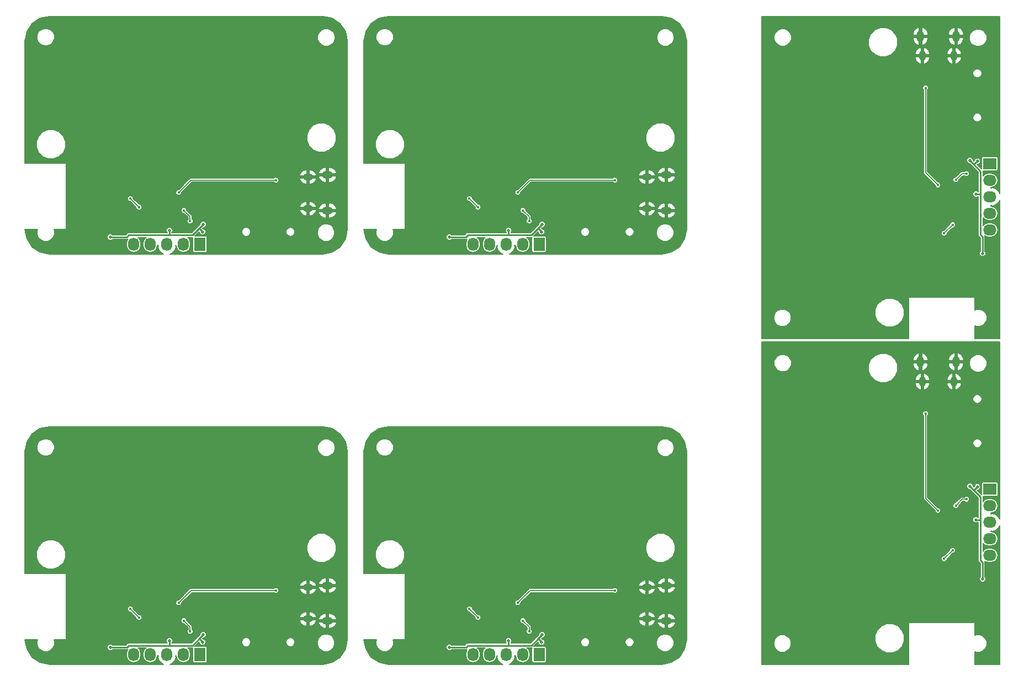
<source format=gbl>
G04 #@! TF.FileFunction,Copper,L2,Bot,Signal*
%FSLAX45Y45*%
G04 Gerber Fmt 4.5, Leading zero omitted, Abs format (unit mm)*
G04 Created by KiCad (PCBNEW 4.0.2+e4-6225~38~ubuntu14.04.1-stable) date Sat 30 Jul 2016 12:01:36 AM CDT*
%MOMM*%
G01*
G04 APERTURE LIST*
%ADD10C,0.100000*%
%ADD11R,2.032000X1.727200*%
%ADD12O,2.032000X1.727200*%
%ADD13O,1.100000X1.500000*%
%ADD14O,1.200000X1.700000*%
%ADD15R,1.727200X2.032000*%
%ADD16O,1.727200X2.032000*%
%ADD17O,1.500000X1.100000*%
%ADD18O,1.700000X1.200000*%
%ADD19C,0.500000*%
%ADD20C,0.400000*%
%ADD21C,0.250000*%
%ADD22C,0.160000*%
G04 APERTURE END LIST*
D10*
D11*
X19890000Y-10017500D03*
D12*
X19890000Y-10271500D03*
X19890000Y-10525500D03*
X19890000Y-10779500D03*
X19890000Y-11033500D03*
D13*
X19342500Y-8362500D03*
X18857500Y-8362500D03*
D14*
X19372500Y-8062500D03*
X18827500Y-8062500D03*
D13*
X19342500Y-3362500D03*
X18857500Y-3362500D03*
D14*
X19372500Y-3062500D03*
X18827500Y-3062500D03*
D11*
X19890000Y-5017500D03*
D12*
X19890000Y-5271500D03*
X19890000Y-5525500D03*
X19890000Y-5779500D03*
X19890000Y-6033500D03*
D15*
X12977500Y-12555000D03*
D16*
X12723500Y-12555000D03*
X12469500Y-12555000D03*
X12215500Y-12555000D03*
X11961500Y-12555000D03*
D17*
X14632500Y-12007500D03*
X14632500Y-11522500D03*
D18*
X14932500Y-12037500D03*
X14932500Y-11492500D03*
D17*
X9432500Y-12007500D03*
X9432500Y-11522500D03*
D18*
X9732500Y-12037500D03*
X9732500Y-11492500D03*
D15*
X7777500Y-12555000D03*
D16*
X7523500Y-12555000D03*
X7269500Y-12555000D03*
X7015500Y-12555000D03*
X6761500Y-12555000D03*
D15*
X12977500Y-6255000D03*
D16*
X12723500Y-6255000D03*
X12469500Y-6255000D03*
X12215500Y-6255000D03*
X11961500Y-6255000D03*
D17*
X14632500Y-5707500D03*
X14632500Y-5222500D03*
D18*
X14932500Y-5737500D03*
X14932500Y-5192500D03*
D17*
X9432500Y-5707500D03*
X9432500Y-5222500D03*
D18*
X9732500Y-5737500D03*
X9732500Y-5192500D03*
D15*
X7777500Y-6255000D03*
D16*
X7523500Y-6255000D03*
X7269500Y-6255000D03*
X7015500Y-6255000D03*
X6761500Y-6255000D03*
D19*
X19220000Y-9635000D03*
X19175000Y-9750000D03*
X19565000Y-10370000D03*
X18720000Y-9260000D03*
X19410000Y-9255000D03*
X19525000Y-8385000D03*
X19320000Y-10040000D03*
X19370000Y-7910000D03*
X18700000Y-8380000D03*
X18700000Y-8085000D03*
X19695000Y-10630000D03*
X19245000Y-9040000D03*
X18845000Y-8955000D03*
X18780000Y-8660000D03*
X19645000Y-9540000D03*
X19785000Y-11570000D03*
X19570000Y-11670000D03*
X19565000Y-11145000D03*
X19680000Y-11145000D03*
X18780000Y-11830000D03*
X17675000Y-9805000D03*
X17675000Y-10660000D03*
X18125000Y-10230000D03*
X19060000Y-10135000D03*
X19050000Y-10795000D03*
X18895000Y-11185000D03*
X18975000Y-12020000D03*
X18575000Y-11625000D03*
X18575000Y-6625000D03*
X18975000Y-7020000D03*
X18895000Y-6185000D03*
X19050000Y-5795000D03*
X19060000Y-5135000D03*
X18125000Y-5230000D03*
X17675000Y-5660000D03*
X17675000Y-4805000D03*
X18780000Y-6830000D03*
X19680000Y-6145000D03*
X19565000Y-6145000D03*
X19570000Y-6670000D03*
X19785000Y-6570000D03*
X19645000Y-4540000D03*
X18780000Y-3660000D03*
X18845000Y-3955000D03*
X19245000Y-4040000D03*
X19695000Y-5630000D03*
X18700000Y-3085000D03*
X18700000Y-3380000D03*
X19370000Y-2910000D03*
X19320000Y-5040000D03*
X19525000Y-3385000D03*
X19410000Y-4255000D03*
X18720000Y-4260000D03*
X19565000Y-5370000D03*
X19175000Y-4750000D03*
X19220000Y-4635000D03*
X13360000Y-11885000D03*
X13245000Y-11840000D03*
X12625000Y-12230000D03*
X13735000Y-11385000D03*
X13740000Y-12075000D03*
X14610000Y-12190000D03*
X12955000Y-11985000D03*
X15085000Y-12035000D03*
X14615000Y-11365000D03*
X14910000Y-11365000D03*
X12365000Y-12360000D03*
X13955000Y-11910000D03*
X14040000Y-11510000D03*
X14335000Y-11445000D03*
X13455000Y-12310000D03*
X11425000Y-12450000D03*
X11325000Y-12235000D03*
X11850000Y-12230000D03*
X11850000Y-12345000D03*
X11165000Y-11445000D03*
X13190000Y-10340000D03*
X12335000Y-10340000D03*
X12765000Y-10790000D03*
X12860000Y-11725000D03*
X12200000Y-11715000D03*
X11810000Y-11560000D03*
X10975000Y-11640000D03*
X11370000Y-11240000D03*
X6170000Y-11240000D03*
X5775000Y-11640000D03*
X6610000Y-11560000D03*
X7000000Y-11715000D03*
X7660000Y-11725000D03*
X7565000Y-10790000D03*
X7135000Y-10340000D03*
X7990000Y-10340000D03*
X5965000Y-11445000D03*
X6650000Y-12345000D03*
X6650000Y-12230000D03*
X6125000Y-12235000D03*
X6225000Y-12450000D03*
X8255000Y-12310000D03*
X9135000Y-11445000D03*
X8840000Y-11510000D03*
X8755000Y-11910000D03*
X7165000Y-12360000D03*
X9710000Y-11365000D03*
X9415000Y-11365000D03*
X9885000Y-12035000D03*
X7755000Y-11985000D03*
X9410000Y-12190000D03*
X8540000Y-12075000D03*
X8535000Y-11385000D03*
X7425000Y-12230000D03*
X8045000Y-11840000D03*
X8160000Y-11885000D03*
X13360000Y-5585000D03*
X13245000Y-5540000D03*
X12625000Y-5930000D03*
X13735000Y-5085000D03*
X13740000Y-5775000D03*
X14610000Y-5890000D03*
X12955000Y-5685000D03*
X15085000Y-5735000D03*
X14615000Y-5065000D03*
X14910000Y-5065000D03*
X12365000Y-6060000D03*
X13955000Y-5610000D03*
X14040000Y-5210000D03*
X14335000Y-5145000D03*
X13455000Y-6010000D03*
X11425000Y-6150000D03*
X11325000Y-5935000D03*
X11850000Y-5930000D03*
X11850000Y-6045000D03*
X11165000Y-5145000D03*
X13190000Y-4040000D03*
X12335000Y-4040000D03*
X12765000Y-4490000D03*
X12860000Y-5425000D03*
X12200000Y-5415000D03*
X11810000Y-5260000D03*
X10975000Y-5340000D03*
X11370000Y-4940000D03*
X6170000Y-4940000D03*
X5775000Y-5340000D03*
X6610000Y-5260000D03*
X7000000Y-5415000D03*
X7660000Y-5425000D03*
X7565000Y-4490000D03*
X7135000Y-4040000D03*
X7990000Y-4040000D03*
X5965000Y-5145000D03*
X6650000Y-6045000D03*
X6650000Y-5930000D03*
X6125000Y-5935000D03*
X6225000Y-6150000D03*
X8255000Y-6010000D03*
X9135000Y-5145000D03*
X8840000Y-5210000D03*
X8755000Y-5610000D03*
X7165000Y-6060000D03*
X9710000Y-5065000D03*
X9415000Y-5065000D03*
X9885000Y-5735000D03*
X7755000Y-5685000D03*
X9410000Y-5890000D03*
X8540000Y-5775000D03*
X8535000Y-5085000D03*
X7425000Y-5930000D03*
X8045000Y-5540000D03*
X8160000Y-5585000D03*
X19585000Y-9970000D03*
X19780000Y-11395000D03*
X19680000Y-10485000D03*
X19700000Y-9980000D03*
X19700000Y-4980000D03*
X19680000Y-5485000D03*
X19780000Y-6395000D03*
X19585000Y-4970000D03*
X13025000Y-12250000D03*
X11600000Y-12445000D03*
X12510000Y-12345000D03*
X13015000Y-12365000D03*
X7815000Y-12365000D03*
X7310000Y-12345000D03*
X6400000Y-12445000D03*
X7825000Y-12250000D03*
X13025000Y-5950000D03*
X11600000Y-6145000D03*
X12510000Y-6045000D03*
X13015000Y-6065000D03*
X7815000Y-6065000D03*
X7310000Y-6045000D03*
X6400000Y-6145000D03*
X7825000Y-5950000D03*
D20*
X19370000Y-10265000D03*
X19535000Y-10170000D03*
X19535000Y-5170000D03*
X19370000Y-5265000D03*
X12730000Y-12035000D03*
X12825000Y-12200000D03*
X7625000Y-12200000D03*
X7530000Y-12035000D03*
X12730000Y-5735000D03*
X12825000Y-5900000D03*
X7625000Y-5900000D03*
X7530000Y-5735000D03*
X19320000Y-10955000D03*
X19190000Y-11085000D03*
X19190000Y-6085000D03*
X19320000Y-5955000D03*
X12040000Y-11985000D03*
X11910000Y-11855000D03*
X6710000Y-11855000D03*
X6840000Y-11985000D03*
X12040000Y-5685000D03*
X11910000Y-5555000D03*
X6710000Y-5555000D03*
X6840000Y-5685000D03*
X19095000Y-10345000D03*
X18905000Y-8855000D03*
X18905000Y-3855000D03*
X19095000Y-5345000D03*
X12650000Y-11760000D03*
X14140000Y-11570000D03*
X8940000Y-11570000D03*
X7450000Y-11760000D03*
X12650000Y-5460000D03*
X14140000Y-5270000D03*
X8940000Y-5270000D03*
X7450000Y-5460000D03*
D21*
X18720000Y-9260000D02*
X18710000Y-9260000D01*
X18720000Y-4260000D02*
X18710000Y-4260000D01*
X13735000Y-11385000D02*
X13735000Y-11375000D01*
X8535000Y-11385000D02*
X8535000Y-11375000D01*
X13735000Y-5085000D02*
X13735000Y-5075000D01*
X8535000Y-5085000D02*
X8535000Y-5075000D01*
X19585000Y-9970000D02*
X19645000Y-10030000D01*
X19750000Y-10485000D02*
X19750000Y-10390000D01*
X19750000Y-10520000D02*
X19750000Y-10485000D01*
X19780000Y-11395000D02*
X19780000Y-11140000D01*
X19780000Y-11140000D02*
X19750000Y-11110000D01*
X19750000Y-11110000D02*
X19750000Y-10520000D01*
X19645000Y-10030000D02*
X19750000Y-10135000D01*
X19750000Y-10450000D02*
X19750000Y-10135000D01*
X19750000Y-10525000D02*
X19750000Y-10520000D01*
X19750000Y-10485000D02*
X19680000Y-10485000D01*
X19700000Y-9980000D02*
X19695000Y-9980000D01*
X19645000Y-10030000D02*
X19695000Y-9980000D01*
X19645000Y-5030000D02*
X19695000Y-4980000D01*
X19700000Y-4980000D02*
X19695000Y-4980000D01*
X19750000Y-5485000D02*
X19680000Y-5485000D01*
X19750000Y-5525000D02*
X19750000Y-5520000D01*
X19750000Y-5450000D02*
X19750000Y-5135000D01*
X19645000Y-5030000D02*
X19750000Y-5135000D01*
X19750000Y-6110000D02*
X19750000Y-5520000D01*
X19780000Y-6140000D02*
X19750000Y-6110000D01*
X19780000Y-6395000D02*
X19780000Y-6140000D01*
X19750000Y-5520000D02*
X19750000Y-5485000D01*
X19750000Y-5485000D02*
X19750000Y-5390000D01*
X19585000Y-4970000D02*
X19645000Y-5030000D01*
X13025000Y-12250000D02*
X12965000Y-12310000D01*
X12510000Y-12415000D02*
X12605000Y-12415000D01*
X12475000Y-12415000D02*
X12510000Y-12415000D01*
X11600000Y-12445000D02*
X11855000Y-12445000D01*
X11855000Y-12445000D02*
X11885000Y-12415000D01*
X11885000Y-12415000D02*
X12475000Y-12415000D01*
X12965000Y-12310000D02*
X12860000Y-12415000D01*
X12545000Y-12415000D02*
X12860000Y-12415000D01*
X12470000Y-12415000D02*
X12475000Y-12415000D01*
X12510000Y-12415000D02*
X12510000Y-12345000D01*
X13015000Y-12365000D02*
X13015000Y-12360000D01*
X12965000Y-12310000D02*
X13015000Y-12360000D01*
X7765000Y-12310000D02*
X7815000Y-12360000D01*
X7815000Y-12365000D02*
X7815000Y-12360000D01*
X7310000Y-12415000D02*
X7310000Y-12345000D01*
X7270000Y-12415000D02*
X7275000Y-12415000D01*
X7345000Y-12415000D02*
X7660000Y-12415000D01*
X7765000Y-12310000D02*
X7660000Y-12415000D01*
X6685000Y-12415000D02*
X7275000Y-12415000D01*
X6655000Y-12445000D02*
X6685000Y-12415000D01*
X6400000Y-12445000D02*
X6655000Y-12445000D01*
X7275000Y-12415000D02*
X7310000Y-12415000D01*
X7310000Y-12415000D02*
X7405000Y-12415000D01*
X7825000Y-12250000D02*
X7765000Y-12310000D01*
X13025000Y-5950000D02*
X12965000Y-6010000D01*
X12510000Y-6115000D02*
X12605000Y-6115000D01*
X12475000Y-6115000D02*
X12510000Y-6115000D01*
X11600000Y-6145000D02*
X11855000Y-6145000D01*
X11855000Y-6145000D02*
X11885000Y-6115000D01*
X11885000Y-6115000D02*
X12475000Y-6115000D01*
X12965000Y-6010000D02*
X12860000Y-6115000D01*
X12545000Y-6115000D02*
X12860000Y-6115000D01*
X12470000Y-6115000D02*
X12475000Y-6115000D01*
X12510000Y-6115000D02*
X12510000Y-6045000D01*
X13015000Y-6065000D02*
X13015000Y-6060000D01*
X12965000Y-6010000D02*
X13015000Y-6060000D01*
X7765000Y-6010000D02*
X7815000Y-6060000D01*
X7815000Y-6065000D02*
X7815000Y-6060000D01*
X7310000Y-6115000D02*
X7310000Y-6045000D01*
X7270000Y-6115000D02*
X7275000Y-6115000D01*
X7345000Y-6115000D02*
X7660000Y-6115000D01*
X7765000Y-6010000D02*
X7660000Y-6115000D01*
X6685000Y-6115000D02*
X7275000Y-6115000D01*
X6655000Y-6145000D02*
X6685000Y-6115000D01*
X6400000Y-6145000D02*
X6655000Y-6145000D01*
X7275000Y-6115000D02*
X7310000Y-6115000D01*
X7310000Y-6115000D02*
X7405000Y-6115000D01*
X7825000Y-5950000D02*
X7765000Y-6010000D01*
D22*
X19370000Y-10265000D02*
X19465000Y-10170000D01*
X19465000Y-10170000D02*
X19535000Y-10170000D01*
X19465000Y-5170000D02*
X19535000Y-5170000D01*
X19370000Y-5265000D02*
X19465000Y-5170000D01*
X12730000Y-12035000D02*
X12825000Y-12130000D01*
X12825000Y-12130000D02*
X12825000Y-12200000D01*
X7625000Y-12130000D02*
X7625000Y-12200000D01*
X7530000Y-12035000D02*
X7625000Y-12130000D01*
X12730000Y-5735000D02*
X12825000Y-5830000D01*
X12825000Y-5830000D02*
X12825000Y-5900000D01*
X7625000Y-5830000D02*
X7625000Y-5900000D01*
X7530000Y-5735000D02*
X7625000Y-5830000D01*
X19190000Y-11085000D02*
X19320000Y-10955000D01*
X19190000Y-6085000D02*
X19320000Y-5955000D01*
X11910000Y-11855000D02*
X12040000Y-11985000D01*
X6710000Y-11855000D02*
X6840000Y-11985000D01*
X11910000Y-5555000D02*
X12040000Y-5685000D01*
X6710000Y-5555000D02*
X6840000Y-5685000D01*
X18905000Y-10155000D02*
X19095000Y-10345000D01*
X18905000Y-10155000D02*
X18905000Y-8855000D01*
X18905000Y-5155000D02*
X18905000Y-3855000D01*
X18905000Y-5155000D02*
X19095000Y-5345000D01*
X12840000Y-11570000D02*
X12650000Y-11760000D01*
X12840000Y-11570000D02*
X14140000Y-11570000D01*
X7640000Y-11570000D02*
X8940000Y-11570000D01*
X7640000Y-11570000D02*
X7450000Y-11760000D01*
X12840000Y-5270000D02*
X12650000Y-5460000D01*
X12840000Y-5270000D02*
X14140000Y-5270000D01*
X7640000Y-5270000D02*
X8940000Y-5270000D01*
X7640000Y-5270000D02*
X7450000Y-5460000D01*
G36*
X9807734Y-2785411D02*
X9928737Y-2866263D01*
X10009589Y-2987266D01*
X10038500Y-3132610D01*
X10038500Y-4775000D01*
X10038997Y-4777500D01*
X10038500Y-4780000D01*
X10038500Y-6027390D01*
X10009589Y-6172733D01*
X9928737Y-6293737D01*
X9807734Y-6374589D01*
X9662390Y-6403500D01*
X7320532Y-6403500D01*
X7352868Y-6387980D01*
X7391579Y-6347114D01*
X7411705Y-6294545D01*
X7399257Y-6272000D01*
X7413140Y-6272000D01*
X7413140Y-6272701D01*
X7421541Y-6314933D01*
X7445464Y-6350737D01*
X7481267Y-6374660D01*
X7523500Y-6383061D01*
X7565733Y-6374660D01*
X7601536Y-6350737D01*
X7625459Y-6314933D01*
X7633860Y-6272701D01*
X7633860Y-6237299D01*
X7625459Y-6195066D01*
X7601536Y-6159263D01*
X7589918Y-6151500D01*
X7660000Y-6151500D01*
X7667351Y-6150038D01*
X7666670Y-6153400D01*
X7666670Y-6356600D01*
X7668343Y-6365494D01*
X7673600Y-6373662D01*
X7681620Y-6379142D01*
X7691140Y-6381070D01*
X7863860Y-6381070D01*
X7872754Y-6379397D01*
X7880922Y-6374140D01*
X7886402Y-6366120D01*
X7888330Y-6356600D01*
X7888330Y-6153400D01*
X7886657Y-6144506D01*
X7881400Y-6136338D01*
X7873380Y-6130858D01*
X7863860Y-6128930D01*
X7697689Y-6128930D01*
X7765000Y-6061619D01*
X7766002Y-6062621D01*
X7765991Y-6074704D01*
X7773436Y-6092720D01*
X7787207Y-6106516D01*
X7805210Y-6113991D01*
X7824704Y-6114008D01*
X7842720Y-6106564D01*
X7856516Y-6092792D01*
X7862382Y-6078665D01*
X8415988Y-6078665D01*
X8426471Y-6104034D01*
X8445864Y-6123461D01*
X8471215Y-6133988D01*
X8498665Y-6134012D01*
X8524034Y-6123529D01*
X8543461Y-6104136D01*
X8553988Y-6078785D01*
X8553988Y-6078665D01*
X9095988Y-6078665D01*
X9106471Y-6104034D01*
X9125864Y-6123461D01*
X9151215Y-6133988D01*
X9178665Y-6134012D01*
X9204034Y-6123529D01*
X9223461Y-6104136D01*
X9224541Y-6101537D01*
X9575977Y-6101537D01*
X9596334Y-6150806D01*
X9633996Y-6188533D01*
X9683229Y-6208977D01*
X9736537Y-6209023D01*
X9785806Y-6188666D01*
X9823533Y-6151004D01*
X9843977Y-6101771D01*
X9844023Y-6048463D01*
X9823666Y-5999194D01*
X9786004Y-5961467D01*
X9736771Y-5941023D01*
X9683463Y-5940977D01*
X9634194Y-5961334D01*
X9596467Y-5998996D01*
X9576023Y-6048229D01*
X9575977Y-6101537D01*
X9224541Y-6101537D01*
X9233988Y-6078785D01*
X9234012Y-6051335D01*
X9223530Y-6025966D01*
X9204136Y-6006539D01*
X9178785Y-5996012D01*
X9151335Y-5995988D01*
X9125966Y-6006470D01*
X9106539Y-6025864D01*
X9096012Y-6051215D01*
X9095988Y-6078665D01*
X8553988Y-6078665D01*
X8554012Y-6051335D01*
X8543530Y-6025966D01*
X8524136Y-6006539D01*
X8498785Y-5996012D01*
X8471335Y-5995988D01*
X8445966Y-6006470D01*
X8426539Y-6025864D01*
X8416012Y-6051215D01*
X8415988Y-6078665D01*
X7862382Y-6078665D01*
X7863991Y-6074789D01*
X7864008Y-6055296D01*
X7856564Y-6037280D01*
X7842792Y-6023484D01*
X7824789Y-6016008D01*
X7822625Y-6016007D01*
X7816619Y-6010000D01*
X7827616Y-5999002D01*
X7834704Y-5999008D01*
X7852720Y-5991564D01*
X7866516Y-5977792D01*
X7873991Y-5959789D01*
X7874008Y-5940296D01*
X7866564Y-5922280D01*
X7852792Y-5908484D01*
X7834789Y-5901008D01*
X7815296Y-5900991D01*
X7797280Y-5908436D01*
X7783484Y-5922207D01*
X7776008Y-5940210D01*
X7776002Y-5947379D01*
X7644881Y-6078500D01*
X7346500Y-6078500D01*
X7346500Y-6077800D01*
X7351516Y-6072792D01*
X7358991Y-6054789D01*
X7359008Y-6035296D01*
X7351564Y-6017280D01*
X7337792Y-6003484D01*
X7319789Y-5996008D01*
X7300296Y-5995991D01*
X7282280Y-6003436D01*
X7268484Y-6017207D01*
X7261008Y-6035210D01*
X7260991Y-6054704D01*
X7268436Y-6072720D01*
X7273500Y-6077793D01*
X7273500Y-6078500D01*
X6685000Y-6078500D01*
X6671032Y-6081278D01*
X6659191Y-6089191D01*
X6639881Y-6108500D01*
X6432800Y-6108500D01*
X6427792Y-6103484D01*
X6409789Y-6096008D01*
X6390296Y-6095991D01*
X6372280Y-6103436D01*
X6358484Y-6117207D01*
X6351008Y-6135210D01*
X6350991Y-6154704D01*
X6358436Y-6172720D01*
X6372207Y-6186516D01*
X6390210Y-6193991D01*
X6409704Y-6194008D01*
X6427720Y-6186564D01*
X6432793Y-6181500D01*
X6655000Y-6181500D01*
X6668968Y-6178722D01*
X6671667Y-6176918D01*
X6659541Y-6195066D01*
X6651140Y-6237299D01*
X6651140Y-6272701D01*
X6659541Y-6314933D01*
X6683464Y-6350737D01*
X6719267Y-6374660D01*
X6761500Y-6383061D01*
X6803733Y-6374660D01*
X6839536Y-6350737D01*
X6863459Y-6314933D01*
X6871860Y-6272701D01*
X6871860Y-6237299D01*
X6863459Y-6195066D01*
X6839536Y-6159263D01*
X6827918Y-6151500D01*
X6949082Y-6151500D01*
X6937464Y-6159263D01*
X6913541Y-6195066D01*
X6905140Y-6237299D01*
X6905140Y-6272701D01*
X6913541Y-6314933D01*
X6937464Y-6350737D01*
X6973267Y-6374660D01*
X7015500Y-6383061D01*
X7057733Y-6374660D01*
X7093536Y-6350737D01*
X7117459Y-6314933D01*
X7125860Y-6272701D01*
X7125860Y-6272000D01*
X7139743Y-6272000D01*
X7127295Y-6294545D01*
X7147421Y-6347114D01*
X7186132Y-6387980D01*
X7218467Y-6403500D01*
X5467610Y-6403500D01*
X5322267Y-6374589D01*
X5201263Y-6293737D01*
X5120411Y-6172734D01*
X5091621Y-6028000D01*
X5284423Y-6028000D01*
X5276023Y-6048229D01*
X5275977Y-6101537D01*
X5296334Y-6150806D01*
X5333996Y-6188533D01*
X5383229Y-6208977D01*
X5436537Y-6209023D01*
X5485806Y-6188666D01*
X5523533Y-6151004D01*
X5543977Y-6101771D01*
X5544023Y-6048463D01*
X5535568Y-6028000D01*
X5720000Y-6028000D01*
X5722908Y-6027453D01*
X5725578Y-6025734D01*
X5727370Y-6023112D01*
X5728000Y-6020000D01*
X5728000Y-5743714D01*
X7485992Y-5743714D01*
X7492677Y-5759891D01*
X7505043Y-5772280D01*
X7521209Y-5778992D01*
X7528744Y-5778999D01*
X7593000Y-5843255D01*
X7593000Y-5869773D01*
X7587720Y-5875043D01*
X7581008Y-5891209D01*
X7580992Y-5908714D01*
X7587677Y-5924891D01*
X7600043Y-5937280D01*
X7616209Y-5943992D01*
X7633714Y-5944008D01*
X7649891Y-5937323D01*
X7662280Y-5924956D01*
X7668992Y-5908790D01*
X7669008Y-5891286D01*
X7662323Y-5875109D01*
X7657000Y-5869776D01*
X7657000Y-5830000D01*
X7654564Y-5817754D01*
X7647627Y-5807373D01*
X7582021Y-5741767D01*
X9304821Y-5741767D01*
X9322662Y-5776479D01*
X9355898Y-5805608D01*
X9397751Y-5819800D01*
X9415500Y-5806225D01*
X9415500Y-5724500D01*
X9449500Y-5724500D01*
X9449500Y-5806225D01*
X9467249Y-5819800D01*
X9509102Y-5805608D01*
X9542338Y-5776479D01*
X9544353Y-5772557D01*
X9594828Y-5772557D01*
X9616274Y-5813668D01*
X9652366Y-5842781D01*
X9696852Y-5855866D01*
X9715500Y-5841574D01*
X9715500Y-5754500D01*
X9749500Y-5754500D01*
X9749500Y-5841574D01*
X9768148Y-5855866D01*
X9812634Y-5842781D01*
X9848726Y-5813668D01*
X9870172Y-5772557D01*
X9859594Y-5754500D01*
X9749500Y-5754500D01*
X9715500Y-5754500D01*
X9605406Y-5754500D01*
X9594828Y-5772557D01*
X9544353Y-5772557D01*
X9560179Y-5741767D01*
X9549522Y-5724500D01*
X9449500Y-5724500D01*
X9415500Y-5724500D01*
X9315478Y-5724500D01*
X9304821Y-5741767D01*
X7582021Y-5741767D01*
X7574001Y-5733746D01*
X7574008Y-5726286D01*
X7567323Y-5710109D01*
X7559670Y-5702443D01*
X9594828Y-5702443D01*
X9605406Y-5720500D01*
X9715500Y-5720500D01*
X9715500Y-5633426D01*
X9749500Y-5633426D01*
X9749500Y-5720500D01*
X9859594Y-5720500D01*
X9870172Y-5702443D01*
X9848726Y-5661332D01*
X9812634Y-5632219D01*
X9768148Y-5619134D01*
X9749500Y-5633426D01*
X9715500Y-5633426D01*
X9696852Y-5619134D01*
X9652366Y-5632219D01*
X9616274Y-5661332D01*
X9594828Y-5702443D01*
X7559670Y-5702443D01*
X7554956Y-5697720D01*
X7538790Y-5691008D01*
X7521286Y-5690992D01*
X7505109Y-5697677D01*
X7492720Y-5710043D01*
X7486008Y-5726209D01*
X7485992Y-5743714D01*
X5728000Y-5743714D01*
X5728000Y-5563714D01*
X6665992Y-5563714D01*
X6672677Y-5579891D01*
X6685043Y-5592280D01*
X6701209Y-5598992D01*
X6708744Y-5598999D01*
X6795999Y-5686254D01*
X6795992Y-5693714D01*
X6802677Y-5709891D01*
X6815043Y-5722280D01*
X6831209Y-5728992D01*
X6848714Y-5729008D01*
X6864891Y-5722323D01*
X6877280Y-5709956D01*
X6883992Y-5693790D01*
X6884008Y-5676286D01*
X6882746Y-5673233D01*
X9304821Y-5673233D01*
X9315478Y-5690500D01*
X9415500Y-5690500D01*
X9415500Y-5608775D01*
X9449500Y-5608775D01*
X9449500Y-5690500D01*
X9549522Y-5690500D01*
X9560179Y-5673233D01*
X9542338Y-5638521D01*
X9509102Y-5609392D01*
X9467249Y-5595200D01*
X9449500Y-5608775D01*
X9415500Y-5608775D01*
X9397751Y-5595200D01*
X9355898Y-5609392D01*
X9322662Y-5638521D01*
X9304821Y-5673233D01*
X6882746Y-5673233D01*
X6877323Y-5660109D01*
X6864956Y-5647720D01*
X6848790Y-5641008D01*
X6841256Y-5641001D01*
X6754001Y-5553746D01*
X6754008Y-5546286D01*
X6747323Y-5530109D01*
X6734956Y-5517720D01*
X6718790Y-5511008D01*
X6701286Y-5510992D01*
X6685109Y-5517677D01*
X6672720Y-5530044D01*
X6666008Y-5546210D01*
X6665992Y-5563714D01*
X5728000Y-5563714D01*
X5728000Y-5468714D01*
X7405992Y-5468714D01*
X7412677Y-5484891D01*
X7425043Y-5497280D01*
X7441209Y-5503992D01*
X7458714Y-5504008D01*
X7474891Y-5497323D01*
X7487280Y-5484957D01*
X7493992Y-5468791D01*
X7493999Y-5461256D01*
X7653255Y-5302000D01*
X8909773Y-5302000D01*
X8915044Y-5307280D01*
X8931210Y-5313992D01*
X8948714Y-5314008D01*
X8964891Y-5307323D01*
X8977280Y-5294957D01*
X8983992Y-5278791D01*
X8984008Y-5261286D01*
X8982140Y-5256767D01*
X9304821Y-5256767D01*
X9322662Y-5291479D01*
X9355898Y-5320608D01*
X9397751Y-5334800D01*
X9415500Y-5321225D01*
X9415500Y-5239500D01*
X9449500Y-5239500D01*
X9449500Y-5321225D01*
X9467249Y-5334800D01*
X9509102Y-5320608D01*
X9542338Y-5291479D01*
X9560179Y-5256767D01*
X9549522Y-5239500D01*
X9449500Y-5239500D01*
X9415500Y-5239500D01*
X9315478Y-5239500D01*
X9304821Y-5256767D01*
X8982140Y-5256767D01*
X8977323Y-5245109D01*
X8964957Y-5232720D01*
X8952523Y-5227557D01*
X9594828Y-5227557D01*
X9616274Y-5268668D01*
X9652366Y-5297781D01*
X9696852Y-5310866D01*
X9715500Y-5296574D01*
X9715500Y-5209500D01*
X9749500Y-5209500D01*
X9749500Y-5296574D01*
X9768148Y-5310866D01*
X9812634Y-5297781D01*
X9848726Y-5268668D01*
X9870172Y-5227557D01*
X9859594Y-5209500D01*
X9749500Y-5209500D01*
X9715500Y-5209500D01*
X9605406Y-5209500D01*
X9594828Y-5227557D01*
X8952523Y-5227557D01*
X8948791Y-5226008D01*
X8931286Y-5225992D01*
X8915109Y-5232677D01*
X8909776Y-5238000D01*
X7640000Y-5238000D01*
X7627754Y-5240436D01*
X7617373Y-5247373D01*
X7448746Y-5415999D01*
X7441286Y-5415992D01*
X7425109Y-5422677D01*
X7412720Y-5435044D01*
X7406008Y-5451210D01*
X7405992Y-5468714D01*
X5728000Y-5468714D01*
X5728000Y-5188233D01*
X9304821Y-5188233D01*
X9315478Y-5205500D01*
X9415500Y-5205500D01*
X9415500Y-5123775D01*
X9449500Y-5123775D01*
X9449500Y-5205500D01*
X9549522Y-5205500D01*
X9560179Y-5188233D01*
X9544353Y-5157443D01*
X9594828Y-5157443D01*
X9605406Y-5175500D01*
X9715500Y-5175500D01*
X9715500Y-5088426D01*
X9749500Y-5088426D01*
X9749500Y-5175500D01*
X9859594Y-5175500D01*
X9870172Y-5157443D01*
X9848726Y-5116332D01*
X9812634Y-5087219D01*
X9768148Y-5074134D01*
X9749500Y-5088426D01*
X9715500Y-5088426D01*
X9696852Y-5074134D01*
X9652366Y-5087219D01*
X9616274Y-5116332D01*
X9594828Y-5157443D01*
X9544353Y-5157443D01*
X9542338Y-5153521D01*
X9509102Y-5124392D01*
X9467249Y-5110200D01*
X9449500Y-5123775D01*
X9415500Y-5123775D01*
X9397751Y-5110200D01*
X9355898Y-5124392D01*
X9322662Y-5153521D01*
X9304821Y-5188233D01*
X5728000Y-5188233D01*
X5728000Y-5020000D01*
X5727453Y-5017092D01*
X5725734Y-5014422D01*
X5723112Y-5012630D01*
X5720000Y-5012000D01*
X5091500Y-5012000D01*
X5091500Y-4764361D01*
X5265961Y-4764361D01*
X5299991Y-4846720D01*
X5362949Y-4909787D01*
X5445248Y-4943961D01*
X5534361Y-4944039D01*
X5616720Y-4910009D01*
X5679787Y-4847052D01*
X5713961Y-4764752D01*
X5714039Y-4675639D01*
X5709379Y-4664361D01*
X9415961Y-4664361D01*
X9449991Y-4746720D01*
X9512949Y-4809787D01*
X9595248Y-4843961D01*
X9684361Y-4844039D01*
X9766720Y-4810009D01*
X9829787Y-4747052D01*
X9863961Y-4664752D01*
X9864039Y-4575639D01*
X9830009Y-4493280D01*
X9767052Y-4430213D01*
X9684752Y-4396039D01*
X9595639Y-4395961D01*
X9513280Y-4429991D01*
X9450213Y-4492949D01*
X9416039Y-4575248D01*
X9415961Y-4664361D01*
X5709379Y-4664361D01*
X5680009Y-4593280D01*
X5617051Y-4530213D01*
X5534752Y-4496039D01*
X5445639Y-4495961D01*
X5363280Y-4529991D01*
X5300213Y-4592949D01*
X5266039Y-4675248D01*
X5265961Y-4764361D01*
X5091500Y-4764361D01*
X5091500Y-3132610D01*
X5097681Y-3101537D01*
X5275977Y-3101537D01*
X5296334Y-3150806D01*
X5333996Y-3188533D01*
X5383229Y-3208977D01*
X5436537Y-3209023D01*
X5485806Y-3188666D01*
X5523533Y-3151004D01*
X5541998Y-3106537D01*
X9580977Y-3106537D01*
X9601334Y-3155806D01*
X9638996Y-3193533D01*
X9688229Y-3213977D01*
X9741537Y-3214023D01*
X9790806Y-3193666D01*
X9828533Y-3156004D01*
X9848977Y-3106771D01*
X9849023Y-3053463D01*
X9828666Y-3004194D01*
X9791004Y-2966467D01*
X9741771Y-2946023D01*
X9688463Y-2945977D01*
X9639194Y-2966334D01*
X9601467Y-3003996D01*
X9581023Y-3053229D01*
X9580977Y-3106537D01*
X5541998Y-3106537D01*
X5543977Y-3101771D01*
X5544023Y-3048463D01*
X5523666Y-2999194D01*
X5486004Y-2961467D01*
X5436771Y-2941023D01*
X5383463Y-2940977D01*
X5334194Y-2961334D01*
X5296467Y-2998996D01*
X5276023Y-3048229D01*
X5275977Y-3101537D01*
X5097681Y-3101537D01*
X5120411Y-2987266D01*
X5201263Y-2866263D01*
X5322267Y-2785411D01*
X5467610Y-2756500D01*
X9662390Y-2756500D01*
X9807734Y-2785411D01*
X9807734Y-2785411D01*
G37*
X9807734Y-2785411D02*
X9928737Y-2866263D01*
X10009589Y-2987266D01*
X10038500Y-3132610D01*
X10038500Y-4775000D01*
X10038997Y-4777500D01*
X10038500Y-4780000D01*
X10038500Y-6027390D01*
X10009589Y-6172733D01*
X9928737Y-6293737D01*
X9807734Y-6374589D01*
X9662390Y-6403500D01*
X7320532Y-6403500D01*
X7352868Y-6387980D01*
X7391579Y-6347114D01*
X7411705Y-6294545D01*
X7399257Y-6272000D01*
X7413140Y-6272000D01*
X7413140Y-6272701D01*
X7421541Y-6314933D01*
X7445464Y-6350737D01*
X7481267Y-6374660D01*
X7523500Y-6383061D01*
X7565733Y-6374660D01*
X7601536Y-6350737D01*
X7625459Y-6314933D01*
X7633860Y-6272701D01*
X7633860Y-6237299D01*
X7625459Y-6195066D01*
X7601536Y-6159263D01*
X7589918Y-6151500D01*
X7660000Y-6151500D01*
X7667351Y-6150038D01*
X7666670Y-6153400D01*
X7666670Y-6356600D01*
X7668343Y-6365494D01*
X7673600Y-6373662D01*
X7681620Y-6379142D01*
X7691140Y-6381070D01*
X7863860Y-6381070D01*
X7872754Y-6379397D01*
X7880922Y-6374140D01*
X7886402Y-6366120D01*
X7888330Y-6356600D01*
X7888330Y-6153400D01*
X7886657Y-6144506D01*
X7881400Y-6136338D01*
X7873380Y-6130858D01*
X7863860Y-6128930D01*
X7697689Y-6128930D01*
X7765000Y-6061619D01*
X7766002Y-6062621D01*
X7765991Y-6074704D01*
X7773436Y-6092720D01*
X7787207Y-6106516D01*
X7805210Y-6113991D01*
X7824704Y-6114008D01*
X7842720Y-6106564D01*
X7856516Y-6092792D01*
X7862382Y-6078665D01*
X8415988Y-6078665D01*
X8426471Y-6104034D01*
X8445864Y-6123461D01*
X8471215Y-6133988D01*
X8498665Y-6134012D01*
X8524034Y-6123529D01*
X8543461Y-6104136D01*
X8553988Y-6078785D01*
X8553988Y-6078665D01*
X9095988Y-6078665D01*
X9106471Y-6104034D01*
X9125864Y-6123461D01*
X9151215Y-6133988D01*
X9178665Y-6134012D01*
X9204034Y-6123529D01*
X9223461Y-6104136D01*
X9224541Y-6101537D01*
X9575977Y-6101537D01*
X9596334Y-6150806D01*
X9633996Y-6188533D01*
X9683229Y-6208977D01*
X9736537Y-6209023D01*
X9785806Y-6188666D01*
X9823533Y-6151004D01*
X9843977Y-6101771D01*
X9844023Y-6048463D01*
X9823666Y-5999194D01*
X9786004Y-5961467D01*
X9736771Y-5941023D01*
X9683463Y-5940977D01*
X9634194Y-5961334D01*
X9596467Y-5998996D01*
X9576023Y-6048229D01*
X9575977Y-6101537D01*
X9224541Y-6101537D01*
X9233988Y-6078785D01*
X9234012Y-6051335D01*
X9223530Y-6025966D01*
X9204136Y-6006539D01*
X9178785Y-5996012D01*
X9151335Y-5995988D01*
X9125966Y-6006470D01*
X9106539Y-6025864D01*
X9096012Y-6051215D01*
X9095988Y-6078665D01*
X8553988Y-6078665D01*
X8554012Y-6051335D01*
X8543530Y-6025966D01*
X8524136Y-6006539D01*
X8498785Y-5996012D01*
X8471335Y-5995988D01*
X8445966Y-6006470D01*
X8426539Y-6025864D01*
X8416012Y-6051215D01*
X8415988Y-6078665D01*
X7862382Y-6078665D01*
X7863991Y-6074789D01*
X7864008Y-6055296D01*
X7856564Y-6037280D01*
X7842792Y-6023484D01*
X7824789Y-6016008D01*
X7822625Y-6016007D01*
X7816619Y-6010000D01*
X7827616Y-5999002D01*
X7834704Y-5999008D01*
X7852720Y-5991564D01*
X7866516Y-5977792D01*
X7873991Y-5959789D01*
X7874008Y-5940296D01*
X7866564Y-5922280D01*
X7852792Y-5908484D01*
X7834789Y-5901008D01*
X7815296Y-5900991D01*
X7797280Y-5908436D01*
X7783484Y-5922207D01*
X7776008Y-5940210D01*
X7776002Y-5947379D01*
X7644881Y-6078500D01*
X7346500Y-6078500D01*
X7346500Y-6077800D01*
X7351516Y-6072792D01*
X7358991Y-6054789D01*
X7359008Y-6035296D01*
X7351564Y-6017280D01*
X7337792Y-6003484D01*
X7319789Y-5996008D01*
X7300296Y-5995991D01*
X7282280Y-6003436D01*
X7268484Y-6017207D01*
X7261008Y-6035210D01*
X7260991Y-6054704D01*
X7268436Y-6072720D01*
X7273500Y-6077793D01*
X7273500Y-6078500D01*
X6685000Y-6078500D01*
X6671032Y-6081278D01*
X6659191Y-6089191D01*
X6639881Y-6108500D01*
X6432800Y-6108500D01*
X6427792Y-6103484D01*
X6409789Y-6096008D01*
X6390296Y-6095991D01*
X6372280Y-6103436D01*
X6358484Y-6117207D01*
X6351008Y-6135210D01*
X6350991Y-6154704D01*
X6358436Y-6172720D01*
X6372207Y-6186516D01*
X6390210Y-6193991D01*
X6409704Y-6194008D01*
X6427720Y-6186564D01*
X6432793Y-6181500D01*
X6655000Y-6181500D01*
X6668968Y-6178722D01*
X6671667Y-6176918D01*
X6659541Y-6195066D01*
X6651140Y-6237299D01*
X6651140Y-6272701D01*
X6659541Y-6314933D01*
X6683464Y-6350737D01*
X6719267Y-6374660D01*
X6761500Y-6383061D01*
X6803733Y-6374660D01*
X6839536Y-6350737D01*
X6863459Y-6314933D01*
X6871860Y-6272701D01*
X6871860Y-6237299D01*
X6863459Y-6195066D01*
X6839536Y-6159263D01*
X6827918Y-6151500D01*
X6949082Y-6151500D01*
X6937464Y-6159263D01*
X6913541Y-6195066D01*
X6905140Y-6237299D01*
X6905140Y-6272701D01*
X6913541Y-6314933D01*
X6937464Y-6350737D01*
X6973267Y-6374660D01*
X7015500Y-6383061D01*
X7057733Y-6374660D01*
X7093536Y-6350737D01*
X7117459Y-6314933D01*
X7125860Y-6272701D01*
X7125860Y-6272000D01*
X7139743Y-6272000D01*
X7127295Y-6294545D01*
X7147421Y-6347114D01*
X7186132Y-6387980D01*
X7218467Y-6403500D01*
X5467610Y-6403500D01*
X5322267Y-6374589D01*
X5201263Y-6293737D01*
X5120411Y-6172734D01*
X5091621Y-6028000D01*
X5284423Y-6028000D01*
X5276023Y-6048229D01*
X5275977Y-6101537D01*
X5296334Y-6150806D01*
X5333996Y-6188533D01*
X5383229Y-6208977D01*
X5436537Y-6209023D01*
X5485806Y-6188666D01*
X5523533Y-6151004D01*
X5543977Y-6101771D01*
X5544023Y-6048463D01*
X5535568Y-6028000D01*
X5720000Y-6028000D01*
X5722908Y-6027453D01*
X5725578Y-6025734D01*
X5727370Y-6023112D01*
X5728000Y-6020000D01*
X5728000Y-5743714D01*
X7485992Y-5743714D01*
X7492677Y-5759891D01*
X7505043Y-5772280D01*
X7521209Y-5778992D01*
X7528744Y-5778999D01*
X7593000Y-5843255D01*
X7593000Y-5869773D01*
X7587720Y-5875043D01*
X7581008Y-5891209D01*
X7580992Y-5908714D01*
X7587677Y-5924891D01*
X7600043Y-5937280D01*
X7616209Y-5943992D01*
X7633714Y-5944008D01*
X7649891Y-5937323D01*
X7662280Y-5924956D01*
X7668992Y-5908790D01*
X7669008Y-5891286D01*
X7662323Y-5875109D01*
X7657000Y-5869776D01*
X7657000Y-5830000D01*
X7654564Y-5817754D01*
X7647627Y-5807373D01*
X7582021Y-5741767D01*
X9304821Y-5741767D01*
X9322662Y-5776479D01*
X9355898Y-5805608D01*
X9397751Y-5819800D01*
X9415500Y-5806225D01*
X9415500Y-5724500D01*
X9449500Y-5724500D01*
X9449500Y-5806225D01*
X9467249Y-5819800D01*
X9509102Y-5805608D01*
X9542338Y-5776479D01*
X9544353Y-5772557D01*
X9594828Y-5772557D01*
X9616274Y-5813668D01*
X9652366Y-5842781D01*
X9696852Y-5855866D01*
X9715500Y-5841574D01*
X9715500Y-5754500D01*
X9749500Y-5754500D01*
X9749500Y-5841574D01*
X9768148Y-5855866D01*
X9812634Y-5842781D01*
X9848726Y-5813668D01*
X9870172Y-5772557D01*
X9859594Y-5754500D01*
X9749500Y-5754500D01*
X9715500Y-5754500D01*
X9605406Y-5754500D01*
X9594828Y-5772557D01*
X9544353Y-5772557D01*
X9560179Y-5741767D01*
X9549522Y-5724500D01*
X9449500Y-5724500D01*
X9415500Y-5724500D01*
X9315478Y-5724500D01*
X9304821Y-5741767D01*
X7582021Y-5741767D01*
X7574001Y-5733746D01*
X7574008Y-5726286D01*
X7567323Y-5710109D01*
X7559670Y-5702443D01*
X9594828Y-5702443D01*
X9605406Y-5720500D01*
X9715500Y-5720500D01*
X9715500Y-5633426D01*
X9749500Y-5633426D01*
X9749500Y-5720500D01*
X9859594Y-5720500D01*
X9870172Y-5702443D01*
X9848726Y-5661332D01*
X9812634Y-5632219D01*
X9768148Y-5619134D01*
X9749500Y-5633426D01*
X9715500Y-5633426D01*
X9696852Y-5619134D01*
X9652366Y-5632219D01*
X9616274Y-5661332D01*
X9594828Y-5702443D01*
X7559670Y-5702443D01*
X7554956Y-5697720D01*
X7538790Y-5691008D01*
X7521286Y-5690992D01*
X7505109Y-5697677D01*
X7492720Y-5710043D01*
X7486008Y-5726209D01*
X7485992Y-5743714D01*
X5728000Y-5743714D01*
X5728000Y-5563714D01*
X6665992Y-5563714D01*
X6672677Y-5579891D01*
X6685043Y-5592280D01*
X6701209Y-5598992D01*
X6708744Y-5598999D01*
X6795999Y-5686254D01*
X6795992Y-5693714D01*
X6802677Y-5709891D01*
X6815043Y-5722280D01*
X6831209Y-5728992D01*
X6848714Y-5729008D01*
X6864891Y-5722323D01*
X6877280Y-5709956D01*
X6883992Y-5693790D01*
X6884008Y-5676286D01*
X6882746Y-5673233D01*
X9304821Y-5673233D01*
X9315478Y-5690500D01*
X9415500Y-5690500D01*
X9415500Y-5608775D01*
X9449500Y-5608775D01*
X9449500Y-5690500D01*
X9549522Y-5690500D01*
X9560179Y-5673233D01*
X9542338Y-5638521D01*
X9509102Y-5609392D01*
X9467249Y-5595200D01*
X9449500Y-5608775D01*
X9415500Y-5608775D01*
X9397751Y-5595200D01*
X9355898Y-5609392D01*
X9322662Y-5638521D01*
X9304821Y-5673233D01*
X6882746Y-5673233D01*
X6877323Y-5660109D01*
X6864956Y-5647720D01*
X6848790Y-5641008D01*
X6841256Y-5641001D01*
X6754001Y-5553746D01*
X6754008Y-5546286D01*
X6747323Y-5530109D01*
X6734956Y-5517720D01*
X6718790Y-5511008D01*
X6701286Y-5510992D01*
X6685109Y-5517677D01*
X6672720Y-5530044D01*
X6666008Y-5546210D01*
X6665992Y-5563714D01*
X5728000Y-5563714D01*
X5728000Y-5468714D01*
X7405992Y-5468714D01*
X7412677Y-5484891D01*
X7425043Y-5497280D01*
X7441209Y-5503992D01*
X7458714Y-5504008D01*
X7474891Y-5497323D01*
X7487280Y-5484957D01*
X7493992Y-5468791D01*
X7493999Y-5461256D01*
X7653255Y-5302000D01*
X8909773Y-5302000D01*
X8915044Y-5307280D01*
X8931210Y-5313992D01*
X8948714Y-5314008D01*
X8964891Y-5307323D01*
X8977280Y-5294957D01*
X8983992Y-5278791D01*
X8984008Y-5261286D01*
X8982140Y-5256767D01*
X9304821Y-5256767D01*
X9322662Y-5291479D01*
X9355898Y-5320608D01*
X9397751Y-5334800D01*
X9415500Y-5321225D01*
X9415500Y-5239500D01*
X9449500Y-5239500D01*
X9449500Y-5321225D01*
X9467249Y-5334800D01*
X9509102Y-5320608D01*
X9542338Y-5291479D01*
X9560179Y-5256767D01*
X9549522Y-5239500D01*
X9449500Y-5239500D01*
X9415500Y-5239500D01*
X9315478Y-5239500D01*
X9304821Y-5256767D01*
X8982140Y-5256767D01*
X8977323Y-5245109D01*
X8964957Y-5232720D01*
X8952523Y-5227557D01*
X9594828Y-5227557D01*
X9616274Y-5268668D01*
X9652366Y-5297781D01*
X9696852Y-5310866D01*
X9715500Y-5296574D01*
X9715500Y-5209500D01*
X9749500Y-5209500D01*
X9749500Y-5296574D01*
X9768148Y-5310866D01*
X9812634Y-5297781D01*
X9848726Y-5268668D01*
X9870172Y-5227557D01*
X9859594Y-5209500D01*
X9749500Y-5209500D01*
X9715500Y-5209500D01*
X9605406Y-5209500D01*
X9594828Y-5227557D01*
X8952523Y-5227557D01*
X8948791Y-5226008D01*
X8931286Y-5225992D01*
X8915109Y-5232677D01*
X8909776Y-5238000D01*
X7640000Y-5238000D01*
X7627754Y-5240436D01*
X7617373Y-5247373D01*
X7448746Y-5415999D01*
X7441286Y-5415992D01*
X7425109Y-5422677D01*
X7412720Y-5435044D01*
X7406008Y-5451210D01*
X7405992Y-5468714D01*
X5728000Y-5468714D01*
X5728000Y-5188233D01*
X9304821Y-5188233D01*
X9315478Y-5205500D01*
X9415500Y-5205500D01*
X9415500Y-5123775D01*
X9449500Y-5123775D01*
X9449500Y-5205500D01*
X9549522Y-5205500D01*
X9560179Y-5188233D01*
X9544353Y-5157443D01*
X9594828Y-5157443D01*
X9605406Y-5175500D01*
X9715500Y-5175500D01*
X9715500Y-5088426D01*
X9749500Y-5088426D01*
X9749500Y-5175500D01*
X9859594Y-5175500D01*
X9870172Y-5157443D01*
X9848726Y-5116332D01*
X9812634Y-5087219D01*
X9768148Y-5074134D01*
X9749500Y-5088426D01*
X9715500Y-5088426D01*
X9696852Y-5074134D01*
X9652366Y-5087219D01*
X9616274Y-5116332D01*
X9594828Y-5157443D01*
X9544353Y-5157443D01*
X9542338Y-5153521D01*
X9509102Y-5124392D01*
X9467249Y-5110200D01*
X9449500Y-5123775D01*
X9415500Y-5123775D01*
X9397751Y-5110200D01*
X9355898Y-5124392D01*
X9322662Y-5153521D01*
X9304821Y-5188233D01*
X5728000Y-5188233D01*
X5728000Y-5020000D01*
X5727453Y-5017092D01*
X5725734Y-5014422D01*
X5723112Y-5012630D01*
X5720000Y-5012000D01*
X5091500Y-5012000D01*
X5091500Y-4764361D01*
X5265961Y-4764361D01*
X5299991Y-4846720D01*
X5362949Y-4909787D01*
X5445248Y-4943961D01*
X5534361Y-4944039D01*
X5616720Y-4910009D01*
X5679787Y-4847052D01*
X5713961Y-4764752D01*
X5714039Y-4675639D01*
X5709379Y-4664361D01*
X9415961Y-4664361D01*
X9449991Y-4746720D01*
X9512949Y-4809787D01*
X9595248Y-4843961D01*
X9684361Y-4844039D01*
X9766720Y-4810009D01*
X9829787Y-4747052D01*
X9863961Y-4664752D01*
X9864039Y-4575639D01*
X9830009Y-4493280D01*
X9767052Y-4430213D01*
X9684752Y-4396039D01*
X9595639Y-4395961D01*
X9513280Y-4429991D01*
X9450213Y-4492949D01*
X9416039Y-4575248D01*
X9415961Y-4664361D01*
X5709379Y-4664361D01*
X5680009Y-4593280D01*
X5617051Y-4530213D01*
X5534752Y-4496039D01*
X5445639Y-4495961D01*
X5363280Y-4529991D01*
X5300213Y-4592949D01*
X5266039Y-4675248D01*
X5265961Y-4764361D01*
X5091500Y-4764361D01*
X5091500Y-3132610D01*
X5097681Y-3101537D01*
X5275977Y-3101537D01*
X5296334Y-3150806D01*
X5333996Y-3188533D01*
X5383229Y-3208977D01*
X5436537Y-3209023D01*
X5485806Y-3188666D01*
X5523533Y-3151004D01*
X5541998Y-3106537D01*
X9580977Y-3106537D01*
X9601334Y-3155806D01*
X9638996Y-3193533D01*
X9688229Y-3213977D01*
X9741537Y-3214023D01*
X9790806Y-3193666D01*
X9828533Y-3156004D01*
X9848977Y-3106771D01*
X9849023Y-3053463D01*
X9828666Y-3004194D01*
X9791004Y-2966467D01*
X9741771Y-2946023D01*
X9688463Y-2945977D01*
X9639194Y-2966334D01*
X9601467Y-3003996D01*
X9581023Y-3053229D01*
X9580977Y-3106537D01*
X5541998Y-3106537D01*
X5543977Y-3101771D01*
X5544023Y-3048463D01*
X5523666Y-2999194D01*
X5486004Y-2961467D01*
X5436771Y-2941023D01*
X5383463Y-2940977D01*
X5334194Y-2961334D01*
X5296467Y-2998996D01*
X5276023Y-3048229D01*
X5275977Y-3101537D01*
X5097681Y-3101537D01*
X5120411Y-2987266D01*
X5201263Y-2866263D01*
X5322267Y-2785411D01*
X5467610Y-2756500D01*
X9662390Y-2756500D01*
X9807734Y-2785411D01*
G36*
X7286500Y-6238000D02*
X7288500Y-6238000D01*
X7288500Y-6272000D01*
X7286500Y-6272000D01*
X7286500Y-6274000D01*
X7252500Y-6274000D01*
X7252500Y-6272000D01*
X7250500Y-6272000D01*
X7250500Y-6238000D01*
X7252500Y-6238000D01*
X7252500Y-6236000D01*
X7286500Y-6236000D01*
X7286500Y-6238000D01*
X7286500Y-6238000D01*
G37*
X7286500Y-6238000D02*
X7288500Y-6238000D01*
X7288500Y-6272000D01*
X7286500Y-6272000D01*
X7286500Y-6274000D01*
X7252500Y-6274000D01*
X7252500Y-6272000D01*
X7250500Y-6272000D01*
X7250500Y-6238000D01*
X7252500Y-6238000D01*
X7252500Y-6236000D01*
X7286500Y-6236000D01*
X7286500Y-6238000D01*
G36*
X15007734Y-2785411D02*
X15128737Y-2866263D01*
X15209589Y-2987266D01*
X15238500Y-3132610D01*
X15238500Y-6027390D01*
X15209589Y-6172733D01*
X15128737Y-6293737D01*
X15007734Y-6374589D01*
X14862390Y-6403500D01*
X12520532Y-6403500D01*
X12552868Y-6387980D01*
X12591579Y-6347114D01*
X12611705Y-6294545D01*
X12599257Y-6272000D01*
X12613140Y-6272000D01*
X12613140Y-6272701D01*
X12621541Y-6314933D01*
X12645464Y-6350737D01*
X12681267Y-6374660D01*
X12723500Y-6383061D01*
X12765733Y-6374660D01*
X12801536Y-6350737D01*
X12825459Y-6314933D01*
X12833860Y-6272701D01*
X12833860Y-6237299D01*
X12825459Y-6195066D01*
X12801536Y-6159263D01*
X12789918Y-6151500D01*
X12860000Y-6151500D01*
X12867351Y-6150038D01*
X12866670Y-6153400D01*
X12866670Y-6356600D01*
X12868343Y-6365494D01*
X12873600Y-6373662D01*
X12881620Y-6379142D01*
X12891140Y-6381070D01*
X13063860Y-6381070D01*
X13072754Y-6379397D01*
X13080922Y-6374140D01*
X13086402Y-6366120D01*
X13088330Y-6356600D01*
X13088330Y-6153400D01*
X13086657Y-6144506D01*
X13081400Y-6136338D01*
X13073380Y-6130858D01*
X13063860Y-6128930D01*
X12897689Y-6128930D01*
X12965000Y-6061619D01*
X12966002Y-6062621D01*
X12965991Y-6074704D01*
X12973436Y-6092720D01*
X12987207Y-6106516D01*
X13005210Y-6113991D01*
X13024704Y-6114008D01*
X13042720Y-6106564D01*
X13056516Y-6092792D01*
X13062382Y-6078665D01*
X13615988Y-6078665D01*
X13626470Y-6104034D01*
X13645864Y-6123461D01*
X13671215Y-6133988D01*
X13698665Y-6134012D01*
X13724034Y-6123529D01*
X13743461Y-6104136D01*
X13753988Y-6078785D01*
X13753988Y-6078665D01*
X14295988Y-6078665D01*
X14306470Y-6104034D01*
X14325864Y-6123461D01*
X14351215Y-6133988D01*
X14378665Y-6134012D01*
X14404034Y-6123529D01*
X14423461Y-6104136D01*
X14424540Y-6101537D01*
X14775977Y-6101537D01*
X14796334Y-6150806D01*
X14833996Y-6188533D01*
X14883229Y-6208977D01*
X14936537Y-6209023D01*
X14985806Y-6188666D01*
X15023533Y-6151004D01*
X15043977Y-6101771D01*
X15044023Y-6048463D01*
X15023666Y-5999194D01*
X14986004Y-5961467D01*
X14936771Y-5941023D01*
X14883463Y-5940977D01*
X14834194Y-5961334D01*
X14796467Y-5998996D01*
X14776023Y-6048229D01*
X14775977Y-6101537D01*
X14424540Y-6101537D01*
X14433988Y-6078785D01*
X14434012Y-6051335D01*
X14423529Y-6025966D01*
X14404136Y-6006539D01*
X14378785Y-5996012D01*
X14351335Y-5995988D01*
X14325966Y-6006470D01*
X14306539Y-6025864D01*
X14296012Y-6051215D01*
X14295988Y-6078665D01*
X13753988Y-6078665D01*
X13754012Y-6051335D01*
X13743529Y-6025966D01*
X13724136Y-6006539D01*
X13698785Y-5996012D01*
X13671335Y-5995988D01*
X13645966Y-6006470D01*
X13626539Y-6025864D01*
X13616012Y-6051215D01*
X13615988Y-6078665D01*
X13062382Y-6078665D01*
X13063991Y-6074789D01*
X13064008Y-6055296D01*
X13056564Y-6037280D01*
X13042792Y-6023484D01*
X13024789Y-6016008D01*
X13022625Y-6016007D01*
X13016619Y-6010000D01*
X13027616Y-5999002D01*
X13034704Y-5999008D01*
X13052720Y-5991564D01*
X13066516Y-5977792D01*
X13073991Y-5959789D01*
X13074008Y-5940296D01*
X13066564Y-5922280D01*
X13052792Y-5908484D01*
X13034789Y-5901008D01*
X13015296Y-5900991D01*
X12997280Y-5908436D01*
X12983484Y-5922207D01*
X12976008Y-5940210D01*
X12976002Y-5947379D01*
X12844881Y-6078500D01*
X12546500Y-6078500D01*
X12546500Y-6077800D01*
X12551516Y-6072792D01*
X12558991Y-6054789D01*
X12559008Y-6035296D01*
X12551564Y-6017280D01*
X12537792Y-6003484D01*
X12519789Y-5996008D01*
X12500296Y-5995991D01*
X12482280Y-6003436D01*
X12468484Y-6017207D01*
X12461008Y-6035210D01*
X12460991Y-6054704D01*
X12468436Y-6072720D01*
X12473500Y-6077793D01*
X12473500Y-6078500D01*
X11885000Y-6078500D01*
X11871032Y-6081278D01*
X11859191Y-6089191D01*
X11839881Y-6108500D01*
X11632800Y-6108500D01*
X11627792Y-6103484D01*
X11609789Y-6096008D01*
X11590296Y-6095991D01*
X11572280Y-6103436D01*
X11558484Y-6117207D01*
X11551008Y-6135210D01*
X11550991Y-6154704D01*
X11558436Y-6172720D01*
X11572207Y-6186516D01*
X11590210Y-6193991D01*
X11609704Y-6194008D01*
X11627720Y-6186564D01*
X11632793Y-6181500D01*
X11855000Y-6181500D01*
X11868968Y-6178722D01*
X11871667Y-6176918D01*
X11859541Y-6195066D01*
X11851140Y-6237299D01*
X11851140Y-6272701D01*
X11859541Y-6314933D01*
X11883464Y-6350737D01*
X11919267Y-6374660D01*
X11961500Y-6383061D01*
X12003733Y-6374660D01*
X12039536Y-6350737D01*
X12063459Y-6314933D01*
X12071860Y-6272701D01*
X12071860Y-6237299D01*
X12063459Y-6195066D01*
X12039536Y-6159263D01*
X12027918Y-6151500D01*
X12149082Y-6151500D01*
X12137464Y-6159263D01*
X12113541Y-6195066D01*
X12105140Y-6237299D01*
X12105140Y-6272701D01*
X12113541Y-6314933D01*
X12137464Y-6350737D01*
X12173267Y-6374660D01*
X12215500Y-6383061D01*
X12257733Y-6374660D01*
X12293536Y-6350737D01*
X12317459Y-6314933D01*
X12325860Y-6272701D01*
X12325860Y-6272000D01*
X12339743Y-6272000D01*
X12327295Y-6294545D01*
X12347421Y-6347114D01*
X12386132Y-6387980D01*
X12418467Y-6403500D01*
X10667610Y-6403500D01*
X10522267Y-6374589D01*
X10401263Y-6293737D01*
X10320411Y-6172734D01*
X10291621Y-6028000D01*
X10484423Y-6028000D01*
X10476023Y-6048229D01*
X10475977Y-6101537D01*
X10496334Y-6150806D01*
X10533996Y-6188533D01*
X10583229Y-6208977D01*
X10636537Y-6209023D01*
X10685806Y-6188666D01*
X10723533Y-6151004D01*
X10743977Y-6101771D01*
X10744023Y-6048463D01*
X10735568Y-6028000D01*
X10920000Y-6028000D01*
X10922908Y-6027453D01*
X10925578Y-6025734D01*
X10927370Y-6023112D01*
X10928000Y-6020000D01*
X10928000Y-5743714D01*
X12685992Y-5743714D01*
X12692677Y-5759891D01*
X12705043Y-5772280D01*
X12721209Y-5778992D01*
X12728744Y-5778999D01*
X12793000Y-5843255D01*
X12793000Y-5869773D01*
X12787720Y-5875043D01*
X12781008Y-5891209D01*
X12780992Y-5908714D01*
X12787677Y-5924891D01*
X12800043Y-5937280D01*
X12816209Y-5943992D01*
X12833714Y-5944008D01*
X12849891Y-5937323D01*
X12862280Y-5924956D01*
X12868992Y-5908790D01*
X12869008Y-5891286D01*
X12862323Y-5875109D01*
X12857000Y-5869776D01*
X12857000Y-5830000D01*
X12854564Y-5817754D01*
X12847627Y-5807373D01*
X12782021Y-5741767D01*
X14504821Y-5741767D01*
X14522662Y-5776479D01*
X14555898Y-5805608D01*
X14597751Y-5819800D01*
X14615500Y-5806225D01*
X14615500Y-5724500D01*
X14649500Y-5724500D01*
X14649500Y-5806225D01*
X14667249Y-5819800D01*
X14709102Y-5805608D01*
X14742338Y-5776479D01*
X14744353Y-5772557D01*
X14794828Y-5772557D01*
X14816274Y-5813668D01*
X14852366Y-5842781D01*
X14896852Y-5855866D01*
X14915500Y-5841574D01*
X14915500Y-5754500D01*
X14949500Y-5754500D01*
X14949500Y-5841574D01*
X14968148Y-5855866D01*
X15012634Y-5842781D01*
X15048726Y-5813668D01*
X15070172Y-5772557D01*
X15059594Y-5754500D01*
X14949500Y-5754500D01*
X14915500Y-5754500D01*
X14805406Y-5754500D01*
X14794828Y-5772557D01*
X14744353Y-5772557D01*
X14760179Y-5741767D01*
X14749522Y-5724500D01*
X14649500Y-5724500D01*
X14615500Y-5724500D01*
X14515478Y-5724500D01*
X14504821Y-5741767D01*
X12782021Y-5741767D01*
X12774001Y-5733746D01*
X12774008Y-5726286D01*
X12767323Y-5710109D01*
X12759670Y-5702443D01*
X14794828Y-5702443D01*
X14805406Y-5720500D01*
X14915500Y-5720500D01*
X14915500Y-5633426D01*
X14949500Y-5633426D01*
X14949500Y-5720500D01*
X15059594Y-5720500D01*
X15070172Y-5702443D01*
X15048726Y-5661332D01*
X15012634Y-5632219D01*
X14968148Y-5619134D01*
X14949500Y-5633426D01*
X14915500Y-5633426D01*
X14896852Y-5619134D01*
X14852366Y-5632219D01*
X14816274Y-5661332D01*
X14794828Y-5702443D01*
X12759670Y-5702443D01*
X12754956Y-5697720D01*
X12738790Y-5691008D01*
X12721286Y-5690992D01*
X12705109Y-5697677D01*
X12692720Y-5710043D01*
X12686008Y-5726209D01*
X12685992Y-5743714D01*
X10928000Y-5743714D01*
X10928000Y-5563714D01*
X11865992Y-5563714D01*
X11872677Y-5579891D01*
X11885043Y-5592280D01*
X11901209Y-5598992D01*
X11908744Y-5598999D01*
X11995999Y-5686254D01*
X11995992Y-5693714D01*
X12002677Y-5709891D01*
X12015043Y-5722280D01*
X12031209Y-5728992D01*
X12048714Y-5729008D01*
X12064891Y-5722323D01*
X12077280Y-5709956D01*
X12083992Y-5693790D01*
X12084008Y-5676286D01*
X12082746Y-5673233D01*
X14504821Y-5673233D01*
X14515478Y-5690500D01*
X14615500Y-5690500D01*
X14615500Y-5608775D01*
X14649500Y-5608775D01*
X14649500Y-5690500D01*
X14749522Y-5690500D01*
X14760179Y-5673233D01*
X14742338Y-5638521D01*
X14709102Y-5609392D01*
X14667249Y-5595200D01*
X14649500Y-5608775D01*
X14615500Y-5608775D01*
X14597751Y-5595200D01*
X14555898Y-5609392D01*
X14522662Y-5638521D01*
X14504821Y-5673233D01*
X12082746Y-5673233D01*
X12077323Y-5660109D01*
X12064956Y-5647720D01*
X12048790Y-5641008D01*
X12041256Y-5641001D01*
X11954001Y-5553746D01*
X11954008Y-5546286D01*
X11947323Y-5530109D01*
X11934956Y-5517720D01*
X11918790Y-5511008D01*
X11901286Y-5510992D01*
X11885109Y-5517677D01*
X11872720Y-5530044D01*
X11866008Y-5546210D01*
X11865992Y-5563714D01*
X10928000Y-5563714D01*
X10928000Y-5468714D01*
X12605992Y-5468714D01*
X12612677Y-5484891D01*
X12625043Y-5497280D01*
X12641209Y-5503992D01*
X12658714Y-5504008D01*
X12674891Y-5497323D01*
X12687280Y-5484957D01*
X12693992Y-5468791D01*
X12693999Y-5461256D01*
X12853255Y-5302000D01*
X14109773Y-5302000D01*
X14115043Y-5307280D01*
X14131209Y-5313992D01*
X14148714Y-5314008D01*
X14164891Y-5307323D01*
X14177280Y-5294957D01*
X14183992Y-5278791D01*
X14184008Y-5261286D01*
X14182140Y-5256767D01*
X14504821Y-5256767D01*
X14522662Y-5291479D01*
X14555898Y-5320608D01*
X14597751Y-5334800D01*
X14615500Y-5321225D01*
X14615500Y-5239500D01*
X14649500Y-5239500D01*
X14649500Y-5321225D01*
X14667249Y-5334800D01*
X14709102Y-5320608D01*
X14742338Y-5291479D01*
X14760179Y-5256767D01*
X14749522Y-5239500D01*
X14649500Y-5239500D01*
X14615500Y-5239500D01*
X14515478Y-5239500D01*
X14504821Y-5256767D01*
X14182140Y-5256767D01*
X14177323Y-5245109D01*
X14164956Y-5232720D01*
X14152523Y-5227557D01*
X14794828Y-5227557D01*
X14816274Y-5268668D01*
X14852366Y-5297781D01*
X14896852Y-5310866D01*
X14915500Y-5296574D01*
X14915500Y-5209500D01*
X14949500Y-5209500D01*
X14949500Y-5296574D01*
X14968148Y-5310866D01*
X15012634Y-5297781D01*
X15048726Y-5268668D01*
X15070172Y-5227557D01*
X15059594Y-5209500D01*
X14949500Y-5209500D01*
X14915500Y-5209500D01*
X14805406Y-5209500D01*
X14794828Y-5227557D01*
X14152523Y-5227557D01*
X14148790Y-5226008D01*
X14131286Y-5225992D01*
X14115109Y-5232677D01*
X14109776Y-5238000D01*
X12840000Y-5238000D01*
X12827754Y-5240436D01*
X12817373Y-5247373D01*
X12648746Y-5415999D01*
X12641286Y-5415992D01*
X12625109Y-5422677D01*
X12612720Y-5435044D01*
X12606008Y-5451210D01*
X12605992Y-5468714D01*
X10928000Y-5468714D01*
X10928000Y-5188233D01*
X14504821Y-5188233D01*
X14515478Y-5205500D01*
X14615500Y-5205500D01*
X14615500Y-5123775D01*
X14649500Y-5123775D01*
X14649500Y-5205500D01*
X14749522Y-5205500D01*
X14760179Y-5188233D01*
X14744353Y-5157443D01*
X14794828Y-5157443D01*
X14805406Y-5175500D01*
X14915500Y-5175500D01*
X14915500Y-5088426D01*
X14949500Y-5088426D01*
X14949500Y-5175500D01*
X15059594Y-5175500D01*
X15070172Y-5157443D01*
X15048726Y-5116332D01*
X15012634Y-5087219D01*
X14968148Y-5074134D01*
X14949500Y-5088426D01*
X14915500Y-5088426D01*
X14896852Y-5074134D01*
X14852366Y-5087219D01*
X14816274Y-5116332D01*
X14794828Y-5157443D01*
X14744353Y-5157443D01*
X14742338Y-5153521D01*
X14709102Y-5124392D01*
X14667249Y-5110200D01*
X14649500Y-5123775D01*
X14615500Y-5123775D01*
X14597751Y-5110200D01*
X14555898Y-5124392D01*
X14522662Y-5153521D01*
X14504821Y-5188233D01*
X10928000Y-5188233D01*
X10928000Y-5020000D01*
X10927453Y-5017092D01*
X10925735Y-5014422D01*
X10923112Y-5012630D01*
X10920000Y-5012000D01*
X10291500Y-5012000D01*
X10291500Y-4780000D01*
X10291003Y-4777500D01*
X10291500Y-4775000D01*
X10291500Y-4764361D01*
X10465961Y-4764361D01*
X10499991Y-4846720D01*
X10562949Y-4909787D01*
X10645248Y-4943961D01*
X10734361Y-4944039D01*
X10816720Y-4910009D01*
X10879787Y-4847052D01*
X10913961Y-4764752D01*
X10914039Y-4675639D01*
X10909379Y-4664361D01*
X14615961Y-4664361D01*
X14649991Y-4746720D01*
X14712948Y-4809787D01*
X14795248Y-4843961D01*
X14884361Y-4844039D01*
X14966720Y-4810009D01*
X15029787Y-4747052D01*
X15063961Y-4664752D01*
X15064039Y-4575639D01*
X15030009Y-4493280D01*
X14967051Y-4430213D01*
X14884752Y-4396039D01*
X14795639Y-4395961D01*
X14713280Y-4429991D01*
X14650213Y-4492949D01*
X14616039Y-4575248D01*
X14615961Y-4664361D01*
X10909379Y-4664361D01*
X10880009Y-4593280D01*
X10817052Y-4530213D01*
X10734752Y-4496039D01*
X10645639Y-4495961D01*
X10563280Y-4529991D01*
X10500213Y-4592949D01*
X10466039Y-4675248D01*
X10465961Y-4764361D01*
X10291500Y-4764361D01*
X10291500Y-3132610D01*
X10297681Y-3101537D01*
X10475977Y-3101537D01*
X10496334Y-3150806D01*
X10533996Y-3188533D01*
X10583229Y-3208977D01*
X10636537Y-3209023D01*
X10685806Y-3188666D01*
X10723533Y-3151004D01*
X10741998Y-3106537D01*
X14780977Y-3106537D01*
X14801334Y-3155806D01*
X14838996Y-3193533D01*
X14888229Y-3213977D01*
X14941537Y-3214023D01*
X14990806Y-3193666D01*
X15028533Y-3156004D01*
X15048977Y-3106771D01*
X15049023Y-3053463D01*
X15028666Y-3004194D01*
X14991004Y-2966467D01*
X14941771Y-2946023D01*
X14888463Y-2945977D01*
X14839194Y-2966334D01*
X14801467Y-3003996D01*
X14781023Y-3053229D01*
X14780977Y-3106537D01*
X10741998Y-3106537D01*
X10743977Y-3101771D01*
X10744023Y-3048463D01*
X10723666Y-2999194D01*
X10686004Y-2961467D01*
X10636771Y-2941023D01*
X10583463Y-2940977D01*
X10534194Y-2961334D01*
X10496467Y-2998996D01*
X10476023Y-3048229D01*
X10475977Y-3101537D01*
X10297681Y-3101537D01*
X10320411Y-2987266D01*
X10401263Y-2866263D01*
X10522267Y-2785411D01*
X10667610Y-2756500D01*
X14862390Y-2756500D01*
X15007734Y-2785411D01*
X15007734Y-2785411D01*
G37*
X15007734Y-2785411D02*
X15128737Y-2866263D01*
X15209589Y-2987266D01*
X15238500Y-3132610D01*
X15238500Y-6027390D01*
X15209589Y-6172733D01*
X15128737Y-6293737D01*
X15007734Y-6374589D01*
X14862390Y-6403500D01*
X12520532Y-6403500D01*
X12552868Y-6387980D01*
X12591579Y-6347114D01*
X12611705Y-6294545D01*
X12599257Y-6272000D01*
X12613140Y-6272000D01*
X12613140Y-6272701D01*
X12621541Y-6314933D01*
X12645464Y-6350737D01*
X12681267Y-6374660D01*
X12723500Y-6383061D01*
X12765733Y-6374660D01*
X12801536Y-6350737D01*
X12825459Y-6314933D01*
X12833860Y-6272701D01*
X12833860Y-6237299D01*
X12825459Y-6195066D01*
X12801536Y-6159263D01*
X12789918Y-6151500D01*
X12860000Y-6151500D01*
X12867351Y-6150038D01*
X12866670Y-6153400D01*
X12866670Y-6356600D01*
X12868343Y-6365494D01*
X12873600Y-6373662D01*
X12881620Y-6379142D01*
X12891140Y-6381070D01*
X13063860Y-6381070D01*
X13072754Y-6379397D01*
X13080922Y-6374140D01*
X13086402Y-6366120D01*
X13088330Y-6356600D01*
X13088330Y-6153400D01*
X13086657Y-6144506D01*
X13081400Y-6136338D01*
X13073380Y-6130858D01*
X13063860Y-6128930D01*
X12897689Y-6128930D01*
X12965000Y-6061619D01*
X12966002Y-6062621D01*
X12965991Y-6074704D01*
X12973436Y-6092720D01*
X12987207Y-6106516D01*
X13005210Y-6113991D01*
X13024704Y-6114008D01*
X13042720Y-6106564D01*
X13056516Y-6092792D01*
X13062382Y-6078665D01*
X13615988Y-6078665D01*
X13626470Y-6104034D01*
X13645864Y-6123461D01*
X13671215Y-6133988D01*
X13698665Y-6134012D01*
X13724034Y-6123529D01*
X13743461Y-6104136D01*
X13753988Y-6078785D01*
X13753988Y-6078665D01*
X14295988Y-6078665D01*
X14306470Y-6104034D01*
X14325864Y-6123461D01*
X14351215Y-6133988D01*
X14378665Y-6134012D01*
X14404034Y-6123529D01*
X14423461Y-6104136D01*
X14424540Y-6101537D01*
X14775977Y-6101537D01*
X14796334Y-6150806D01*
X14833996Y-6188533D01*
X14883229Y-6208977D01*
X14936537Y-6209023D01*
X14985806Y-6188666D01*
X15023533Y-6151004D01*
X15043977Y-6101771D01*
X15044023Y-6048463D01*
X15023666Y-5999194D01*
X14986004Y-5961467D01*
X14936771Y-5941023D01*
X14883463Y-5940977D01*
X14834194Y-5961334D01*
X14796467Y-5998996D01*
X14776023Y-6048229D01*
X14775977Y-6101537D01*
X14424540Y-6101537D01*
X14433988Y-6078785D01*
X14434012Y-6051335D01*
X14423529Y-6025966D01*
X14404136Y-6006539D01*
X14378785Y-5996012D01*
X14351335Y-5995988D01*
X14325966Y-6006470D01*
X14306539Y-6025864D01*
X14296012Y-6051215D01*
X14295988Y-6078665D01*
X13753988Y-6078665D01*
X13754012Y-6051335D01*
X13743529Y-6025966D01*
X13724136Y-6006539D01*
X13698785Y-5996012D01*
X13671335Y-5995988D01*
X13645966Y-6006470D01*
X13626539Y-6025864D01*
X13616012Y-6051215D01*
X13615988Y-6078665D01*
X13062382Y-6078665D01*
X13063991Y-6074789D01*
X13064008Y-6055296D01*
X13056564Y-6037280D01*
X13042792Y-6023484D01*
X13024789Y-6016008D01*
X13022625Y-6016007D01*
X13016619Y-6010000D01*
X13027616Y-5999002D01*
X13034704Y-5999008D01*
X13052720Y-5991564D01*
X13066516Y-5977792D01*
X13073991Y-5959789D01*
X13074008Y-5940296D01*
X13066564Y-5922280D01*
X13052792Y-5908484D01*
X13034789Y-5901008D01*
X13015296Y-5900991D01*
X12997280Y-5908436D01*
X12983484Y-5922207D01*
X12976008Y-5940210D01*
X12976002Y-5947379D01*
X12844881Y-6078500D01*
X12546500Y-6078500D01*
X12546500Y-6077800D01*
X12551516Y-6072792D01*
X12558991Y-6054789D01*
X12559008Y-6035296D01*
X12551564Y-6017280D01*
X12537792Y-6003484D01*
X12519789Y-5996008D01*
X12500296Y-5995991D01*
X12482280Y-6003436D01*
X12468484Y-6017207D01*
X12461008Y-6035210D01*
X12460991Y-6054704D01*
X12468436Y-6072720D01*
X12473500Y-6077793D01*
X12473500Y-6078500D01*
X11885000Y-6078500D01*
X11871032Y-6081278D01*
X11859191Y-6089191D01*
X11839881Y-6108500D01*
X11632800Y-6108500D01*
X11627792Y-6103484D01*
X11609789Y-6096008D01*
X11590296Y-6095991D01*
X11572280Y-6103436D01*
X11558484Y-6117207D01*
X11551008Y-6135210D01*
X11550991Y-6154704D01*
X11558436Y-6172720D01*
X11572207Y-6186516D01*
X11590210Y-6193991D01*
X11609704Y-6194008D01*
X11627720Y-6186564D01*
X11632793Y-6181500D01*
X11855000Y-6181500D01*
X11868968Y-6178722D01*
X11871667Y-6176918D01*
X11859541Y-6195066D01*
X11851140Y-6237299D01*
X11851140Y-6272701D01*
X11859541Y-6314933D01*
X11883464Y-6350737D01*
X11919267Y-6374660D01*
X11961500Y-6383061D01*
X12003733Y-6374660D01*
X12039536Y-6350737D01*
X12063459Y-6314933D01*
X12071860Y-6272701D01*
X12071860Y-6237299D01*
X12063459Y-6195066D01*
X12039536Y-6159263D01*
X12027918Y-6151500D01*
X12149082Y-6151500D01*
X12137464Y-6159263D01*
X12113541Y-6195066D01*
X12105140Y-6237299D01*
X12105140Y-6272701D01*
X12113541Y-6314933D01*
X12137464Y-6350737D01*
X12173267Y-6374660D01*
X12215500Y-6383061D01*
X12257733Y-6374660D01*
X12293536Y-6350737D01*
X12317459Y-6314933D01*
X12325860Y-6272701D01*
X12325860Y-6272000D01*
X12339743Y-6272000D01*
X12327295Y-6294545D01*
X12347421Y-6347114D01*
X12386132Y-6387980D01*
X12418467Y-6403500D01*
X10667610Y-6403500D01*
X10522267Y-6374589D01*
X10401263Y-6293737D01*
X10320411Y-6172734D01*
X10291621Y-6028000D01*
X10484423Y-6028000D01*
X10476023Y-6048229D01*
X10475977Y-6101537D01*
X10496334Y-6150806D01*
X10533996Y-6188533D01*
X10583229Y-6208977D01*
X10636537Y-6209023D01*
X10685806Y-6188666D01*
X10723533Y-6151004D01*
X10743977Y-6101771D01*
X10744023Y-6048463D01*
X10735568Y-6028000D01*
X10920000Y-6028000D01*
X10922908Y-6027453D01*
X10925578Y-6025734D01*
X10927370Y-6023112D01*
X10928000Y-6020000D01*
X10928000Y-5743714D01*
X12685992Y-5743714D01*
X12692677Y-5759891D01*
X12705043Y-5772280D01*
X12721209Y-5778992D01*
X12728744Y-5778999D01*
X12793000Y-5843255D01*
X12793000Y-5869773D01*
X12787720Y-5875043D01*
X12781008Y-5891209D01*
X12780992Y-5908714D01*
X12787677Y-5924891D01*
X12800043Y-5937280D01*
X12816209Y-5943992D01*
X12833714Y-5944008D01*
X12849891Y-5937323D01*
X12862280Y-5924956D01*
X12868992Y-5908790D01*
X12869008Y-5891286D01*
X12862323Y-5875109D01*
X12857000Y-5869776D01*
X12857000Y-5830000D01*
X12854564Y-5817754D01*
X12847627Y-5807373D01*
X12782021Y-5741767D01*
X14504821Y-5741767D01*
X14522662Y-5776479D01*
X14555898Y-5805608D01*
X14597751Y-5819800D01*
X14615500Y-5806225D01*
X14615500Y-5724500D01*
X14649500Y-5724500D01*
X14649500Y-5806225D01*
X14667249Y-5819800D01*
X14709102Y-5805608D01*
X14742338Y-5776479D01*
X14744353Y-5772557D01*
X14794828Y-5772557D01*
X14816274Y-5813668D01*
X14852366Y-5842781D01*
X14896852Y-5855866D01*
X14915500Y-5841574D01*
X14915500Y-5754500D01*
X14949500Y-5754500D01*
X14949500Y-5841574D01*
X14968148Y-5855866D01*
X15012634Y-5842781D01*
X15048726Y-5813668D01*
X15070172Y-5772557D01*
X15059594Y-5754500D01*
X14949500Y-5754500D01*
X14915500Y-5754500D01*
X14805406Y-5754500D01*
X14794828Y-5772557D01*
X14744353Y-5772557D01*
X14760179Y-5741767D01*
X14749522Y-5724500D01*
X14649500Y-5724500D01*
X14615500Y-5724500D01*
X14515478Y-5724500D01*
X14504821Y-5741767D01*
X12782021Y-5741767D01*
X12774001Y-5733746D01*
X12774008Y-5726286D01*
X12767323Y-5710109D01*
X12759670Y-5702443D01*
X14794828Y-5702443D01*
X14805406Y-5720500D01*
X14915500Y-5720500D01*
X14915500Y-5633426D01*
X14949500Y-5633426D01*
X14949500Y-5720500D01*
X15059594Y-5720500D01*
X15070172Y-5702443D01*
X15048726Y-5661332D01*
X15012634Y-5632219D01*
X14968148Y-5619134D01*
X14949500Y-5633426D01*
X14915500Y-5633426D01*
X14896852Y-5619134D01*
X14852366Y-5632219D01*
X14816274Y-5661332D01*
X14794828Y-5702443D01*
X12759670Y-5702443D01*
X12754956Y-5697720D01*
X12738790Y-5691008D01*
X12721286Y-5690992D01*
X12705109Y-5697677D01*
X12692720Y-5710043D01*
X12686008Y-5726209D01*
X12685992Y-5743714D01*
X10928000Y-5743714D01*
X10928000Y-5563714D01*
X11865992Y-5563714D01*
X11872677Y-5579891D01*
X11885043Y-5592280D01*
X11901209Y-5598992D01*
X11908744Y-5598999D01*
X11995999Y-5686254D01*
X11995992Y-5693714D01*
X12002677Y-5709891D01*
X12015043Y-5722280D01*
X12031209Y-5728992D01*
X12048714Y-5729008D01*
X12064891Y-5722323D01*
X12077280Y-5709956D01*
X12083992Y-5693790D01*
X12084008Y-5676286D01*
X12082746Y-5673233D01*
X14504821Y-5673233D01*
X14515478Y-5690500D01*
X14615500Y-5690500D01*
X14615500Y-5608775D01*
X14649500Y-5608775D01*
X14649500Y-5690500D01*
X14749522Y-5690500D01*
X14760179Y-5673233D01*
X14742338Y-5638521D01*
X14709102Y-5609392D01*
X14667249Y-5595200D01*
X14649500Y-5608775D01*
X14615500Y-5608775D01*
X14597751Y-5595200D01*
X14555898Y-5609392D01*
X14522662Y-5638521D01*
X14504821Y-5673233D01*
X12082746Y-5673233D01*
X12077323Y-5660109D01*
X12064956Y-5647720D01*
X12048790Y-5641008D01*
X12041256Y-5641001D01*
X11954001Y-5553746D01*
X11954008Y-5546286D01*
X11947323Y-5530109D01*
X11934956Y-5517720D01*
X11918790Y-5511008D01*
X11901286Y-5510992D01*
X11885109Y-5517677D01*
X11872720Y-5530044D01*
X11866008Y-5546210D01*
X11865992Y-5563714D01*
X10928000Y-5563714D01*
X10928000Y-5468714D01*
X12605992Y-5468714D01*
X12612677Y-5484891D01*
X12625043Y-5497280D01*
X12641209Y-5503992D01*
X12658714Y-5504008D01*
X12674891Y-5497323D01*
X12687280Y-5484957D01*
X12693992Y-5468791D01*
X12693999Y-5461256D01*
X12853255Y-5302000D01*
X14109773Y-5302000D01*
X14115043Y-5307280D01*
X14131209Y-5313992D01*
X14148714Y-5314008D01*
X14164891Y-5307323D01*
X14177280Y-5294957D01*
X14183992Y-5278791D01*
X14184008Y-5261286D01*
X14182140Y-5256767D01*
X14504821Y-5256767D01*
X14522662Y-5291479D01*
X14555898Y-5320608D01*
X14597751Y-5334800D01*
X14615500Y-5321225D01*
X14615500Y-5239500D01*
X14649500Y-5239500D01*
X14649500Y-5321225D01*
X14667249Y-5334800D01*
X14709102Y-5320608D01*
X14742338Y-5291479D01*
X14760179Y-5256767D01*
X14749522Y-5239500D01*
X14649500Y-5239500D01*
X14615500Y-5239500D01*
X14515478Y-5239500D01*
X14504821Y-5256767D01*
X14182140Y-5256767D01*
X14177323Y-5245109D01*
X14164956Y-5232720D01*
X14152523Y-5227557D01*
X14794828Y-5227557D01*
X14816274Y-5268668D01*
X14852366Y-5297781D01*
X14896852Y-5310866D01*
X14915500Y-5296574D01*
X14915500Y-5209500D01*
X14949500Y-5209500D01*
X14949500Y-5296574D01*
X14968148Y-5310866D01*
X15012634Y-5297781D01*
X15048726Y-5268668D01*
X15070172Y-5227557D01*
X15059594Y-5209500D01*
X14949500Y-5209500D01*
X14915500Y-5209500D01*
X14805406Y-5209500D01*
X14794828Y-5227557D01*
X14152523Y-5227557D01*
X14148790Y-5226008D01*
X14131286Y-5225992D01*
X14115109Y-5232677D01*
X14109776Y-5238000D01*
X12840000Y-5238000D01*
X12827754Y-5240436D01*
X12817373Y-5247373D01*
X12648746Y-5415999D01*
X12641286Y-5415992D01*
X12625109Y-5422677D01*
X12612720Y-5435044D01*
X12606008Y-5451210D01*
X12605992Y-5468714D01*
X10928000Y-5468714D01*
X10928000Y-5188233D01*
X14504821Y-5188233D01*
X14515478Y-5205500D01*
X14615500Y-5205500D01*
X14615500Y-5123775D01*
X14649500Y-5123775D01*
X14649500Y-5205500D01*
X14749522Y-5205500D01*
X14760179Y-5188233D01*
X14744353Y-5157443D01*
X14794828Y-5157443D01*
X14805406Y-5175500D01*
X14915500Y-5175500D01*
X14915500Y-5088426D01*
X14949500Y-5088426D01*
X14949500Y-5175500D01*
X15059594Y-5175500D01*
X15070172Y-5157443D01*
X15048726Y-5116332D01*
X15012634Y-5087219D01*
X14968148Y-5074134D01*
X14949500Y-5088426D01*
X14915500Y-5088426D01*
X14896852Y-5074134D01*
X14852366Y-5087219D01*
X14816274Y-5116332D01*
X14794828Y-5157443D01*
X14744353Y-5157443D01*
X14742338Y-5153521D01*
X14709102Y-5124392D01*
X14667249Y-5110200D01*
X14649500Y-5123775D01*
X14615500Y-5123775D01*
X14597751Y-5110200D01*
X14555898Y-5124392D01*
X14522662Y-5153521D01*
X14504821Y-5188233D01*
X10928000Y-5188233D01*
X10928000Y-5020000D01*
X10927453Y-5017092D01*
X10925735Y-5014422D01*
X10923112Y-5012630D01*
X10920000Y-5012000D01*
X10291500Y-5012000D01*
X10291500Y-4780000D01*
X10291003Y-4777500D01*
X10291500Y-4775000D01*
X10291500Y-4764361D01*
X10465961Y-4764361D01*
X10499991Y-4846720D01*
X10562949Y-4909787D01*
X10645248Y-4943961D01*
X10734361Y-4944039D01*
X10816720Y-4910009D01*
X10879787Y-4847052D01*
X10913961Y-4764752D01*
X10914039Y-4675639D01*
X10909379Y-4664361D01*
X14615961Y-4664361D01*
X14649991Y-4746720D01*
X14712948Y-4809787D01*
X14795248Y-4843961D01*
X14884361Y-4844039D01*
X14966720Y-4810009D01*
X15029787Y-4747052D01*
X15063961Y-4664752D01*
X15064039Y-4575639D01*
X15030009Y-4493280D01*
X14967051Y-4430213D01*
X14884752Y-4396039D01*
X14795639Y-4395961D01*
X14713280Y-4429991D01*
X14650213Y-4492949D01*
X14616039Y-4575248D01*
X14615961Y-4664361D01*
X10909379Y-4664361D01*
X10880009Y-4593280D01*
X10817052Y-4530213D01*
X10734752Y-4496039D01*
X10645639Y-4495961D01*
X10563280Y-4529991D01*
X10500213Y-4592949D01*
X10466039Y-4675248D01*
X10465961Y-4764361D01*
X10291500Y-4764361D01*
X10291500Y-3132610D01*
X10297681Y-3101537D01*
X10475977Y-3101537D01*
X10496334Y-3150806D01*
X10533996Y-3188533D01*
X10583229Y-3208977D01*
X10636537Y-3209023D01*
X10685806Y-3188666D01*
X10723533Y-3151004D01*
X10741998Y-3106537D01*
X14780977Y-3106537D01*
X14801334Y-3155806D01*
X14838996Y-3193533D01*
X14888229Y-3213977D01*
X14941537Y-3214023D01*
X14990806Y-3193666D01*
X15028533Y-3156004D01*
X15048977Y-3106771D01*
X15049023Y-3053463D01*
X15028666Y-3004194D01*
X14991004Y-2966467D01*
X14941771Y-2946023D01*
X14888463Y-2945977D01*
X14839194Y-2966334D01*
X14801467Y-3003996D01*
X14781023Y-3053229D01*
X14780977Y-3106537D01*
X10741998Y-3106537D01*
X10743977Y-3101771D01*
X10744023Y-3048463D01*
X10723666Y-2999194D01*
X10686004Y-2961467D01*
X10636771Y-2941023D01*
X10583463Y-2940977D01*
X10534194Y-2961334D01*
X10496467Y-2998996D01*
X10476023Y-3048229D01*
X10475977Y-3101537D01*
X10297681Y-3101537D01*
X10320411Y-2987266D01*
X10401263Y-2866263D01*
X10522267Y-2785411D01*
X10667610Y-2756500D01*
X14862390Y-2756500D01*
X15007734Y-2785411D01*
G36*
X12486500Y-6238000D02*
X12488500Y-6238000D01*
X12488500Y-6272000D01*
X12486500Y-6272000D01*
X12486500Y-6274000D01*
X12452500Y-6274000D01*
X12452500Y-6272000D01*
X12450500Y-6272000D01*
X12450500Y-6238000D01*
X12452500Y-6238000D01*
X12452500Y-6236000D01*
X12486500Y-6236000D01*
X12486500Y-6238000D01*
X12486500Y-6238000D01*
G37*
X12486500Y-6238000D02*
X12488500Y-6238000D01*
X12488500Y-6272000D01*
X12486500Y-6272000D01*
X12486500Y-6274000D01*
X12452500Y-6274000D01*
X12452500Y-6272000D01*
X12450500Y-6272000D01*
X12450500Y-6238000D01*
X12452500Y-6238000D01*
X12452500Y-6236000D01*
X12486500Y-6236000D01*
X12486500Y-6238000D01*
G36*
X9807734Y-9085411D02*
X9928737Y-9166263D01*
X10009589Y-9287267D01*
X10038500Y-9432610D01*
X10038500Y-12327390D01*
X10009589Y-12472733D01*
X9928737Y-12593737D01*
X9807734Y-12674589D01*
X9662390Y-12703500D01*
X7320532Y-12703500D01*
X7352868Y-12687980D01*
X7391579Y-12647114D01*
X7411705Y-12594545D01*
X7399257Y-12572000D01*
X7413140Y-12572000D01*
X7413140Y-12572701D01*
X7421541Y-12614933D01*
X7445464Y-12650737D01*
X7481267Y-12674660D01*
X7523500Y-12683061D01*
X7565733Y-12674660D01*
X7601536Y-12650737D01*
X7625459Y-12614933D01*
X7633860Y-12572701D01*
X7633860Y-12537299D01*
X7625459Y-12495066D01*
X7601536Y-12459263D01*
X7589918Y-12451500D01*
X7660000Y-12451500D01*
X7667351Y-12450038D01*
X7666670Y-12453400D01*
X7666670Y-12656600D01*
X7668343Y-12665494D01*
X7673600Y-12673662D01*
X7681620Y-12679142D01*
X7691140Y-12681070D01*
X7863860Y-12681070D01*
X7872754Y-12679397D01*
X7880922Y-12674140D01*
X7886402Y-12666120D01*
X7888330Y-12656600D01*
X7888330Y-12453400D01*
X7886657Y-12444506D01*
X7881400Y-12436338D01*
X7873380Y-12430858D01*
X7863860Y-12428930D01*
X7697689Y-12428930D01*
X7765000Y-12361619D01*
X7766002Y-12362621D01*
X7765991Y-12374704D01*
X7773436Y-12392720D01*
X7787207Y-12406516D01*
X7805210Y-12413991D01*
X7824704Y-12414008D01*
X7842720Y-12406564D01*
X7856516Y-12392792D01*
X7862382Y-12378665D01*
X8415988Y-12378665D01*
X8426471Y-12404034D01*
X8445864Y-12423461D01*
X8471215Y-12433988D01*
X8498665Y-12434012D01*
X8524034Y-12423529D01*
X8543461Y-12404136D01*
X8553988Y-12378785D01*
X8553988Y-12378665D01*
X9095988Y-12378665D01*
X9106471Y-12404034D01*
X9125864Y-12423461D01*
X9151215Y-12433988D01*
X9178665Y-12434012D01*
X9204034Y-12423529D01*
X9223461Y-12404136D01*
X9224541Y-12401537D01*
X9575977Y-12401537D01*
X9596334Y-12450806D01*
X9633996Y-12488533D01*
X9683229Y-12508977D01*
X9736537Y-12509023D01*
X9785806Y-12488666D01*
X9823533Y-12451004D01*
X9843977Y-12401771D01*
X9844023Y-12348463D01*
X9823666Y-12299194D01*
X9786004Y-12261467D01*
X9736771Y-12241023D01*
X9683463Y-12240977D01*
X9634194Y-12261334D01*
X9596467Y-12298996D01*
X9576023Y-12348229D01*
X9575977Y-12401537D01*
X9224541Y-12401537D01*
X9233988Y-12378785D01*
X9234012Y-12351335D01*
X9223530Y-12325966D01*
X9204136Y-12306539D01*
X9178785Y-12296012D01*
X9151335Y-12295988D01*
X9125966Y-12306470D01*
X9106539Y-12325864D01*
X9096012Y-12351215D01*
X9095988Y-12378665D01*
X8553988Y-12378665D01*
X8554012Y-12351335D01*
X8543530Y-12325966D01*
X8524136Y-12306539D01*
X8498785Y-12296012D01*
X8471335Y-12295988D01*
X8445966Y-12306470D01*
X8426539Y-12325864D01*
X8416012Y-12351215D01*
X8415988Y-12378665D01*
X7862382Y-12378665D01*
X7863991Y-12374789D01*
X7864008Y-12355296D01*
X7856564Y-12337280D01*
X7842792Y-12323484D01*
X7824789Y-12316008D01*
X7822625Y-12316007D01*
X7816619Y-12310000D01*
X7827616Y-12299002D01*
X7834704Y-12299008D01*
X7852720Y-12291564D01*
X7866516Y-12277792D01*
X7873991Y-12259789D01*
X7874008Y-12240296D01*
X7866564Y-12222280D01*
X7852792Y-12208484D01*
X7834789Y-12201008D01*
X7815296Y-12200991D01*
X7797280Y-12208436D01*
X7783484Y-12222207D01*
X7776008Y-12240210D01*
X7776002Y-12247379D01*
X7644881Y-12378500D01*
X7346500Y-12378500D01*
X7346500Y-12377800D01*
X7351516Y-12372792D01*
X7358991Y-12354789D01*
X7359008Y-12335296D01*
X7351564Y-12317280D01*
X7337792Y-12303484D01*
X7319789Y-12296008D01*
X7300296Y-12295991D01*
X7282280Y-12303436D01*
X7268484Y-12317207D01*
X7261008Y-12335210D01*
X7260991Y-12354704D01*
X7268436Y-12372720D01*
X7273500Y-12377793D01*
X7273500Y-12378500D01*
X6685000Y-12378500D01*
X6671032Y-12381278D01*
X6659191Y-12389191D01*
X6639881Y-12408500D01*
X6432800Y-12408500D01*
X6427792Y-12403484D01*
X6409789Y-12396008D01*
X6390296Y-12395991D01*
X6372280Y-12403436D01*
X6358484Y-12417207D01*
X6351008Y-12435210D01*
X6350991Y-12454704D01*
X6358436Y-12472720D01*
X6372207Y-12486516D01*
X6390210Y-12493991D01*
X6409704Y-12494008D01*
X6427720Y-12486564D01*
X6432793Y-12481500D01*
X6655000Y-12481500D01*
X6668968Y-12478722D01*
X6671667Y-12476918D01*
X6659541Y-12495066D01*
X6651140Y-12537299D01*
X6651140Y-12572701D01*
X6659541Y-12614933D01*
X6683464Y-12650737D01*
X6719267Y-12674660D01*
X6761500Y-12683061D01*
X6803733Y-12674660D01*
X6839536Y-12650737D01*
X6863459Y-12614933D01*
X6871860Y-12572701D01*
X6871860Y-12537299D01*
X6863459Y-12495066D01*
X6839536Y-12459263D01*
X6827918Y-12451500D01*
X6949082Y-12451500D01*
X6937464Y-12459263D01*
X6913541Y-12495066D01*
X6905140Y-12537299D01*
X6905140Y-12572701D01*
X6913541Y-12614933D01*
X6937464Y-12650737D01*
X6973267Y-12674660D01*
X7015500Y-12683061D01*
X7057733Y-12674660D01*
X7093536Y-12650737D01*
X7117459Y-12614933D01*
X7125860Y-12572701D01*
X7125860Y-12572000D01*
X7139743Y-12572000D01*
X7127295Y-12594545D01*
X7147421Y-12647114D01*
X7186132Y-12687980D01*
X7218467Y-12703500D01*
X5470000Y-12703500D01*
X5468805Y-12703738D01*
X5322267Y-12674589D01*
X5201263Y-12593737D01*
X5120411Y-12472734D01*
X5091621Y-12328000D01*
X5284423Y-12328000D01*
X5276023Y-12348229D01*
X5275977Y-12401537D01*
X5296334Y-12450806D01*
X5333996Y-12488533D01*
X5383229Y-12508977D01*
X5436537Y-12509023D01*
X5485806Y-12488666D01*
X5523533Y-12451004D01*
X5543977Y-12401771D01*
X5544023Y-12348463D01*
X5535568Y-12328000D01*
X5720000Y-12328000D01*
X5722908Y-12327453D01*
X5725578Y-12325734D01*
X5727370Y-12323112D01*
X5728000Y-12320000D01*
X5728000Y-12043714D01*
X7485992Y-12043714D01*
X7492677Y-12059891D01*
X7505043Y-12072280D01*
X7521209Y-12078992D01*
X7528744Y-12078999D01*
X7593000Y-12143255D01*
X7593000Y-12169773D01*
X7587720Y-12175043D01*
X7581008Y-12191209D01*
X7580992Y-12208714D01*
X7587677Y-12224891D01*
X7600043Y-12237280D01*
X7616209Y-12243992D01*
X7633714Y-12244008D01*
X7649891Y-12237323D01*
X7662280Y-12224956D01*
X7668992Y-12208790D01*
X7669008Y-12191286D01*
X7662323Y-12175109D01*
X7657000Y-12169776D01*
X7657000Y-12130000D01*
X7654564Y-12117754D01*
X7647627Y-12107373D01*
X7582021Y-12041767D01*
X9304821Y-12041767D01*
X9322662Y-12076479D01*
X9355898Y-12105608D01*
X9397751Y-12119800D01*
X9415500Y-12106225D01*
X9415500Y-12024500D01*
X9449500Y-12024500D01*
X9449500Y-12106225D01*
X9467249Y-12119800D01*
X9509102Y-12105608D01*
X9542338Y-12076479D01*
X9544353Y-12072557D01*
X9594828Y-12072557D01*
X9616274Y-12113668D01*
X9652366Y-12142781D01*
X9696852Y-12155866D01*
X9715500Y-12141574D01*
X9715500Y-12054500D01*
X9749500Y-12054500D01*
X9749500Y-12141574D01*
X9768148Y-12155866D01*
X9812634Y-12142781D01*
X9848726Y-12113668D01*
X9870172Y-12072557D01*
X9859594Y-12054500D01*
X9749500Y-12054500D01*
X9715500Y-12054500D01*
X9605406Y-12054500D01*
X9594828Y-12072557D01*
X9544353Y-12072557D01*
X9560179Y-12041767D01*
X9549522Y-12024500D01*
X9449500Y-12024500D01*
X9415500Y-12024500D01*
X9315478Y-12024500D01*
X9304821Y-12041767D01*
X7582021Y-12041767D01*
X7574001Y-12033746D01*
X7574008Y-12026286D01*
X7567323Y-12010109D01*
X7559670Y-12002443D01*
X9594828Y-12002443D01*
X9605406Y-12020500D01*
X9715500Y-12020500D01*
X9715500Y-11933426D01*
X9749500Y-11933426D01*
X9749500Y-12020500D01*
X9859594Y-12020500D01*
X9870172Y-12002443D01*
X9848726Y-11961332D01*
X9812634Y-11932219D01*
X9768148Y-11919134D01*
X9749500Y-11933426D01*
X9715500Y-11933426D01*
X9696852Y-11919134D01*
X9652366Y-11932219D01*
X9616274Y-11961332D01*
X9594828Y-12002443D01*
X7559670Y-12002443D01*
X7554956Y-11997720D01*
X7538790Y-11991008D01*
X7521286Y-11990992D01*
X7505109Y-11997677D01*
X7492720Y-12010043D01*
X7486008Y-12026209D01*
X7485992Y-12043714D01*
X5728000Y-12043714D01*
X5728000Y-11863714D01*
X6665992Y-11863714D01*
X6672677Y-11879891D01*
X6685043Y-11892280D01*
X6701209Y-11898992D01*
X6708744Y-11898999D01*
X6795999Y-11986254D01*
X6795992Y-11993714D01*
X6802677Y-12009891D01*
X6815043Y-12022280D01*
X6831209Y-12028992D01*
X6848714Y-12029008D01*
X6864891Y-12022323D01*
X6877280Y-12009956D01*
X6883992Y-11993790D01*
X6884008Y-11976286D01*
X6882746Y-11973233D01*
X9304821Y-11973233D01*
X9315478Y-11990500D01*
X9415500Y-11990500D01*
X9415500Y-11908775D01*
X9449500Y-11908775D01*
X9449500Y-11990500D01*
X9549522Y-11990500D01*
X9560179Y-11973233D01*
X9542338Y-11938521D01*
X9509102Y-11909392D01*
X9467249Y-11895200D01*
X9449500Y-11908775D01*
X9415500Y-11908775D01*
X9397751Y-11895200D01*
X9355898Y-11909392D01*
X9322662Y-11938521D01*
X9304821Y-11973233D01*
X6882746Y-11973233D01*
X6877323Y-11960109D01*
X6864956Y-11947720D01*
X6848790Y-11941008D01*
X6841256Y-11941001D01*
X6754001Y-11853746D01*
X6754008Y-11846286D01*
X6747323Y-11830109D01*
X6734956Y-11817720D01*
X6718790Y-11811008D01*
X6701286Y-11810992D01*
X6685109Y-11817677D01*
X6672720Y-11830043D01*
X6666008Y-11846209D01*
X6665992Y-11863714D01*
X5728000Y-11863714D01*
X5728000Y-11768714D01*
X7405992Y-11768714D01*
X7412677Y-11784891D01*
X7425043Y-11797280D01*
X7441209Y-11803992D01*
X7458714Y-11804008D01*
X7474891Y-11797323D01*
X7487280Y-11784956D01*
X7493992Y-11768790D01*
X7493999Y-11761256D01*
X7653255Y-11602000D01*
X8909773Y-11602000D01*
X8915044Y-11607280D01*
X8931210Y-11613992D01*
X8948714Y-11614008D01*
X8964891Y-11607323D01*
X8977280Y-11594956D01*
X8983992Y-11578790D01*
X8984008Y-11561286D01*
X8982140Y-11556767D01*
X9304821Y-11556767D01*
X9322662Y-11591479D01*
X9355898Y-11620608D01*
X9397751Y-11634800D01*
X9415500Y-11621225D01*
X9415500Y-11539500D01*
X9449500Y-11539500D01*
X9449500Y-11621225D01*
X9467249Y-11634800D01*
X9509102Y-11620608D01*
X9542338Y-11591479D01*
X9560179Y-11556767D01*
X9549522Y-11539500D01*
X9449500Y-11539500D01*
X9415500Y-11539500D01*
X9315478Y-11539500D01*
X9304821Y-11556767D01*
X8982140Y-11556767D01*
X8977323Y-11545109D01*
X8964957Y-11532720D01*
X8952523Y-11527557D01*
X9594828Y-11527557D01*
X9616274Y-11568668D01*
X9652366Y-11597781D01*
X9696852Y-11610866D01*
X9715500Y-11596574D01*
X9715500Y-11509500D01*
X9749500Y-11509500D01*
X9749500Y-11596574D01*
X9768148Y-11610866D01*
X9812634Y-11597781D01*
X9848726Y-11568668D01*
X9870172Y-11527557D01*
X9859594Y-11509500D01*
X9749500Y-11509500D01*
X9715500Y-11509500D01*
X9605406Y-11509500D01*
X9594828Y-11527557D01*
X8952523Y-11527557D01*
X8948791Y-11526008D01*
X8931286Y-11525992D01*
X8915109Y-11532677D01*
X8909776Y-11538000D01*
X7640000Y-11538000D01*
X7627754Y-11540436D01*
X7617373Y-11547373D01*
X7448746Y-11715999D01*
X7441286Y-11715992D01*
X7425109Y-11722677D01*
X7412720Y-11735043D01*
X7406008Y-11751209D01*
X7405992Y-11768714D01*
X5728000Y-11768714D01*
X5728000Y-11488233D01*
X9304821Y-11488233D01*
X9315478Y-11505500D01*
X9415500Y-11505500D01*
X9415500Y-11423775D01*
X9449500Y-11423775D01*
X9449500Y-11505500D01*
X9549522Y-11505500D01*
X9560179Y-11488233D01*
X9544353Y-11457443D01*
X9594828Y-11457443D01*
X9605406Y-11475500D01*
X9715500Y-11475500D01*
X9715500Y-11388426D01*
X9749500Y-11388426D01*
X9749500Y-11475500D01*
X9859594Y-11475500D01*
X9870172Y-11457443D01*
X9848726Y-11416332D01*
X9812634Y-11387219D01*
X9768148Y-11374134D01*
X9749500Y-11388426D01*
X9715500Y-11388426D01*
X9696852Y-11374134D01*
X9652366Y-11387219D01*
X9616274Y-11416332D01*
X9594828Y-11457443D01*
X9544353Y-11457443D01*
X9542338Y-11453521D01*
X9509102Y-11424392D01*
X9467249Y-11410200D01*
X9449500Y-11423775D01*
X9415500Y-11423775D01*
X9397751Y-11410200D01*
X9355898Y-11424392D01*
X9322662Y-11453521D01*
X9304821Y-11488233D01*
X5728000Y-11488233D01*
X5728000Y-11320000D01*
X5727453Y-11317092D01*
X5725734Y-11314422D01*
X5723112Y-11312630D01*
X5720000Y-11312000D01*
X5091500Y-11312000D01*
X5091500Y-11064361D01*
X5265961Y-11064361D01*
X5299991Y-11146720D01*
X5362949Y-11209787D01*
X5445248Y-11243961D01*
X5534361Y-11244039D01*
X5616720Y-11210009D01*
X5679787Y-11147052D01*
X5713961Y-11064752D01*
X5714039Y-10975639D01*
X5709379Y-10964361D01*
X9415961Y-10964361D01*
X9449991Y-11046720D01*
X9512949Y-11109787D01*
X9595248Y-11143961D01*
X9684361Y-11144039D01*
X9766720Y-11110009D01*
X9829787Y-11047052D01*
X9863961Y-10964752D01*
X9864039Y-10875639D01*
X9830009Y-10793280D01*
X9767052Y-10730213D01*
X9684752Y-10696039D01*
X9595639Y-10695961D01*
X9513280Y-10729991D01*
X9450213Y-10792949D01*
X9416039Y-10875248D01*
X9415961Y-10964361D01*
X5709379Y-10964361D01*
X5680009Y-10893280D01*
X5617051Y-10830213D01*
X5534752Y-10796039D01*
X5445639Y-10795961D01*
X5363280Y-10829991D01*
X5300213Y-10892949D01*
X5266039Y-10975248D01*
X5265961Y-11064361D01*
X5091500Y-11064361D01*
X5091500Y-9432610D01*
X5097681Y-9401537D01*
X5275977Y-9401537D01*
X5296334Y-9450806D01*
X5333996Y-9488533D01*
X5383229Y-9508977D01*
X5436537Y-9509023D01*
X5485806Y-9488666D01*
X5523533Y-9451004D01*
X5541998Y-9406537D01*
X9580977Y-9406537D01*
X9601334Y-9455806D01*
X9638996Y-9493533D01*
X9688229Y-9513977D01*
X9741537Y-9514023D01*
X9790806Y-9493666D01*
X9828533Y-9456004D01*
X9848977Y-9406771D01*
X9849023Y-9353463D01*
X9828666Y-9304194D01*
X9791004Y-9266467D01*
X9741771Y-9246023D01*
X9688463Y-9245977D01*
X9639194Y-9266334D01*
X9601467Y-9303996D01*
X9581023Y-9353229D01*
X9580977Y-9406537D01*
X5541998Y-9406537D01*
X5543977Y-9401771D01*
X5544023Y-9348463D01*
X5523666Y-9299194D01*
X5486004Y-9261467D01*
X5436771Y-9241023D01*
X5383463Y-9240977D01*
X5334194Y-9261334D01*
X5296467Y-9298996D01*
X5276023Y-9348229D01*
X5275977Y-9401537D01*
X5097681Y-9401537D01*
X5120411Y-9287266D01*
X5201263Y-9166263D01*
X5322267Y-9085411D01*
X5467610Y-9056500D01*
X9662390Y-9056500D01*
X9807734Y-9085411D01*
X9807734Y-9085411D01*
G37*
X9807734Y-9085411D02*
X9928737Y-9166263D01*
X10009589Y-9287267D01*
X10038500Y-9432610D01*
X10038500Y-12327390D01*
X10009589Y-12472733D01*
X9928737Y-12593737D01*
X9807734Y-12674589D01*
X9662390Y-12703500D01*
X7320532Y-12703500D01*
X7352868Y-12687980D01*
X7391579Y-12647114D01*
X7411705Y-12594545D01*
X7399257Y-12572000D01*
X7413140Y-12572000D01*
X7413140Y-12572701D01*
X7421541Y-12614933D01*
X7445464Y-12650737D01*
X7481267Y-12674660D01*
X7523500Y-12683061D01*
X7565733Y-12674660D01*
X7601536Y-12650737D01*
X7625459Y-12614933D01*
X7633860Y-12572701D01*
X7633860Y-12537299D01*
X7625459Y-12495066D01*
X7601536Y-12459263D01*
X7589918Y-12451500D01*
X7660000Y-12451500D01*
X7667351Y-12450038D01*
X7666670Y-12453400D01*
X7666670Y-12656600D01*
X7668343Y-12665494D01*
X7673600Y-12673662D01*
X7681620Y-12679142D01*
X7691140Y-12681070D01*
X7863860Y-12681070D01*
X7872754Y-12679397D01*
X7880922Y-12674140D01*
X7886402Y-12666120D01*
X7888330Y-12656600D01*
X7888330Y-12453400D01*
X7886657Y-12444506D01*
X7881400Y-12436338D01*
X7873380Y-12430858D01*
X7863860Y-12428930D01*
X7697689Y-12428930D01*
X7765000Y-12361619D01*
X7766002Y-12362621D01*
X7765991Y-12374704D01*
X7773436Y-12392720D01*
X7787207Y-12406516D01*
X7805210Y-12413991D01*
X7824704Y-12414008D01*
X7842720Y-12406564D01*
X7856516Y-12392792D01*
X7862382Y-12378665D01*
X8415988Y-12378665D01*
X8426471Y-12404034D01*
X8445864Y-12423461D01*
X8471215Y-12433988D01*
X8498665Y-12434012D01*
X8524034Y-12423529D01*
X8543461Y-12404136D01*
X8553988Y-12378785D01*
X8553988Y-12378665D01*
X9095988Y-12378665D01*
X9106471Y-12404034D01*
X9125864Y-12423461D01*
X9151215Y-12433988D01*
X9178665Y-12434012D01*
X9204034Y-12423529D01*
X9223461Y-12404136D01*
X9224541Y-12401537D01*
X9575977Y-12401537D01*
X9596334Y-12450806D01*
X9633996Y-12488533D01*
X9683229Y-12508977D01*
X9736537Y-12509023D01*
X9785806Y-12488666D01*
X9823533Y-12451004D01*
X9843977Y-12401771D01*
X9844023Y-12348463D01*
X9823666Y-12299194D01*
X9786004Y-12261467D01*
X9736771Y-12241023D01*
X9683463Y-12240977D01*
X9634194Y-12261334D01*
X9596467Y-12298996D01*
X9576023Y-12348229D01*
X9575977Y-12401537D01*
X9224541Y-12401537D01*
X9233988Y-12378785D01*
X9234012Y-12351335D01*
X9223530Y-12325966D01*
X9204136Y-12306539D01*
X9178785Y-12296012D01*
X9151335Y-12295988D01*
X9125966Y-12306470D01*
X9106539Y-12325864D01*
X9096012Y-12351215D01*
X9095988Y-12378665D01*
X8553988Y-12378665D01*
X8554012Y-12351335D01*
X8543530Y-12325966D01*
X8524136Y-12306539D01*
X8498785Y-12296012D01*
X8471335Y-12295988D01*
X8445966Y-12306470D01*
X8426539Y-12325864D01*
X8416012Y-12351215D01*
X8415988Y-12378665D01*
X7862382Y-12378665D01*
X7863991Y-12374789D01*
X7864008Y-12355296D01*
X7856564Y-12337280D01*
X7842792Y-12323484D01*
X7824789Y-12316008D01*
X7822625Y-12316007D01*
X7816619Y-12310000D01*
X7827616Y-12299002D01*
X7834704Y-12299008D01*
X7852720Y-12291564D01*
X7866516Y-12277792D01*
X7873991Y-12259789D01*
X7874008Y-12240296D01*
X7866564Y-12222280D01*
X7852792Y-12208484D01*
X7834789Y-12201008D01*
X7815296Y-12200991D01*
X7797280Y-12208436D01*
X7783484Y-12222207D01*
X7776008Y-12240210D01*
X7776002Y-12247379D01*
X7644881Y-12378500D01*
X7346500Y-12378500D01*
X7346500Y-12377800D01*
X7351516Y-12372792D01*
X7358991Y-12354789D01*
X7359008Y-12335296D01*
X7351564Y-12317280D01*
X7337792Y-12303484D01*
X7319789Y-12296008D01*
X7300296Y-12295991D01*
X7282280Y-12303436D01*
X7268484Y-12317207D01*
X7261008Y-12335210D01*
X7260991Y-12354704D01*
X7268436Y-12372720D01*
X7273500Y-12377793D01*
X7273500Y-12378500D01*
X6685000Y-12378500D01*
X6671032Y-12381278D01*
X6659191Y-12389191D01*
X6639881Y-12408500D01*
X6432800Y-12408500D01*
X6427792Y-12403484D01*
X6409789Y-12396008D01*
X6390296Y-12395991D01*
X6372280Y-12403436D01*
X6358484Y-12417207D01*
X6351008Y-12435210D01*
X6350991Y-12454704D01*
X6358436Y-12472720D01*
X6372207Y-12486516D01*
X6390210Y-12493991D01*
X6409704Y-12494008D01*
X6427720Y-12486564D01*
X6432793Y-12481500D01*
X6655000Y-12481500D01*
X6668968Y-12478722D01*
X6671667Y-12476918D01*
X6659541Y-12495066D01*
X6651140Y-12537299D01*
X6651140Y-12572701D01*
X6659541Y-12614933D01*
X6683464Y-12650737D01*
X6719267Y-12674660D01*
X6761500Y-12683061D01*
X6803733Y-12674660D01*
X6839536Y-12650737D01*
X6863459Y-12614933D01*
X6871860Y-12572701D01*
X6871860Y-12537299D01*
X6863459Y-12495066D01*
X6839536Y-12459263D01*
X6827918Y-12451500D01*
X6949082Y-12451500D01*
X6937464Y-12459263D01*
X6913541Y-12495066D01*
X6905140Y-12537299D01*
X6905140Y-12572701D01*
X6913541Y-12614933D01*
X6937464Y-12650737D01*
X6973267Y-12674660D01*
X7015500Y-12683061D01*
X7057733Y-12674660D01*
X7093536Y-12650737D01*
X7117459Y-12614933D01*
X7125860Y-12572701D01*
X7125860Y-12572000D01*
X7139743Y-12572000D01*
X7127295Y-12594545D01*
X7147421Y-12647114D01*
X7186132Y-12687980D01*
X7218467Y-12703500D01*
X5470000Y-12703500D01*
X5468805Y-12703738D01*
X5322267Y-12674589D01*
X5201263Y-12593737D01*
X5120411Y-12472734D01*
X5091621Y-12328000D01*
X5284423Y-12328000D01*
X5276023Y-12348229D01*
X5275977Y-12401537D01*
X5296334Y-12450806D01*
X5333996Y-12488533D01*
X5383229Y-12508977D01*
X5436537Y-12509023D01*
X5485806Y-12488666D01*
X5523533Y-12451004D01*
X5543977Y-12401771D01*
X5544023Y-12348463D01*
X5535568Y-12328000D01*
X5720000Y-12328000D01*
X5722908Y-12327453D01*
X5725578Y-12325734D01*
X5727370Y-12323112D01*
X5728000Y-12320000D01*
X5728000Y-12043714D01*
X7485992Y-12043714D01*
X7492677Y-12059891D01*
X7505043Y-12072280D01*
X7521209Y-12078992D01*
X7528744Y-12078999D01*
X7593000Y-12143255D01*
X7593000Y-12169773D01*
X7587720Y-12175043D01*
X7581008Y-12191209D01*
X7580992Y-12208714D01*
X7587677Y-12224891D01*
X7600043Y-12237280D01*
X7616209Y-12243992D01*
X7633714Y-12244008D01*
X7649891Y-12237323D01*
X7662280Y-12224956D01*
X7668992Y-12208790D01*
X7669008Y-12191286D01*
X7662323Y-12175109D01*
X7657000Y-12169776D01*
X7657000Y-12130000D01*
X7654564Y-12117754D01*
X7647627Y-12107373D01*
X7582021Y-12041767D01*
X9304821Y-12041767D01*
X9322662Y-12076479D01*
X9355898Y-12105608D01*
X9397751Y-12119800D01*
X9415500Y-12106225D01*
X9415500Y-12024500D01*
X9449500Y-12024500D01*
X9449500Y-12106225D01*
X9467249Y-12119800D01*
X9509102Y-12105608D01*
X9542338Y-12076479D01*
X9544353Y-12072557D01*
X9594828Y-12072557D01*
X9616274Y-12113668D01*
X9652366Y-12142781D01*
X9696852Y-12155866D01*
X9715500Y-12141574D01*
X9715500Y-12054500D01*
X9749500Y-12054500D01*
X9749500Y-12141574D01*
X9768148Y-12155866D01*
X9812634Y-12142781D01*
X9848726Y-12113668D01*
X9870172Y-12072557D01*
X9859594Y-12054500D01*
X9749500Y-12054500D01*
X9715500Y-12054500D01*
X9605406Y-12054500D01*
X9594828Y-12072557D01*
X9544353Y-12072557D01*
X9560179Y-12041767D01*
X9549522Y-12024500D01*
X9449500Y-12024500D01*
X9415500Y-12024500D01*
X9315478Y-12024500D01*
X9304821Y-12041767D01*
X7582021Y-12041767D01*
X7574001Y-12033746D01*
X7574008Y-12026286D01*
X7567323Y-12010109D01*
X7559670Y-12002443D01*
X9594828Y-12002443D01*
X9605406Y-12020500D01*
X9715500Y-12020500D01*
X9715500Y-11933426D01*
X9749500Y-11933426D01*
X9749500Y-12020500D01*
X9859594Y-12020500D01*
X9870172Y-12002443D01*
X9848726Y-11961332D01*
X9812634Y-11932219D01*
X9768148Y-11919134D01*
X9749500Y-11933426D01*
X9715500Y-11933426D01*
X9696852Y-11919134D01*
X9652366Y-11932219D01*
X9616274Y-11961332D01*
X9594828Y-12002443D01*
X7559670Y-12002443D01*
X7554956Y-11997720D01*
X7538790Y-11991008D01*
X7521286Y-11990992D01*
X7505109Y-11997677D01*
X7492720Y-12010043D01*
X7486008Y-12026209D01*
X7485992Y-12043714D01*
X5728000Y-12043714D01*
X5728000Y-11863714D01*
X6665992Y-11863714D01*
X6672677Y-11879891D01*
X6685043Y-11892280D01*
X6701209Y-11898992D01*
X6708744Y-11898999D01*
X6795999Y-11986254D01*
X6795992Y-11993714D01*
X6802677Y-12009891D01*
X6815043Y-12022280D01*
X6831209Y-12028992D01*
X6848714Y-12029008D01*
X6864891Y-12022323D01*
X6877280Y-12009956D01*
X6883992Y-11993790D01*
X6884008Y-11976286D01*
X6882746Y-11973233D01*
X9304821Y-11973233D01*
X9315478Y-11990500D01*
X9415500Y-11990500D01*
X9415500Y-11908775D01*
X9449500Y-11908775D01*
X9449500Y-11990500D01*
X9549522Y-11990500D01*
X9560179Y-11973233D01*
X9542338Y-11938521D01*
X9509102Y-11909392D01*
X9467249Y-11895200D01*
X9449500Y-11908775D01*
X9415500Y-11908775D01*
X9397751Y-11895200D01*
X9355898Y-11909392D01*
X9322662Y-11938521D01*
X9304821Y-11973233D01*
X6882746Y-11973233D01*
X6877323Y-11960109D01*
X6864956Y-11947720D01*
X6848790Y-11941008D01*
X6841256Y-11941001D01*
X6754001Y-11853746D01*
X6754008Y-11846286D01*
X6747323Y-11830109D01*
X6734956Y-11817720D01*
X6718790Y-11811008D01*
X6701286Y-11810992D01*
X6685109Y-11817677D01*
X6672720Y-11830043D01*
X6666008Y-11846209D01*
X6665992Y-11863714D01*
X5728000Y-11863714D01*
X5728000Y-11768714D01*
X7405992Y-11768714D01*
X7412677Y-11784891D01*
X7425043Y-11797280D01*
X7441209Y-11803992D01*
X7458714Y-11804008D01*
X7474891Y-11797323D01*
X7487280Y-11784956D01*
X7493992Y-11768790D01*
X7493999Y-11761256D01*
X7653255Y-11602000D01*
X8909773Y-11602000D01*
X8915044Y-11607280D01*
X8931210Y-11613992D01*
X8948714Y-11614008D01*
X8964891Y-11607323D01*
X8977280Y-11594956D01*
X8983992Y-11578790D01*
X8984008Y-11561286D01*
X8982140Y-11556767D01*
X9304821Y-11556767D01*
X9322662Y-11591479D01*
X9355898Y-11620608D01*
X9397751Y-11634800D01*
X9415500Y-11621225D01*
X9415500Y-11539500D01*
X9449500Y-11539500D01*
X9449500Y-11621225D01*
X9467249Y-11634800D01*
X9509102Y-11620608D01*
X9542338Y-11591479D01*
X9560179Y-11556767D01*
X9549522Y-11539500D01*
X9449500Y-11539500D01*
X9415500Y-11539500D01*
X9315478Y-11539500D01*
X9304821Y-11556767D01*
X8982140Y-11556767D01*
X8977323Y-11545109D01*
X8964957Y-11532720D01*
X8952523Y-11527557D01*
X9594828Y-11527557D01*
X9616274Y-11568668D01*
X9652366Y-11597781D01*
X9696852Y-11610866D01*
X9715500Y-11596574D01*
X9715500Y-11509500D01*
X9749500Y-11509500D01*
X9749500Y-11596574D01*
X9768148Y-11610866D01*
X9812634Y-11597781D01*
X9848726Y-11568668D01*
X9870172Y-11527557D01*
X9859594Y-11509500D01*
X9749500Y-11509500D01*
X9715500Y-11509500D01*
X9605406Y-11509500D01*
X9594828Y-11527557D01*
X8952523Y-11527557D01*
X8948791Y-11526008D01*
X8931286Y-11525992D01*
X8915109Y-11532677D01*
X8909776Y-11538000D01*
X7640000Y-11538000D01*
X7627754Y-11540436D01*
X7617373Y-11547373D01*
X7448746Y-11715999D01*
X7441286Y-11715992D01*
X7425109Y-11722677D01*
X7412720Y-11735043D01*
X7406008Y-11751209D01*
X7405992Y-11768714D01*
X5728000Y-11768714D01*
X5728000Y-11488233D01*
X9304821Y-11488233D01*
X9315478Y-11505500D01*
X9415500Y-11505500D01*
X9415500Y-11423775D01*
X9449500Y-11423775D01*
X9449500Y-11505500D01*
X9549522Y-11505500D01*
X9560179Y-11488233D01*
X9544353Y-11457443D01*
X9594828Y-11457443D01*
X9605406Y-11475500D01*
X9715500Y-11475500D01*
X9715500Y-11388426D01*
X9749500Y-11388426D01*
X9749500Y-11475500D01*
X9859594Y-11475500D01*
X9870172Y-11457443D01*
X9848726Y-11416332D01*
X9812634Y-11387219D01*
X9768148Y-11374134D01*
X9749500Y-11388426D01*
X9715500Y-11388426D01*
X9696852Y-11374134D01*
X9652366Y-11387219D01*
X9616274Y-11416332D01*
X9594828Y-11457443D01*
X9544353Y-11457443D01*
X9542338Y-11453521D01*
X9509102Y-11424392D01*
X9467249Y-11410200D01*
X9449500Y-11423775D01*
X9415500Y-11423775D01*
X9397751Y-11410200D01*
X9355898Y-11424392D01*
X9322662Y-11453521D01*
X9304821Y-11488233D01*
X5728000Y-11488233D01*
X5728000Y-11320000D01*
X5727453Y-11317092D01*
X5725734Y-11314422D01*
X5723112Y-11312630D01*
X5720000Y-11312000D01*
X5091500Y-11312000D01*
X5091500Y-11064361D01*
X5265961Y-11064361D01*
X5299991Y-11146720D01*
X5362949Y-11209787D01*
X5445248Y-11243961D01*
X5534361Y-11244039D01*
X5616720Y-11210009D01*
X5679787Y-11147052D01*
X5713961Y-11064752D01*
X5714039Y-10975639D01*
X5709379Y-10964361D01*
X9415961Y-10964361D01*
X9449991Y-11046720D01*
X9512949Y-11109787D01*
X9595248Y-11143961D01*
X9684361Y-11144039D01*
X9766720Y-11110009D01*
X9829787Y-11047052D01*
X9863961Y-10964752D01*
X9864039Y-10875639D01*
X9830009Y-10793280D01*
X9767052Y-10730213D01*
X9684752Y-10696039D01*
X9595639Y-10695961D01*
X9513280Y-10729991D01*
X9450213Y-10792949D01*
X9416039Y-10875248D01*
X9415961Y-10964361D01*
X5709379Y-10964361D01*
X5680009Y-10893280D01*
X5617051Y-10830213D01*
X5534752Y-10796039D01*
X5445639Y-10795961D01*
X5363280Y-10829991D01*
X5300213Y-10892949D01*
X5266039Y-10975248D01*
X5265961Y-11064361D01*
X5091500Y-11064361D01*
X5091500Y-9432610D01*
X5097681Y-9401537D01*
X5275977Y-9401537D01*
X5296334Y-9450806D01*
X5333996Y-9488533D01*
X5383229Y-9508977D01*
X5436537Y-9509023D01*
X5485806Y-9488666D01*
X5523533Y-9451004D01*
X5541998Y-9406537D01*
X9580977Y-9406537D01*
X9601334Y-9455806D01*
X9638996Y-9493533D01*
X9688229Y-9513977D01*
X9741537Y-9514023D01*
X9790806Y-9493666D01*
X9828533Y-9456004D01*
X9848977Y-9406771D01*
X9849023Y-9353463D01*
X9828666Y-9304194D01*
X9791004Y-9266467D01*
X9741771Y-9246023D01*
X9688463Y-9245977D01*
X9639194Y-9266334D01*
X9601467Y-9303996D01*
X9581023Y-9353229D01*
X9580977Y-9406537D01*
X5541998Y-9406537D01*
X5543977Y-9401771D01*
X5544023Y-9348463D01*
X5523666Y-9299194D01*
X5486004Y-9261467D01*
X5436771Y-9241023D01*
X5383463Y-9240977D01*
X5334194Y-9261334D01*
X5296467Y-9298996D01*
X5276023Y-9348229D01*
X5275977Y-9401537D01*
X5097681Y-9401537D01*
X5120411Y-9287266D01*
X5201263Y-9166263D01*
X5322267Y-9085411D01*
X5467610Y-9056500D01*
X9662390Y-9056500D01*
X9807734Y-9085411D01*
G36*
X7286500Y-12538000D02*
X7288500Y-12538000D01*
X7288500Y-12572000D01*
X7286500Y-12572000D01*
X7286500Y-12574000D01*
X7252500Y-12574000D01*
X7252500Y-12572000D01*
X7250500Y-12572000D01*
X7250500Y-12538000D01*
X7252500Y-12538000D01*
X7252500Y-12536000D01*
X7286500Y-12536000D01*
X7286500Y-12538000D01*
X7286500Y-12538000D01*
G37*
X7286500Y-12538000D02*
X7288500Y-12538000D01*
X7288500Y-12572000D01*
X7286500Y-12572000D01*
X7286500Y-12574000D01*
X7252500Y-12574000D01*
X7252500Y-12572000D01*
X7250500Y-12572000D01*
X7250500Y-12538000D01*
X7252500Y-12538000D01*
X7252500Y-12536000D01*
X7286500Y-12536000D01*
X7286500Y-12538000D01*
G36*
X15007734Y-9085411D02*
X15128737Y-9166263D01*
X15209589Y-9287267D01*
X15238500Y-9432610D01*
X15238500Y-12327390D01*
X15209589Y-12472733D01*
X15128737Y-12593737D01*
X15007734Y-12674589D01*
X14862390Y-12703500D01*
X12520532Y-12703500D01*
X12552868Y-12687980D01*
X12591579Y-12647114D01*
X12611705Y-12594545D01*
X12599257Y-12572000D01*
X12613140Y-12572000D01*
X12613140Y-12572701D01*
X12621541Y-12614933D01*
X12645464Y-12650737D01*
X12681267Y-12674660D01*
X12723500Y-12683061D01*
X12765733Y-12674660D01*
X12801536Y-12650737D01*
X12825459Y-12614933D01*
X12833860Y-12572701D01*
X12833860Y-12537299D01*
X12825459Y-12495066D01*
X12801536Y-12459263D01*
X12789918Y-12451500D01*
X12860000Y-12451500D01*
X12867351Y-12450038D01*
X12866670Y-12453400D01*
X12866670Y-12656600D01*
X12868343Y-12665494D01*
X12873600Y-12673662D01*
X12881620Y-12679142D01*
X12891140Y-12681070D01*
X13063860Y-12681070D01*
X13072754Y-12679397D01*
X13080922Y-12674140D01*
X13086402Y-12666120D01*
X13088330Y-12656600D01*
X13088330Y-12453400D01*
X13086657Y-12444506D01*
X13081400Y-12436338D01*
X13073380Y-12430858D01*
X13063860Y-12428930D01*
X12897689Y-12428930D01*
X12965000Y-12361619D01*
X12966002Y-12362621D01*
X12965991Y-12374704D01*
X12973436Y-12392720D01*
X12987207Y-12406516D01*
X13005210Y-12413991D01*
X13024704Y-12414008D01*
X13042720Y-12406564D01*
X13056516Y-12392792D01*
X13062382Y-12378665D01*
X13615988Y-12378665D01*
X13626470Y-12404034D01*
X13645864Y-12423461D01*
X13671215Y-12433988D01*
X13698665Y-12434012D01*
X13724034Y-12423529D01*
X13743461Y-12404136D01*
X13753988Y-12378785D01*
X13753988Y-12378665D01*
X14295988Y-12378665D01*
X14306470Y-12404034D01*
X14325864Y-12423461D01*
X14351215Y-12433988D01*
X14378665Y-12434012D01*
X14404034Y-12423529D01*
X14423461Y-12404136D01*
X14424540Y-12401537D01*
X14775977Y-12401537D01*
X14796334Y-12450806D01*
X14833996Y-12488533D01*
X14883229Y-12508977D01*
X14936537Y-12509023D01*
X14985806Y-12488666D01*
X15023533Y-12451004D01*
X15043977Y-12401771D01*
X15044023Y-12348463D01*
X15023666Y-12299194D01*
X14986004Y-12261467D01*
X14936771Y-12241023D01*
X14883463Y-12240977D01*
X14834194Y-12261334D01*
X14796467Y-12298996D01*
X14776023Y-12348229D01*
X14775977Y-12401537D01*
X14424540Y-12401537D01*
X14433988Y-12378785D01*
X14434012Y-12351335D01*
X14423529Y-12325966D01*
X14404136Y-12306539D01*
X14378785Y-12296012D01*
X14351335Y-12295988D01*
X14325966Y-12306470D01*
X14306539Y-12325864D01*
X14296012Y-12351215D01*
X14295988Y-12378665D01*
X13753988Y-12378665D01*
X13754012Y-12351335D01*
X13743529Y-12325966D01*
X13724136Y-12306539D01*
X13698785Y-12296012D01*
X13671335Y-12295988D01*
X13645966Y-12306470D01*
X13626539Y-12325864D01*
X13616012Y-12351215D01*
X13615988Y-12378665D01*
X13062382Y-12378665D01*
X13063991Y-12374789D01*
X13064008Y-12355296D01*
X13056564Y-12337280D01*
X13042792Y-12323484D01*
X13024789Y-12316008D01*
X13022625Y-12316007D01*
X13016619Y-12310000D01*
X13027616Y-12299002D01*
X13034704Y-12299008D01*
X13052720Y-12291564D01*
X13066516Y-12277792D01*
X13073991Y-12259789D01*
X13074008Y-12240296D01*
X13066564Y-12222280D01*
X13052792Y-12208484D01*
X13034789Y-12201008D01*
X13015296Y-12200991D01*
X12997280Y-12208436D01*
X12983484Y-12222207D01*
X12976008Y-12240210D01*
X12976002Y-12247379D01*
X12844881Y-12378500D01*
X12546500Y-12378500D01*
X12546500Y-12377800D01*
X12551516Y-12372792D01*
X12558991Y-12354789D01*
X12559008Y-12335296D01*
X12551564Y-12317280D01*
X12537792Y-12303484D01*
X12519789Y-12296008D01*
X12500296Y-12295991D01*
X12482280Y-12303436D01*
X12468484Y-12317207D01*
X12461008Y-12335210D01*
X12460991Y-12354704D01*
X12468436Y-12372720D01*
X12473500Y-12377793D01*
X12473500Y-12378500D01*
X11885000Y-12378500D01*
X11871032Y-12381278D01*
X11859191Y-12389191D01*
X11839881Y-12408500D01*
X11632800Y-12408500D01*
X11627792Y-12403484D01*
X11609789Y-12396008D01*
X11590296Y-12395991D01*
X11572280Y-12403436D01*
X11558484Y-12417207D01*
X11551008Y-12435210D01*
X11550991Y-12454704D01*
X11558436Y-12472720D01*
X11572207Y-12486516D01*
X11590210Y-12493991D01*
X11609704Y-12494008D01*
X11627720Y-12486564D01*
X11632793Y-12481500D01*
X11855000Y-12481500D01*
X11868968Y-12478722D01*
X11871667Y-12476918D01*
X11859541Y-12495066D01*
X11851140Y-12537299D01*
X11851140Y-12572701D01*
X11859541Y-12614933D01*
X11883464Y-12650737D01*
X11919267Y-12674660D01*
X11961500Y-12683061D01*
X12003733Y-12674660D01*
X12039536Y-12650737D01*
X12063459Y-12614933D01*
X12071860Y-12572701D01*
X12071860Y-12537299D01*
X12063459Y-12495066D01*
X12039536Y-12459263D01*
X12027918Y-12451500D01*
X12149082Y-12451500D01*
X12137464Y-12459263D01*
X12113541Y-12495066D01*
X12105140Y-12537299D01*
X12105140Y-12572701D01*
X12113541Y-12614933D01*
X12137464Y-12650737D01*
X12173267Y-12674660D01*
X12215500Y-12683061D01*
X12257733Y-12674660D01*
X12293536Y-12650737D01*
X12317459Y-12614933D01*
X12325860Y-12572701D01*
X12325860Y-12572000D01*
X12339743Y-12572000D01*
X12327295Y-12594545D01*
X12347421Y-12647114D01*
X12386132Y-12687980D01*
X12418467Y-12703500D01*
X10670000Y-12703500D01*
X10668805Y-12703738D01*
X10522267Y-12674589D01*
X10401263Y-12593737D01*
X10320411Y-12472734D01*
X10291621Y-12328000D01*
X10484423Y-12328000D01*
X10476023Y-12348229D01*
X10475977Y-12401537D01*
X10496334Y-12450806D01*
X10533996Y-12488533D01*
X10583229Y-12508977D01*
X10636537Y-12509023D01*
X10685806Y-12488666D01*
X10723533Y-12451004D01*
X10743977Y-12401771D01*
X10744023Y-12348463D01*
X10735568Y-12328000D01*
X10920000Y-12328000D01*
X10922908Y-12327453D01*
X10925578Y-12325734D01*
X10927370Y-12323112D01*
X10928000Y-12320000D01*
X10928000Y-12043714D01*
X12685992Y-12043714D01*
X12692677Y-12059891D01*
X12705043Y-12072280D01*
X12721209Y-12078992D01*
X12728744Y-12078999D01*
X12793000Y-12143255D01*
X12793000Y-12169773D01*
X12787720Y-12175043D01*
X12781008Y-12191209D01*
X12780992Y-12208714D01*
X12787677Y-12224891D01*
X12800043Y-12237280D01*
X12816209Y-12243992D01*
X12833714Y-12244008D01*
X12849891Y-12237323D01*
X12862280Y-12224956D01*
X12868992Y-12208790D01*
X12869008Y-12191286D01*
X12862323Y-12175109D01*
X12857000Y-12169776D01*
X12857000Y-12130000D01*
X12854564Y-12117754D01*
X12847627Y-12107373D01*
X12782021Y-12041767D01*
X14504821Y-12041767D01*
X14522662Y-12076479D01*
X14555898Y-12105608D01*
X14597751Y-12119800D01*
X14615500Y-12106225D01*
X14615500Y-12024500D01*
X14649500Y-12024500D01*
X14649500Y-12106225D01*
X14667249Y-12119800D01*
X14709102Y-12105608D01*
X14742338Y-12076479D01*
X14744353Y-12072557D01*
X14794828Y-12072557D01*
X14816274Y-12113668D01*
X14852366Y-12142781D01*
X14896852Y-12155866D01*
X14915500Y-12141574D01*
X14915500Y-12054500D01*
X14949500Y-12054500D01*
X14949500Y-12141574D01*
X14968148Y-12155866D01*
X15012634Y-12142781D01*
X15048726Y-12113668D01*
X15070172Y-12072557D01*
X15059594Y-12054500D01*
X14949500Y-12054500D01*
X14915500Y-12054500D01*
X14805406Y-12054500D01*
X14794828Y-12072557D01*
X14744353Y-12072557D01*
X14760179Y-12041767D01*
X14749522Y-12024500D01*
X14649500Y-12024500D01*
X14615500Y-12024500D01*
X14515478Y-12024500D01*
X14504821Y-12041767D01*
X12782021Y-12041767D01*
X12774001Y-12033746D01*
X12774008Y-12026286D01*
X12767323Y-12010109D01*
X12759670Y-12002443D01*
X14794828Y-12002443D01*
X14805406Y-12020500D01*
X14915500Y-12020500D01*
X14915500Y-11933426D01*
X14949500Y-11933426D01*
X14949500Y-12020500D01*
X15059594Y-12020500D01*
X15070172Y-12002443D01*
X15048726Y-11961332D01*
X15012634Y-11932219D01*
X14968148Y-11919134D01*
X14949500Y-11933426D01*
X14915500Y-11933426D01*
X14896852Y-11919134D01*
X14852366Y-11932219D01*
X14816274Y-11961332D01*
X14794828Y-12002443D01*
X12759670Y-12002443D01*
X12754956Y-11997720D01*
X12738790Y-11991008D01*
X12721286Y-11990992D01*
X12705109Y-11997677D01*
X12692720Y-12010043D01*
X12686008Y-12026209D01*
X12685992Y-12043714D01*
X10928000Y-12043714D01*
X10928000Y-11863714D01*
X11865992Y-11863714D01*
X11872677Y-11879891D01*
X11885043Y-11892280D01*
X11901209Y-11898992D01*
X11908744Y-11898999D01*
X11995999Y-11986254D01*
X11995992Y-11993714D01*
X12002677Y-12009891D01*
X12015043Y-12022280D01*
X12031209Y-12028992D01*
X12048714Y-12029008D01*
X12064891Y-12022323D01*
X12077280Y-12009956D01*
X12083992Y-11993790D01*
X12084008Y-11976286D01*
X12082746Y-11973233D01*
X14504821Y-11973233D01*
X14515478Y-11990500D01*
X14615500Y-11990500D01*
X14615500Y-11908775D01*
X14649500Y-11908775D01*
X14649500Y-11990500D01*
X14749522Y-11990500D01*
X14760179Y-11973233D01*
X14742338Y-11938521D01*
X14709102Y-11909392D01*
X14667249Y-11895200D01*
X14649500Y-11908775D01*
X14615500Y-11908775D01*
X14597751Y-11895200D01*
X14555898Y-11909392D01*
X14522662Y-11938521D01*
X14504821Y-11973233D01*
X12082746Y-11973233D01*
X12077323Y-11960109D01*
X12064956Y-11947720D01*
X12048790Y-11941008D01*
X12041256Y-11941001D01*
X11954001Y-11853746D01*
X11954008Y-11846286D01*
X11947323Y-11830109D01*
X11934956Y-11817720D01*
X11918790Y-11811008D01*
X11901286Y-11810992D01*
X11885109Y-11817677D01*
X11872720Y-11830043D01*
X11866008Y-11846209D01*
X11865992Y-11863714D01*
X10928000Y-11863714D01*
X10928000Y-11768714D01*
X12605992Y-11768714D01*
X12612677Y-11784891D01*
X12625043Y-11797280D01*
X12641209Y-11803992D01*
X12658714Y-11804008D01*
X12674891Y-11797323D01*
X12687280Y-11784956D01*
X12693992Y-11768790D01*
X12693999Y-11761256D01*
X12853255Y-11602000D01*
X14109773Y-11602000D01*
X14115043Y-11607280D01*
X14131209Y-11613992D01*
X14148714Y-11614008D01*
X14164891Y-11607323D01*
X14177280Y-11594956D01*
X14183992Y-11578790D01*
X14184008Y-11561286D01*
X14182140Y-11556767D01*
X14504821Y-11556767D01*
X14522662Y-11591479D01*
X14555898Y-11620608D01*
X14597751Y-11634800D01*
X14615500Y-11621225D01*
X14615500Y-11539500D01*
X14649500Y-11539500D01*
X14649500Y-11621225D01*
X14667249Y-11634800D01*
X14709102Y-11620608D01*
X14742338Y-11591479D01*
X14760179Y-11556767D01*
X14749522Y-11539500D01*
X14649500Y-11539500D01*
X14615500Y-11539500D01*
X14515478Y-11539500D01*
X14504821Y-11556767D01*
X14182140Y-11556767D01*
X14177323Y-11545109D01*
X14164956Y-11532720D01*
X14152523Y-11527557D01*
X14794828Y-11527557D01*
X14816274Y-11568668D01*
X14852366Y-11597781D01*
X14896852Y-11610866D01*
X14915500Y-11596574D01*
X14915500Y-11509500D01*
X14949500Y-11509500D01*
X14949500Y-11596574D01*
X14968148Y-11610866D01*
X15012634Y-11597781D01*
X15048726Y-11568668D01*
X15070172Y-11527557D01*
X15059594Y-11509500D01*
X14949500Y-11509500D01*
X14915500Y-11509500D01*
X14805406Y-11509500D01*
X14794828Y-11527557D01*
X14152523Y-11527557D01*
X14148790Y-11526008D01*
X14131286Y-11525992D01*
X14115109Y-11532677D01*
X14109776Y-11538000D01*
X12840000Y-11538000D01*
X12827754Y-11540436D01*
X12817373Y-11547373D01*
X12648746Y-11715999D01*
X12641286Y-11715992D01*
X12625109Y-11722677D01*
X12612720Y-11735043D01*
X12606008Y-11751209D01*
X12605992Y-11768714D01*
X10928000Y-11768714D01*
X10928000Y-11488233D01*
X14504821Y-11488233D01*
X14515478Y-11505500D01*
X14615500Y-11505500D01*
X14615500Y-11423775D01*
X14649500Y-11423775D01*
X14649500Y-11505500D01*
X14749522Y-11505500D01*
X14760179Y-11488233D01*
X14744353Y-11457443D01*
X14794828Y-11457443D01*
X14805406Y-11475500D01*
X14915500Y-11475500D01*
X14915500Y-11388426D01*
X14949500Y-11388426D01*
X14949500Y-11475500D01*
X15059594Y-11475500D01*
X15070172Y-11457443D01*
X15048726Y-11416332D01*
X15012634Y-11387219D01*
X14968148Y-11374134D01*
X14949500Y-11388426D01*
X14915500Y-11388426D01*
X14896852Y-11374134D01*
X14852366Y-11387219D01*
X14816274Y-11416332D01*
X14794828Y-11457443D01*
X14744353Y-11457443D01*
X14742338Y-11453521D01*
X14709102Y-11424392D01*
X14667249Y-11410200D01*
X14649500Y-11423775D01*
X14615500Y-11423775D01*
X14597751Y-11410200D01*
X14555898Y-11424392D01*
X14522662Y-11453521D01*
X14504821Y-11488233D01*
X10928000Y-11488233D01*
X10928000Y-11320000D01*
X10927453Y-11317092D01*
X10925735Y-11314422D01*
X10923112Y-11312630D01*
X10920000Y-11312000D01*
X10291500Y-11312000D01*
X10291500Y-11064361D01*
X10465961Y-11064361D01*
X10499991Y-11146720D01*
X10562949Y-11209787D01*
X10645248Y-11243961D01*
X10734361Y-11244039D01*
X10816720Y-11210009D01*
X10879787Y-11147052D01*
X10913961Y-11064752D01*
X10914039Y-10975639D01*
X10909379Y-10964361D01*
X14615961Y-10964361D01*
X14649991Y-11046720D01*
X14712948Y-11109787D01*
X14795248Y-11143961D01*
X14884361Y-11144039D01*
X14966720Y-11110009D01*
X15029787Y-11047052D01*
X15063961Y-10964752D01*
X15064039Y-10875639D01*
X15030009Y-10793280D01*
X14967051Y-10730213D01*
X14884752Y-10696039D01*
X14795639Y-10695961D01*
X14713280Y-10729991D01*
X14650213Y-10792949D01*
X14616039Y-10875248D01*
X14615961Y-10964361D01*
X10909379Y-10964361D01*
X10880009Y-10893280D01*
X10817052Y-10830213D01*
X10734752Y-10796039D01*
X10645639Y-10795961D01*
X10563280Y-10829991D01*
X10500213Y-10892949D01*
X10466039Y-10975248D01*
X10465961Y-11064361D01*
X10291500Y-11064361D01*
X10291500Y-9432610D01*
X10297681Y-9401537D01*
X10475977Y-9401537D01*
X10496334Y-9450806D01*
X10533996Y-9488533D01*
X10583229Y-9508977D01*
X10636537Y-9509023D01*
X10685806Y-9488666D01*
X10723533Y-9451004D01*
X10741998Y-9406537D01*
X14780977Y-9406537D01*
X14801334Y-9455806D01*
X14838996Y-9493533D01*
X14888229Y-9513977D01*
X14941537Y-9514023D01*
X14990806Y-9493666D01*
X15028533Y-9456004D01*
X15048977Y-9406771D01*
X15049023Y-9353463D01*
X15028666Y-9304194D01*
X14991004Y-9266467D01*
X14941771Y-9246023D01*
X14888463Y-9245977D01*
X14839194Y-9266334D01*
X14801467Y-9303996D01*
X14781023Y-9353229D01*
X14780977Y-9406537D01*
X10741998Y-9406537D01*
X10743977Y-9401771D01*
X10744023Y-9348463D01*
X10723666Y-9299194D01*
X10686004Y-9261467D01*
X10636771Y-9241023D01*
X10583463Y-9240977D01*
X10534194Y-9261334D01*
X10496467Y-9298996D01*
X10476023Y-9348229D01*
X10475977Y-9401537D01*
X10297681Y-9401537D01*
X10320411Y-9287266D01*
X10401263Y-9166263D01*
X10522267Y-9085411D01*
X10667610Y-9056500D01*
X14862390Y-9056500D01*
X15007734Y-9085411D01*
X15007734Y-9085411D01*
G37*
X15007734Y-9085411D02*
X15128737Y-9166263D01*
X15209589Y-9287267D01*
X15238500Y-9432610D01*
X15238500Y-12327390D01*
X15209589Y-12472733D01*
X15128737Y-12593737D01*
X15007734Y-12674589D01*
X14862390Y-12703500D01*
X12520532Y-12703500D01*
X12552868Y-12687980D01*
X12591579Y-12647114D01*
X12611705Y-12594545D01*
X12599257Y-12572000D01*
X12613140Y-12572000D01*
X12613140Y-12572701D01*
X12621541Y-12614933D01*
X12645464Y-12650737D01*
X12681267Y-12674660D01*
X12723500Y-12683061D01*
X12765733Y-12674660D01*
X12801536Y-12650737D01*
X12825459Y-12614933D01*
X12833860Y-12572701D01*
X12833860Y-12537299D01*
X12825459Y-12495066D01*
X12801536Y-12459263D01*
X12789918Y-12451500D01*
X12860000Y-12451500D01*
X12867351Y-12450038D01*
X12866670Y-12453400D01*
X12866670Y-12656600D01*
X12868343Y-12665494D01*
X12873600Y-12673662D01*
X12881620Y-12679142D01*
X12891140Y-12681070D01*
X13063860Y-12681070D01*
X13072754Y-12679397D01*
X13080922Y-12674140D01*
X13086402Y-12666120D01*
X13088330Y-12656600D01*
X13088330Y-12453400D01*
X13086657Y-12444506D01*
X13081400Y-12436338D01*
X13073380Y-12430858D01*
X13063860Y-12428930D01*
X12897689Y-12428930D01*
X12965000Y-12361619D01*
X12966002Y-12362621D01*
X12965991Y-12374704D01*
X12973436Y-12392720D01*
X12987207Y-12406516D01*
X13005210Y-12413991D01*
X13024704Y-12414008D01*
X13042720Y-12406564D01*
X13056516Y-12392792D01*
X13062382Y-12378665D01*
X13615988Y-12378665D01*
X13626470Y-12404034D01*
X13645864Y-12423461D01*
X13671215Y-12433988D01*
X13698665Y-12434012D01*
X13724034Y-12423529D01*
X13743461Y-12404136D01*
X13753988Y-12378785D01*
X13753988Y-12378665D01*
X14295988Y-12378665D01*
X14306470Y-12404034D01*
X14325864Y-12423461D01*
X14351215Y-12433988D01*
X14378665Y-12434012D01*
X14404034Y-12423529D01*
X14423461Y-12404136D01*
X14424540Y-12401537D01*
X14775977Y-12401537D01*
X14796334Y-12450806D01*
X14833996Y-12488533D01*
X14883229Y-12508977D01*
X14936537Y-12509023D01*
X14985806Y-12488666D01*
X15023533Y-12451004D01*
X15043977Y-12401771D01*
X15044023Y-12348463D01*
X15023666Y-12299194D01*
X14986004Y-12261467D01*
X14936771Y-12241023D01*
X14883463Y-12240977D01*
X14834194Y-12261334D01*
X14796467Y-12298996D01*
X14776023Y-12348229D01*
X14775977Y-12401537D01*
X14424540Y-12401537D01*
X14433988Y-12378785D01*
X14434012Y-12351335D01*
X14423529Y-12325966D01*
X14404136Y-12306539D01*
X14378785Y-12296012D01*
X14351335Y-12295988D01*
X14325966Y-12306470D01*
X14306539Y-12325864D01*
X14296012Y-12351215D01*
X14295988Y-12378665D01*
X13753988Y-12378665D01*
X13754012Y-12351335D01*
X13743529Y-12325966D01*
X13724136Y-12306539D01*
X13698785Y-12296012D01*
X13671335Y-12295988D01*
X13645966Y-12306470D01*
X13626539Y-12325864D01*
X13616012Y-12351215D01*
X13615988Y-12378665D01*
X13062382Y-12378665D01*
X13063991Y-12374789D01*
X13064008Y-12355296D01*
X13056564Y-12337280D01*
X13042792Y-12323484D01*
X13024789Y-12316008D01*
X13022625Y-12316007D01*
X13016619Y-12310000D01*
X13027616Y-12299002D01*
X13034704Y-12299008D01*
X13052720Y-12291564D01*
X13066516Y-12277792D01*
X13073991Y-12259789D01*
X13074008Y-12240296D01*
X13066564Y-12222280D01*
X13052792Y-12208484D01*
X13034789Y-12201008D01*
X13015296Y-12200991D01*
X12997280Y-12208436D01*
X12983484Y-12222207D01*
X12976008Y-12240210D01*
X12976002Y-12247379D01*
X12844881Y-12378500D01*
X12546500Y-12378500D01*
X12546500Y-12377800D01*
X12551516Y-12372792D01*
X12558991Y-12354789D01*
X12559008Y-12335296D01*
X12551564Y-12317280D01*
X12537792Y-12303484D01*
X12519789Y-12296008D01*
X12500296Y-12295991D01*
X12482280Y-12303436D01*
X12468484Y-12317207D01*
X12461008Y-12335210D01*
X12460991Y-12354704D01*
X12468436Y-12372720D01*
X12473500Y-12377793D01*
X12473500Y-12378500D01*
X11885000Y-12378500D01*
X11871032Y-12381278D01*
X11859191Y-12389191D01*
X11839881Y-12408500D01*
X11632800Y-12408500D01*
X11627792Y-12403484D01*
X11609789Y-12396008D01*
X11590296Y-12395991D01*
X11572280Y-12403436D01*
X11558484Y-12417207D01*
X11551008Y-12435210D01*
X11550991Y-12454704D01*
X11558436Y-12472720D01*
X11572207Y-12486516D01*
X11590210Y-12493991D01*
X11609704Y-12494008D01*
X11627720Y-12486564D01*
X11632793Y-12481500D01*
X11855000Y-12481500D01*
X11868968Y-12478722D01*
X11871667Y-12476918D01*
X11859541Y-12495066D01*
X11851140Y-12537299D01*
X11851140Y-12572701D01*
X11859541Y-12614933D01*
X11883464Y-12650737D01*
X11919267Y-12674660D01*
X11961500Y-12683061D01*
X12003733Y-12674660D01*
X12039536Y-12650737D01*
X12063459Y-12614933D01*
X12071860Y-12572701D01*
X12071860Y-12537299D01*
X12063459Y-12495066D01*
X12039536Y-12459263D01*
X12027918Y-12451500D01*
X12149082Y-12451500D01*
X12137464Y-12459263D01*
X12113541Y-12495066D01*
X12105140Y-12537299D01*
X12105140Y-12572701D01*
X12113541Y-12614933D01*
X12137464Y-12650737D01*
X12173267Y-12674660D01*
X12215500Y-12683061D01*
X12257733Y-12674660D01*
X12293536Y-12650737D01*
X12317459Y-12614933D01*
X12325860Y-12572701D01*
X12325860Y-12572000D01*
X12339743Y-12572000D01*
X12327295Y-12594545D01*
X12347421Y-12647114D01*
X12386132Y-12687980D01*
X12418467Y-12703500D01*
X10670000Y-12703500D01*
X10668805Y-12703738D01*
X10522267Y-12674589D01*
X10401263Y-12593737D01*
X10320411Y-12472734D01*
X10291621Y-12328000D01*
X10484423Y-12328000D01*
X10476023Y-12348229D01*
X10475977Y-12401537D01*
X10496334Y-12450806D01*
X10533996Y-12488533D01*
X10583229Y-12508977D01*
X10636537Y-12509023D01*
X10685806Y-12488666D01*
X10723533Y-12451004D01*
X10743977Y-12401771D01*
X10744023Y-12348463D01*
X10735568Y-12328000D01*
X10920000Y-12328000D01*
X10922908Y-12327453D01*
X10925578Y-12325734D01*
X10927370Y-12323112D01*
X10928000Y-12320000D01*
X10928000Y-12043714D01*
X12685992Y-12043714D01*
X12692677Y-12059891D01*
X12705043Y-12072280D01*
X12721209Y-12078992D01*
X12728744Y-12078999D01*
X12793000Y-12143255D01*
X12793000Y-12169773D01*
X12787720Y-12175043D01*
X12781008Y-12191209D01*
X12780992Y-12208714D01*
X12787677Y-12224891D01*
X12800043Y-12237280D01*
X12816209Y-12243992D01*
X12833714Y-12244008D01*
X12849891Y-12237323D01*
X12862280Y-12224956D01*
X12868992Y-12208790D01*
X12869008Y-12191286D01*
X12862323Y-12175109D01*
X12857000Y-12169776D01*
X12857000Y-12130000D01*
X12854564Y-12117754D01*
X12847627Y-12107373D01*
X12782021Y-12041767D01*
X14504821Y-12041767D01*
X14522662Y-12076479D01*
X14555898Y-12105608D01*
X14597751Y-12119800D01*
X14615500Y-12106225D01*
X14615500Y-12024500D01*
X14649500Y-12024500D01*
X14649500Y-12106225D01*
X14667249Y-12119800D01*
X14709102Y-12105608D01*
X14742338Y-12076479D01*
X14744353Y-12072557D01*
X14794828Y-12072557D01*
X14816274Y-12113668D01*
X14852366Y-12142781D01*
X14896852Y-12155866D01*
X14915500Y-12141574D01*
X14915500Y-12054500D01*
X14949500Y-12054500D01*
X14949500Y-12141574D01*
X14968148Y-12155866D01*
X15012634Y-12142781D01*
X15048726Y-12113668D01*
X15070172Y-12072557D01*
X15059594Y-12054500D01*
X14949500Y-12054500D01*
X14915500Y-12054500D01*
X14805406Y-12054500D01*
X14794828Y-12072557D01*
X14744353Y-12072557D01*
X14760179Y-12041767D01*
X14749522Y-12024500D01*
X14649500Y-12024500D01*
X14615500Y-12024500D01*
X14515478Y-12024500D01*
X14504821Y-12041767D01*
X12782021Y-12041767D01*
X12774001Y-12033746D01*
X12774008Y-12026286D01*
X12767323Y-12010109D01*
X12759670Y-12002443D01*
X14794828Y-12002443D01*
X14805406Y-12020500D01*
X14915500Y-12020500D01*
X14915500Y-11933426D01*
X14949500Y-11933426D01*
X14949500Y-12020500D01*
X15059594Y-12020500D01*
X15070172Y-12002443D01*
X15048726Y-11961332D01*
X15012634Y-11932219D01*
X14968148Y-11919134D01*
X14949500Y-11933426D01*
X14915500Y-11933426D01*
X14896852Y-11919134D01*
X14852366Y-11932219D01*
X14816274Y-11961332D01*
X14794828Y-12002443D01*
X12759670Y-12002443D01*
X12754956Y-11997720D01*
X12738790Y-11991008D01*
X12721286Y-11990992D01*
X12705109Y-11997677D01*
X12692720Y-12010043D01*
X12686008Y-12026209D01*
X12685992Y-12043714D01*
X10928000Y-12043714D01*
X10928000Y-11863714D01*
X11865992Y-11863714D01*
X11872677Y-11879891D01*
X11885043Y-11892280D01*
X11901209Y-11898992D01*
X11908744Y-11898999D01*
X11995999Y-11986254D01*
X11995992Y-11993714D01*
X12002677Y-12009891D01*
X12015043Y-12022280D01*
X12031209Y-12028992D01*
X12048714Y-12029008D01*
X12064891Y-12022323D01*
X12077280Y-12009956D01*
X12083992Y-11993790D01*
X12084008Y-11976286D01*
X12082746Y-11973233D01*
X14504821Y-11973233D01*
X14515478Y-11990500D01*
X14615500Y-11990500D01*
X14615500Y-11908775D01*
X14649500Y-11908775D01*
X14649500Y-11990500D01*
X14749522Y-11990500D01*
X14760179Y-11973233D01*
X14742338Y-11938521D01*
X14709102Y-11909392D01*
X14667249Y-11895200D01*
X14649500Y-11908775D01*
X14615500Y-11908775D01*
X14597751Y-11895200D01*
X14555898Y-11909392D01*
X14522662Y-11938521D01*
X14504821Y-11973233D01*
X12082746Y-11973233D01*
X12077323Y-11960109D01*
X12064956Y-11947720D01*
X12048790Y-11941008D01*
X12041256Y-11941001D01*
X11954001Y-11853746D01*
X11954008Y-11846286D01*
X11947323Y-11830109D01*
X11934956Y-11817720D01*
X11918790Y-11811008D01*
X11901286Y-11810992D01*
X11885109Y-11817677D01*
X11872720Y-11830043D01*
X11866008Y-11846209D01*
X11865992Y-11863714D01*
X10928000Y-11863714D01*
X10928000Y-11768714D01*
X12605992Y-11768714D01*
X12612677Y-11784891D01*
X12625043Y-11797280D01*
X12641209Y-11803992D01*
X12658714Y-11804008D01*
X12674891Y-11797323D01*
X12687280Y-11784956D01*
X12693992Y-11768790D01*
X12693999Y-11761256D01*
X12853255Y-11602000D01*
X14109773Y-11602000D01*
X14115043Y-11607280D01*
X14131209Y-11613992D01*
X14148714Y-11614008D01*
X14164891Y-11607323D01*
X14177280Y-11594956D01*
X14183992Y-11578790D01*
X14184008Y-11561286D01*
X14182140Y-11556767D01*
X14504821Y-11556767D01*
X14522662Y-11591479D01*
X14555898Y-11620608D01*
X14597751Y-11634800D01*
X14615500Y-11621225D01*
X14615500Y-11539500D01*
X14649500Y-11539500D01*
X14649500Y-11621225D01*
X14667249Y-11634800D01*
X14709102Y-11620608D01*
X14742338Y-11591479D01*
X14760179Y-11556767D01*
X14749522Y-11539500D01*
X14649500Y-11539500D01*
X14615500Y-11539500D01*
X14515478Y-11539500D01*
X14504821Y-11556767D01*
X14182140Y-11556767D01*
X14177323Y-11545109D01*
X14164956Y-11532720D01*
X14152523Y-11527557D01*
X14794828Y-11527557D01*
X14816274Y-11568668D01*
X14852366Y-11597781D01*
X14896852Y-11610866D01*
X14915500Y-11596574D01*
X14915500Y-11509500D01*
X14949500Y-11509500D01*
X14949500Y-11596574D01*
X14968148Y-11610866D01*
X15012634Y-11597781D01*
X15048726Y-11568668D01*
X15070172Y-11527557D01*
X15059594Y-11509500D01*
X14949500Y-11509500D01*
X14915500Y-11509500D01*
X14805406Y-11509500D01*
X14794828Y-11527557D01*
X14152523Y-11527557D01*
X14148790Y-11526008D01*
X14131286Y-11525992D01*
X14115109Y-11532677D01*
X14109776Y-11538000D01*
X12840000Y-11538000D01*
X12827754Y-11540436D01*
X12817373Y-11547373D01*
X12648746Y-11715999D01*
X12641286Y-11715992D01*
X12625109Y-11722677D01*
X12612720Y-11735043D01*
X12606008Y-11751209D01*
X12605992Y-11768714D01*
X10928000Y-11768714D01*
X10928000Y-11488233D01*
X14504821Y-11488233D01*
X14515478Y-11505500D01*
X14615500Y-11505500D01*
X14615500Y-11423775D01*
X14649500Y-11423775D01*
X14649500Y-11505500D01*
X14749522Y-11505500D01*
X14760179Y-11488233D01*
X14744353Y-11457443D01*
X14794828Y-11457443D01*
X14805406Y-11475500D01*
X14915500Y-11475500D01*
X14915500Y-11388426D01*
X14949500Y-11388426D01*
X14949500Y-11475500D01*
X15059594Y-11475500D01*
X15070172Y-11457443D01*
X15048726Y-11416332D01*
X15012634Y-11387219D01*
X14968148Y-11374134D01*
X14949500Y-11388426D01*
X14915500Y-11388426D01*
X14896852Y-11374134D01*
X14852366Y-11387219D01*
X14816274Y-11416332D01*
X14794828Y-11457443D01*
X14744353Y-11457443D01*
X14742338Y-11453521D01*
X14709102Y-11424392D01*
X14667249Y-11410200D01*
X14649500Y-11423775D01*
X14615500Y-11423775D01*
X14597751Y-11410200D01*
X14555898Y-11424392D01*
X14522662Y-11453521D01*
X14504821Y-11488233D01*
X10928000Y-11488233D01*
X10928000Y-11320000D01*
X10927453Y-11317092D01*
X10925735Y-11314422D01*
X10923112Y-11312630D01*
X10920000Y-11312000D01*
X10291500Y-11312000D01*
X10291500Y-11064361D01*
X10465961Y-11064361D01*
X10499991Y-11146720D01*
X10562949Y-11209787D01*
X10645248Y-11243961D01*
X10734361Y-11244039D01*
X10816720Y-11210009D01*
X10879787Y-11147052D01*
X10913961Y-11064752D01*
X10914039Y-10975639D01*
X10909379Y-10964361D01*
X14615961Y-10964361D01*
X14649991Y-11046720D01*
X14712948Y-11109787D01*
X14795248Y-11143961D01*
X14884361Y-11144039D01*
X14966720Y-11110009D01*
X15029787Y-11047052D01*
X15063961Y-10964752D01*
X15064039Y-10875639D01*
X15030009Y-10793280D01*
X14967051Y-10730213D01*
X14884752Y-10696039D01*
X14795639Y-10695961D01*
X14713280Y-10729991D01*
X14650213Y-10792949D01*
X14616039Y-10875248D01*
X14615961Y-10964361D01*
X10909379Y-10964361D01*
X10880009Y-10893280D01*
X10817052Y-10830213D01*
X10734752Y-10796039D01*
X10645639Y-10795961D01*
X10563280Y-10829991D01*
X10500213Y-10892949D01*
X10466039Y-10975248D01*
X10465961Y-11064361D01*
X10291500Y-11064361D01*
X10291500Y-9432610D01*
X10297681Y-9401537D01*
X10475977Y-9401537D01*
X10496334Y-9450806D01*
X10533996Y-9488533D01*
X10583229Y-9508977D01*
X10636537Y-9509023D01*
X10685806Y-9488666D01*
X10723533Y-9451004D01*
X10741998Y-9406537D01*
X14780977Y-9406537D01*
X14801334Y-9455806D01*
X14838996Y-9493533D01*
X14888229Y-9513977D01*
X14941537Y-9514023D01*
X14990806Y-9493666D01*
X15028533Y-9456004D01*
X15048977Y-9406771D01*
X15049023Y-9353463D01*
X15028666Y-9304194D01*
X14991004Y-9266467D01*
X14941771Y-9246023D01*
X14888463Y-9245977D01*
X14839194Y-9266334D01*
X14801467Y-9303996D01*
X14781023Y-9353229D01*
X14780977Y-9406537D01*
X10741998Y-9406537D01*
X10743977Y-9401771D01*
X10744023Y-9348463D01*
X10723666Y-9299194D01*
X10686004Y-9261467D01*
X10636771Y-9241023D01*
X10583463Y-9240977D01*
X10534194Y-9261334D01*
X10496467Y-9298996D01*
X10476023Y-9348229D01*
X10475977Y-9401537D01*
X10297681Y-9401537D01*
X10320411Y-9287266D01*
X10401263Y-9166263D01*
X10522267Y-9085411D01*
X10667610Y-9056500D01*
X14862390Y-9056500D01*
X15007734Y-9085411D01*
G36*
X12486500Y-12538000D02*
X12488500Y-12538000D01*
X12488500Y-12572000D01*
X12486500Y-12572000D01*
X12486500Y-12574000D01*
X12452500Y-12574000D01*
X12452500Y-12572000D01*
X12450500Y-12572000D01*
X12450500Y-12538000D01*
X12452500Y-12538000D01*
X12452500Y-12536000D01*
X12486500Y-12536000D01*
X12486500Y-12538000D01*
X12486500Y-12538000D01*
G37*
X12486500Y-12538000D02*
X12488500Y-12538000D01*
X12488500Y-12572000D01*
X12486500Y-12572000D01*
X12486500Y-12574000D01*
X12452500Y-12574000D01*
X12452500Y-12572000D01*
X12450500Y-12572000D01*
X12450500Y-12538000D01*
X12452500Y-12538000D01*
X12452500Y-12536000D01*
X12486500Y-12536000D01*
X12486500Y-12538000D01*
G36*
X20038500Y-5474468D02*
X20022980Y-5442132D01*
X19982114Y-5403421D01*
X19929545Y-5383295D01*
X19907000Y-5395743D01*
X19907000Y-5381860D01*
X19907701Y-5381860D01*
X19949934Y-5373459D01*
X19985737Y-5349536D01*
X20009660Y-5313733D01*
X20018061Y-5271500D01*
X20009660Y-5229267D01*
X19985737Y-5193464D01*
X19949934Y-5169541D01*
X19907701Y-5161140D01*
X19872299Y-5161140D01*
X19830067Y-5169541D01*
X19794263Y-5193464D01*
X19786500Y-5205082D01*
X19786500Y-5135000D01*
X19785038Y-5127649D01*
X19788400Y-5128330D01*
X19991600Y-5128330D01*
X20000494Y-5126657D01*
X20008662Y-5121400D01*
X20014142Y-5113380D01*
X20016070Y-5103860D01*
X20016070Y-4931140D01*
X20014397Y-4922246D01*
X20009140Y-4914078D01*
X20001120Y-4908598D01*
X19991600Y-4906670D01*
X19788400Y-4906670D01*
X19779506Y-4908343D01*
X19771338Y-4913600D01*
X19765858Y-4921620D01*
X19763930Y-4931140D01*
X19763930Y-5097311D01*
X19696619Y-5030000D01*
X19697621Y-5028998D01*
X19709704Y-5029009D01*
X19727720Y-5021564D01*
X19741516Y-5007793D01*
X19748992Y-4989790D01*
X19749009Y-4970296D01*
X19741564Y-4952280D01*
X19727793Y-4938484D01*
X19709790Y-4931009D01*
X19690296Y-4930992D01*
X19672280Y-4938436D01*
X19658484Y-4952208D01*
X19651009Y-4970211D01*
X19651007Y-4972375D01*
X19645000Y-4978381D01*
X19634002Y-4967384D01*
X19634009Y-4960296D01*
X19626564Y-4942280D01*
X19612793Y-4928484D01*
X19594790Y-4921009D01*
X19575296Y-4920992D01*
X19557280Y-4928436D01*
X19543484Y-4942208D01*
X19536009Y-4960211D01*
X19535992Y-4979704D01*
X19543436Y-4997720D01*
X19557208Y-5011516D01*
X19575211Y-5018992D01*
X19582379Y-5018998D01*
X19713500Y-5150119D01*
X19713500Y-5448500D01*
X19712800Y-5448500D01*
X19707793Y-5443484D01*
X19689790Y-5436009D01*
X19670296Y-5435992D01*
X19652280Y-5443436D01*
X19638484Y-5457208D01*
X19631009Y-5475211D01*
X19630992Y-5494704D01*
X19638436Y-5512720D01*
X19652208Y-5526516D01*
X19670211Y-5533992D01*
X19689704Y-5534009D01*
X19707720Y-5526564D01*
X19712793Y-5521500D01*
X19713500Y-5521500D01*
X19713500Y-6110000D01*
X19716278Y-6123968D01*
X19724191Y-6135809D01*
X19743500Y-6155119D01*
X19743500Y-6362200D01*
X19738484Y-6367207D01*
X19731009Y-6385210D01*
X19730992Y-6404704D01*
X19738436Y-6422720D01*
X19752208Y-6436516D01*
X19770211Y-6443991D01*
X19789704Y-6444008D01*
X19807720Y-6436564D01*
X19821516Y-6422792D01*
X19828992Y-6404789D01*
X19829009Y-6385296D01*
X19821564Y-6367280D01*
X19816500Y-6362207D01*
X19816500Y-6140000D01*
X19813722Y-6126032D01*
X19813722Y-6126032D01*
X19811918Y-6123333D01*
X19830067Y-6135459D01*
X19872299Y-6143860D01*
X19907701Y-6143860D01*
X19949934Y-6135459D01*
X19985737Y-6111536D01*
X20009660Y-6075733D01*
X20018061Y-6033500D01*
X20009660Y-5991267D01*
X19985737Y-5955464D01*
X19949934Y-5931541D01*
X19907701Y-5923140D01*
X19872299Y-5923140D01*
X19830067Y-5931541D01*
X19794263Y-5955464D01*
X19786500Y-5967082D01*
X19786500Y-5845918D01*
X19794263Y-5857536D01*
X19830067Y-5881459D01*
X19872299Y-5889860D01*
X19907701Y-5889860D01*
X19949934Y-5881459D01*
X19985737Y-5857536D01*
X20009660Y-5821733D01*
X20018061Y-5779500D01*
X20009660Y-5737267D01*
X19985737Y-5701464D01*
X19949934Y-5677541D01*
X19907701Y-5669140D01*
X19907000Y-5669140D01*
X19907000Y-5655257D01*
X19929545Y-5667705D01*
X19982114Y-5647579D01*
X20022980Y-5608868D01*
X20038500Y-5576533D01*
X20038500Y-7703500D01*
X19663000Y-7703500D01*
X19663000Y-7510577D01*
X19683229Y-7518977D01*
X19736537Y-7519023D01*
X19785806Y-7498666D01*
X19823533Y-7461004D01*
X19843977Y-7411771D01*
X19844023Y-7358463D01*
X19823666Y-7309194D01*
X19786004Y-7271467D01*
X19736771Y-7251023D01*
X19683463Y-7250977D01*
X19663000Y-7259432D01*
X19663000Y-7075000D01*
X19662453Y-7072092D01*
X19660735Y-7069422D01*
X19658112Y-7067630D01*
X19655000Y-7067000D01*
X18655000Y-7067000D01*
X18652092Y-7067547D01*
X18649422Y-7069265D01*
X18647630Y-7071888D01*
X18647000Y-7075000D01*
X18647000Y-7703500D01*
X16391500Y-7703500D01*
X16391500Y-7411537D01*
X16575977Y-7411537D01*
X16596334Y-7460806D01*
X16633996Y-7498533D01*
X16683229Y-7518977D01*
X16736537Y-7519023D01*
X16785806Y-7498666D01*
X16823533Y-7461004D01*
X16843977Y-7411771D01*
X16844023Y-7358463D01*
X16840263Y-7349361D01*
X18130961Y-7349361D01*
X18164991Y-7431720D01*
X18227949Y-7494787D01*
X18310248Y-7528961D01*
X18399361Y-7529039D01*
X18481720Y-7495009D01*
X18544787Y-7432051D01*
X18578961Y-7349752D01*
X18579039Y-7260639D01*
X18545009Y-7178280D01*
X18482052Y-7115213D01*
X18399752Y-7081039D01*
X18310639Y-7080961D01*
X18228280Y-7114991D01*
X18165213Y-7177948D01*
X18131039Y-7260248D01*
X18130961Y-7349361D01*
X16840263Y-7349361D01*
X16823666Y-7309194D01*
X16786004Y-7271467D01*
X16736771Y-7251023D01*
X16683463Y-7250977D01*
X16634194Y-7271334D01*
X16596467Y-7308996D01*
X16576023Y-7358229D01*
X16575977Y-7411537D01*
X16391500Y-7411537D01*
X16391500Y-6093714D01*
X19145992Y-6093714D01*
X19152677Y-6109891D01*
X19165044Y-6122280D01*
X19181210Y-6128992D01*
X19198714Y-6129008D01*
X19214891Y-6122323D01*
X19227280Y-6109956D01*
X19233992Y-6093790D01*
X19233999Y-6086256D01*
X19321254Y-5999001D01*
X19328714Y-5999008D01*
X19344891Y-5992323D01*
X19357280Y-5979956D01*
X19363992Y-5963790D01*
X19364008Y-5946286D01*
X19357323Y-5930109D01*
X19344957Y-5917720D01*
X19328791Y-5911008D01*
X19311286Y-5910992D01*
X19295109Y-5917677D01*
X19282720Y-5930043D01*
X19276008Y-5946209D01*
X19276001Y-5953744D01*
X19188746Y-6040999D01*
X19181286Y-6040992D01*
X19165109Y-6047677D01*
X19152720Y-6060043D01*
X19146008Y-6076209D01*
X19145992Y-6093714D01*
X16391500Y-6093714D01*
X16391500Y-3863714D01*
X18860992Y-3863714D01*
X18867677Y-3879891D01*
X18873000Y-3885224D01*
X18873000Y-5155000D01*
X18875436Y-5167246D01*
X18878278Y-5171500D01*
X18882373Y-5177627D01*
X19050999Y-5346254D01*
X19050992Y-5353714D01*
X19057677Y-5369891D01*
X19070044Y-5382280D01*
X19086210Y-5388992D01*
X19103714Y-5389008D01*
X19119891Y-5382323D01*
X19132280Y-5369957D01*
X19138992Y-5353791D01*
X19139008Y-5336286D01*
X19132323Y-5320109D01*
X19119957Y-5307720D01*
X19103791Y-5301008D01*
X19096256Y-5301001D01*
X19068969Y-5273714D01*
X19325992Y-5273714D01*
X19332677Y-5289891D01*
X19345044Y-5302280D01*
X19361210Y-5308992D01*
X19378714Y-5309008D01*
X19394891Y-5302323D01*
X19407280Y-5289957D01*
X19413992Y-5273791D01*
X19413999Y-5266256D01*
X19478255Y-5202000D01*
X19504773Y-5202000D01*
X19510044Y-5207280D01*
X19526210Y-5213992D01*
X19543714Y-5214008D01*
X19559891Y-5207323D01*
X19572280Y-5194957D01*
X19578992Y-5178791D01*
X19579008Y-5161286D01*
X19572323Y-5145109D01*
X19559957Y-5132720D01*
X19543791Y-5126008D01*
X19526286Y-5125992D01*
X19510109Y-5132677D01*
X19504776Y-5138000D01*
X19465000Y-5138000D01*
X19452754Y-5140436D01*
X19445761Y-5145109D01*
X19442373Y-5147373D01*
X19368746Y-5220999D01*
X19361286Y-5220992D01*
X19345109Y-5227677D01*
X19332720Y-5240044D01*
X19326008Y-5256210D01*
X19325992Y-5273714D01*
X19068969Y-5273714D01*
X18937000Y-5141745D01*
X18937000Y-4323665D01*
X19630988Y-4323665D01*
X19641471Y-4349034D01*
X19660864Y-4368461D01*
X19686215Y-4378988D01*
X19713665Y-4379012D01*
X19739034Y-4368530D01*
X19758461Y-4349136D01*
X19768988Y-4323785D01*
X19769012Y-4296335D01*
X19758530Y-4270966D01*
X19739136Y-4251539D01*
X19713785Y-4241012D01*
X19686335Y-4240988D01*
X19660966Y-4251471D01*
X19641539Y-4270864D01*
X19631012Y-4296215D01*
X19630988Y-4323665D01*
X18937000Y-4323665D01*
X18937000Y-3885227D01*
X18942280Y-3879956D01*
X18948992Y-3863790D01*
X18949008Y-3846286D01*
X18942323Y-3830109D01*
X18929957Y-3817720D01*
X18913791Y-3811008D01*
X18896286Y-3810992D01*
X18880109Y-3817677D01*
X18867720Y-3830043D01*
X18861008Y-3846209D01*
X18860992Y-3863714D01*
X16391500Y-3863714D01*
X16391500Y-3643665D01*
X19630988Y-3643665D01*
X19641471Y-3669034D01*
X19660864Y-3688461D01*
X19686215Y-3698988D01*
X19713665Y-3699012D01*
X19739034Y-3688529D01*
X19758461Y-3669136D01*
X19768988Y-3643785D01*
X19769012Y-3616335D01*
X19758530Y-3590966D01*
X19739136Y-3571539D01*
X19713785Y-3561012D01*
X19686335Y-3560988D01*
X19660966Y-3571470D01*
X19641539Y-3590864D01*
X19631012Y-3616215D01*
X19630988Y-3643665D01*
X16391500Y-3643665D01*
X16391500Y-3397249D01*
X18745200Y-3397249D01*
X18759392Y-3439102D01*
X18788521Y-3472338D01*
X18823233Y-3490179D01*
X18840500Y-3479522D01*
X18840500Y-3379500D01*
X18874500Y-3379500D01*
X18874500Y-3479522D01*
X18891767Y-3490179D01*
X18926479Y-3472338D01*
X18955608Y-3439102D01*
X18969800Y-3397249D01*
X19230200Y-3397249D01*
X19244392Y-3439102D01*
X19273521Y-3472338D01*
X19308233Y-3490179D01*
X19325500Y-3479522D01*
X19325500Y-3379500D01*
X19359500Y-3379500D01*
X19359500Y-3479522D01*
X19376767Y-3490179D01*
X19411479Y-3472338D01*
X19440608Y-3439102D01*
X19454800Y-3397249D01*
X19441225Y-3379500D01*
X19359500Y-3379500D01*
X19325500Y-3379500D01*
X19243775Y-3379500D01*
X19230200Y-3397249D01*
X18969800Y-3397249D01*
X18956225Y-3379500D01*
X18874500Y-3379500D01*
X18840500Y-3379500D01*
X18758775Y-3379500D01*
X18745200Y-3397249D01*
X16391500Y-3397249D01*
X16391500Y-3106537D01*
X16580977Y-3106537D01*
X16601334Y-3155806D01*
X16638996Y-3193533D01*
X16688229Y-3213977D01*
X16741537Y-3214023D01*
X16777023Y-3199361D01*
X18030961Y-3199361D01*
X18064991Y-3281720D01*
X18127949Y-3344787D01*
X18210248Y-3378961D01*
X18299361Y-3379039D01*
X18381720Y-3345009D01*
X18399008Y-3327751D01*
X18745200Y-3327751D01*
X18758775Y-3345500D01*
X18840500Y-3345500D01*
X18840500Y-3245478D01*
X18874500Y-3245478D01*
X18874500Y-3345500D01*
X18956225Y-3345500D01*
X18969800Y-3327751D01*
X19230200Y-3327751D01*
X19243775Y-3345500D01*
X19325500Y-3345500D01*
X19325500Y-3245478D01*
X19359500Y-3245478D01*
X19359500Y-3345500D01*
X19441225Y-3345500D01*
X19454800Y-3327751D01*
X19440608Y-3285898D01*
X19411479Y-3252662D01*
X19376767Y-3234821D01*
X19359500Y-3245478D01*
X19325500Y-3245478D01*
X19308233Y-3234821D01*
X19273521Y-3252662D01*
X19244392Y-3285898D01*
X19230200Y-3327751D01*
X18969800Y-3327751D01*
X18955608Y-3285898D01*
X18926479Y-3252662D01*
X18891767Y-3234821D01*
X18874500Y-3245478D01*
X18840500Y-3245478D01*
X18823233Y-3234821D01*
X18788521Y-3252662D01*
X18759392Y-3285898D01*
X18745200Y-3327751D01*
X18399008Y-3327751D01*
X18444787Y-3282051D01*
X18478961Y-3199752D01*
X18479039Y-3110639D01*
X18473878Y-3098148D01*
X18709134Y-3098148D01*
X18722219Y-3142634D01*
X18751332Y-3178726D01*
X18792443Y-3200172D01*
X18810500Y-3189594D01*
X18810500Y-3079500D01*
X18844500Y-3079500D01*
X18844500Y-3189594D01*
X18862557Y-3200172D01*
X18903668Y-3178726D01*
X18932781Y-3142634D01*
X18945866Y-3098148D01*
X19254134Y-3098148D01*
X19267219Y-3142634D01*
X19296332Y-3178726D01*
X19337443Y-3200172D01*
X19355500Y-3189594D01*
X19355500Y-3079500D01*
X19389500Y-3079500D01*
X19389500Y-3189594D01*
X19407557Y-3200172D01*
X19448668Y-3178726D01*
X19477781Y-3142634D01*
X19486927Y-3111537D01*
X19575977Y-3111537D01*
X19596334Y-3160806D01*
X19633996Y-3198533D01*
X19683229Y-3218977D01*
X19736537Y-3219023D01*
X19785806Y-3198666D01*
X19823533Y-3161004D01*
X19843977Y-3111771D01*
X19844023Y-3058463D01*
X19823666Y-3009194D01*
X19786004Y-2971467D01*
X19736771Y-2951023D01*
X19683463Y-2950977D01*
X19634194Y-2971334D01*
X19596467Y-3008996D01*
X19576023Y-3058229D01*
X19575977Y-3111537D01*
X19486927Y-3111537D01*
X19490866Y-3098148D01*
X19476574Y-3079500D01*
X19389500Y-3079500D01*
X19355500Y-3079500D01*
X19268426Y-3079500D01*
X19254134Y-3098148D01*
X18945866Y-3098148D01*
X18931574Y-3079500D01*
X18844500Y-3079500D01*
X18810500Y-3079500D01*
X18723426Y-3079500D01*
X18709134Y-3098148D01*
X18473878Y-3098148D01*
X18445009Y-3028280D01*
X18443584Y-3026852D01*
X18709134Y-3026852D01*
X18723426Y-3045500D01*
X18810500Y-3045500D01*
X18810500Y-2935406D01*
X18844500Y-2935406D01*
X18844500Y-3045500D01*
X18931574Y-3045500D01*
X18945866Y-3026852D01*
X19254134Y-3026852D01*
X19268426Y-3045500D01*
X19355500Y-3045500D01*
X19355500Y-2935406D01*
X19389500Y-2935406D01*
X19389500Y-3045500D01*
X19476574Y-3045500D01*
X19490866Y-3026852D01*
X19477781Y-2982366D01*
X19448668Y-2946274D01*
X19407557Y-2924828D01*
X19389500Y-2935406D01*
X19355500Y-2935406D01*
X19337443Y-2924828D01*
X19296332Y-2946274D01*
X19267219Y-2982366D01*
X19254134Y-3026852D01*
X18945866Y-3026852D01*
X18932781Y-2982366D01*
X18903668Y-2946274D01*
X18862557Y-2924828D01*
X18844500Y-2935406D01*
X18810500Y-2935406D01*
X18792443Y-2924828D01*
X18751332Y-2946274D01*
X18722219Y-2982366D01*
X18709134Y-3026852D01*
X18443584Y-3026852D01*
X18382052Y-2965213D01*
X18299752Y-2931039D01*
X18210639Y-2930961D01*
X18128280Y-2964991D01*
X18065213Y-3027948D01*
X18031039Y-3110248D01*
X18030961Y-3199361D01*
X16777023Y-3199361D01*
X16790806Y-3193666D01*
X16828533Y-3156004D01*
X16848977Y-3106771D01*
X16849023Y-3053463D01*
X16828666Y-3004194D01*
X16791004Y-2966467D01*
X16741771Y-2946023D01*
X16688463Y-2945977D01*
X16639194Y-2966334D01*
X16601467Y-3003996D01*
X16581023Y-3053229D01*
X16580977Y-3106537D01*
X16391500Y-3106537D01*
X16391500Y-2756500D01*
X20038500Y-2756500D01*
X20038500Y-5474468D01*
X20038500Y-5474468D01*
G37*
X20038500Y-5474468D02*
X20022980Y-5442132D01*
X19982114Y-5403421D01*
X19929545Y-5383295D01*
X19907000Y-5395743D01*
X19907000Y-5381860D01*
X19907701Y-5381860D01*
X19949934Y-5373459D01*
X19985737Y-5349536D01*
X20009660Y-5313733D01*
X20018061Y-5271500D01*
X20009660Y-5229267D01*
X19985737Y-5193464D01*
X19949934Y-5169541D01*
X19907701Y-5161140D01*
X19872299Y-5161140D01*
X19830067Y-5169541D01*
X19794263Y-5193464D01*
X19786500Y-5205082D01*
X19786500Y-5135000D01*
X19785038Y-5127649D01*
X19788400Y-5128330D01*
X19991600Y-5128330D01*
X20000494Y-5126657D01*
X20008662Y-5121400D01*
X20014142Y-5113380D01*
X20016070Y-5103860D01*
X20016070Y-4931140D01*
X20014397Y-4922246D01*
X20009140Y-4914078D01*
X20001120Y-4908598D01*
X19991600Y-4906670D01*
X19788400Y-4906670D01*
X19779506Y-4908343D01*
X19771338Y-4913600D01*
X19765858Y-4921620D01*
X19763930Y-4931140D01*
X19763930Y-5097311D01*
X19696619Y-5030000D01*
X19697621Y-5028998D01*
X19709704Y-5029009D01*
X19727720Y-5021564D01*
X19741516Y-5007793D01*
X19748992Y-4989790D01*
X19749009Y-4970296D01*
X19741564Y-4952280D01*
X19727793Y-4938484D01*
X19709790Y-4931009D01*
X19690296Y-4930992D01*
X19672280Y-4938436D01*
X19658484Y-4952208D01*
X19651009Y-4970211D01*
X19651007Y-4972375D01*
X19645000Y-4978381D01*
X19634002Y-4967384D01*
X19634009Y-4960296D01*
X19626564Y-4942280D01*
X19612793Y-4928484D01*
X19594790Y-4921009D01*
X19575296Y-4920992D01*
X19557280Y-4928436D01*
X19543484Y-4942208D01*
X19536009Y-4960211D01*
X19535992Y-4979704D01*
X19543436Y-4997720D01*
X19557208Y-5011516D01*
X19575211Y-5018992D01*
X19582379Y-5018998D01*
X19713500Y-5150119D01*
X19713500Y-5448500D01*
X19712800Y-5448500D01*
X19707793Y-5443484D01*
X19689790Y-5436009D01*
X19670296Y-5435992D01*
X19652280Y-5443436D01*
X19638484Y-5457208D01*
X19631009Y-5475211D01*
X19630992Y-5494704D01*
X19638436Y-5512720D01*
X19652208Y-5526516D01*
X19670211Y-5533992D01*
X19689704Y-5534009D01*
X19707720Y-5526564D01*
X19712793Y-5521500D01*
X19713500Y-5521500D01*
X19713500Y-6110000D01*
X19716278Y-6123968D01*
X19724191Y-6135809D01*
X19743500Y-6155119D01*
X19743500Y-6362200D01*
X19738484Y-6367207D01*
X19731009Y-6385210D01*
X19730992Y-6404704D01*
X19738436Y-6422720D01*
X19752208Y-6436516D01*
X19770211Y-6443991D01*
X19789704Y-6444008D01*
X19807720Y-6436564D01*
X19821516Y-6422792D01*
X19828992Y-6404789D01*
X19829009Y-6385296D01*
X19821564Y-6367280D01*
X19816500Y-6362207D01*
X19816500Y-6140000D01*
X19813722Y-6126032D01*
X19813722Y-6126032D01*
X19811918Y-6123333D01*
X19830067Y-6135459D01*
X19872299Y-6143860D01*
X19907701Y-6143860D01*
X19949934Y-6135459D01*
X19985737Y-6111536D01*
X20009660Y-6075733D01*
X20018061Y-6033500D01*
X20009660Y-5991267D01*
X19985737Y-5955464D01*
X19949934Y-5931541D01*
X19907701Y-5923140D01*
X19872299Y-5923140D01*
X19830067Y-5931541D01*
X19794263Y-5955464D01*
X19786500Y-5967082D01*
X19786500Y-5845918D01*
X19794263Y-5857536D01*
X19830067Y-5881459D01*
X19872299Y-5889860D01*
X19907701Y-5889860D01*
X19949934Y-5881459D01*
X19985737Y-5857536D01*
X20009660Y-5821733D01*
X20018061Y-5779500D01*
X20009660Y-5737267D01*
X19985737Y-5701464D01*
X19949934Y-5677541D01*
X19907701Y-5669140D01*
X19907000Y-5669140D01*
X19907000Y-5655257D01*
X19929545Y-5667705D01*
X19982114Y-5647579D01*
X20022980Y-5608868D01*
X20038500Y-5576533D01*
X20038500Y-7703500D01*
X19663000Y-7703500D01*
X19663000Y-7510577D01*
X19683229Y-7518977D01*
X19736537Y-7519023D01*
X19785806Y-7498666D01*
X19823533Y-7461004D01*
X19843977Y-7411771D01*
X19844023Y-7358463D01*
X19823666Y-7309194D01*
X19786004Y-7271467D01*
X19736771Y-7251023D01*
X19683463Y-7250977D01*
X19663000Y-7259432D01*
X19663000Y-7075000D01*
X19662453Y-7072092D01*
X19660735Y-7069422D01*
X19658112Y-7067630D01*
X19655000Y-7067000D01*
X18655000Y-7067000D01*
X18652092Y-7067547D01*
X18649422Y-7069265D01*
X18647630Y-7071888D01*
X18647000Y-7075000D01*
X18647000Y-7703500D01*
X16391500Y-7703500D01*
X16391500Y-7411537D01*
X16575977Y-7411537D01*
X16596334Y-7460806D01*
X16633996Y-7498533D01*
X16683229Y-7518977D01*
X16736537Y-7519023D01*
X16785806Y-7498666D01*
X16823533Y-7461004D01*
X16843977Y-7411771D01*
X16844023Y-7358463D01*
X16840263Y-7349361D01*
X18130961Y-7349361D01*
X18164991Y-7431720D01*
X18227949Y-7494787D01*
X18310248Y-7528961D01*
X18399361Y-7529039D01*
X18481720Y-7495009D01*
X18544787Y-7432051D01*
X18578961Y-7349752D01*
X18579039Y-7260639D01*
X18545009Y-7178280D01*
X18482052Y-7115213D01*
X18399752Y-7081039D01*
X18310639Y-7080961D01*
X18228280Y-7114991D01*
X18165213Y-7177948D01*
X18131039Y-7260248D01*
X18130961Y-7349361D01*
X16840263Y-7349361D01*
X16823666Y-7309194D01*
X16786004Y-7271467D01*
X16736771Y-7251023D01*
X16683463Y-7250977D01*
X16634194Y-7271334D01*
X16596467Y-7308996D01*
X16576023Y-7358229D01*
X16575977Y-7411537D01*
X16391500Y-7411537D01*
X16391500Y-6093714D01*
X19145992Y-6093714D01*
X19152677Y-6109891D01*
X19165044Y-6122280D01*
X19181210Y-6128992D01*
X19198714Y-6129008D01*
X19214891Y-6122323D01*
X19227280Y-6109956D01*
X19233992Y-6093790D01*
X19233999Y-6086256D01*
X19321254Y-5999001D01*
X19328714Y-5999008D01*
X19344891Y-5992323D01*
X19357280Y-5979956D01*
X19363992Y-5963790D01*
X19364008Y-5946286D01*
X19357323Y-5930109D01*
X19344957Y-5917720D01*
X19328791Y-5911008D01*
X19311286Y-5910992D01*
X19295109Y-5917677D01*
X19282720Y-5930043D01*
X19276008Y-5946209D01*
X19276001Y-5953744D01*
X19188746Y-6040999D01*
X19181286Y-6040992D01*
X19165109Y-6047677D01*
X19152720Y-6060043D01*
X19146008Y-6076209D01*
X19145992Y-6093714D01*
X16391500Y-6093714D01*
X16391500Y-3863714D01*
X18860992Y-3863714D01*
X18867677Y-3879891D01*
X18873000Y-3885224D01*
X18873000Y-5155000D01*
X18875436Y-5167246D01*
X18878278Y-5171500D01*
X18882373Y-5177627D01*
X19050999Y-5346254D01*
X19050992Y-5353714D01*
X19057677Y-5369891D01*
X19070044Y-5382280D01*
X19086210Y-5388992D01*
X19103714Y-5389008D01*
X19119891Y-5382323D01*
X19132280Y-5369957D01*
X19138992Y-5353791D01*
X19139008Y-5336286D01*
X19132323Y-5320109D01*
X19119957Y-5307720D01*
X19103791Y-5301008D01*
X19096256Y-5301001D01*
X19068969Y-5273714D01*
X19325992Y-5273714D01*
X19332677Y-5289891D01*
X19345044Y-5302280D01*
X19361210Y-5308992D01*
X19378714Y-5309008D01*
X19394891Y-5302323D01*
X19407280Y-5289957D01*
X19413992Y-5273791D01*
X19413999Y-5266256D01*
X19478255Y-5202000D01*
X19504773Y-5202000D01*
X19510044Y-5207280D01*
X19526210Y-5213992D01*
X19543714Y-5214008D01*
X19559891Y-5207323D01*
X19572280Y-5194957D01*
X19578992Y-5178791D01*
X19579008Y-5161286D01*
X19572323Y-5145109D01*
X19559957Y-5132720D01*
X19543791Y-5126008D01*
X19526286Y-5125992D01*
X19510109Y-5132677D01*
X19504776Y-5138000D01*
X19465000Y-5138000D01*
X19452754Y-5140436D01*
X19445761Y-5145109D01*
X19442373Y-5147373D01*
X19368746Y-5220999D01*
X19361286Y-5220992D01*
X19345109Y-5227677D01*
X19332720Y-5240044D01*
X19326008Y-5256210D01*
X19325992Y-5273714D01*
X19068969Y-5273714D01*
X18937000Y-5141745D01*
X18937000Y-4323665D01*
X19630988Y-4323665D01*
X19641471Y-4349034D01*
X19660864Y-4368461D01*
X19686215Y-4378988D01*
X19713665Y-4379012D01*
X19739034Y-4368530D01*
X19758461Y-4349136D01*
X19768988Y-4323785D01*
X19769012Y-4296335D01*
X19758530Y-4270966D01*
X19739136Y-4251539D01*
X19713785Y-4241012D01*
X19686335Y-4240988D01*
X19660966Y-4251471D01*
X19641539Y-4270864D01*
X19631012Y-4296215D01*
X19630988Y-4323665D01*
X18937000Y-4323665D01*
X18937000Y-3885227D01*
X18942280Y-3879956D01*
X18948992Y-3863790D01*
X18949008Y-3846286D01*
X18942323Y-3830109D01*
X18929957Y-3817720D01*
X18913791Y-3811008D01*
X18896286Y-3810992D01*
X18880109Y-3817677D01*
X18867720Y-3830043D01*
X18861008Y-3846209D01*
X18860992Y-3863714D01*
X16391500Y-3863714D01*
X16391500Y-3643665D01*
X19630988Y-3643665D01*
X19641471Y-3669034D01*
X19660864Y-3688461D01*
X19686215Y-3698988D01*
X19713665Y-3699012D01*
X19739034Y-3688529D01*
X19758461Y-3669136D01*
X19768988Y-3643785D01*
X19769012Y-3616335D01*
X19758530Y-3590966D01*
X19739136Y-3571539D01*
X19713785Y-3561012D01*
X19686335Y-3560988D01*
X19660966Y-3571470D01*
X19641539Y-3590864D01*
X19631012Y-3616215D01*
X19630988Y-3643665D01*
X16391500Y-3643665D01*
X16391500Y-3397249D01*
X18745200Y-3397249D01*
X18759392Y-3439102D01*
X18788521Y-3472338D01*
X18823233Y-3490179D01*
X18840500Y-3479522D01*
X18840500Y-3379500D01*
X18874500Y-3379500D01*
X18874500Y-3479522D01*
X18891767Y-3490179D01*
X18926479Y-3472338D01*
X18955608Y-3439102D01*
X18969800Y-3397249D01*
X19230200Y-3397249D01*
X19244392Y-3439102D01*
X19273521Y-3472338D01*
X19308233Y-3490179D01*
X19325500Y-3479522D01*
X19325500Y-3379500D01*
X19359500Y-3379500D01*
X19359500Y-3479522D01*
X19376767Y-3490179D01*
X19411479Y-3472338D01*
X19440608Y-3439102D01*
X19454800Y-3397249D01*
X19441225Y-3379500D01*
X19359500Y-3379500D01*
X19325500Y-3379500D01*
X19243775Y-3379500D01*
X19230200Y-3397249D01*
X18969800Y-3397249D01*
X18956225Y-3379500D01*
X18874500Y-3379500D01*
X18840500Y-3379500D01*
X18758775Y-3379500D01*
X18745200Y-3397249D01*
X16391500Y-3397249D01*
X16391500Y-3106537D01*
X16580977Y-3106537D01*
X16601334Y-3155806D01*
X16638996Y-3193533D01*
X16688229Y-3213977D01*
X16741537Y-3214023D01*
X16777023Y-3199361D01*
X18030961Y-3199361D01*
X18064991Y-3281720D01*
X18127949Y-3344787D01*
X18210248Y-3378961D01*
X18299361Y-3379039D01*
X18381720Y-3345009D01*
X18399008Y-3327751D01*
X18745200Y-3327751D01*
X18758775Y-3345500D01*
X18840500Y-3345500D01*
X18840500Y-3245478D01*
X18874500Y-3245478D01*
X18874500Y-3345500D01*
X18956225Y-3345500D01*
X18969800Y-3327751D01*
X19230200Y-3327751D01*
X19243775Y-3345500D01*
X19325500Y-3345500D01*
X19325500Y-3245478D01*
X19359500Y-3245478D01*
X19359500Y-3345500D01*
X19441225Y-3345500D01*
X19454800Y-3327751D01*
X19440608Y-3285898D01*
X19411479Y-3252662D01*
X19376767Y-3234821D01*
X19359500Y-3245478D01*
X19325500Y-3245478D01*
X19308233Y-3234821D01*
X19273521Y-3252662D01*
X19244392Y-3285898D01*
X19230200Y-3327751D01*
X18969800Y-3327751D01*
X18955608Y-3285898D01*
X18926479Y-3252662D01*
X18891767Y-3234821D01*
X18874500Y-3245478D01*
X18840500Y-3245478D01*
X18823233Y-3234821D01*
X18788521Y-3252662D01*
X18759392Y-3285898D01*
X18745200Y-3327751D01*
X18399008Y-3327751D01*
X18444787Y-3282051D01*
X18478961Y-3199752D01*
X18479039Y-3110639D01*
X18473878Y-3098148D01*
X18709134Y-3098148D01*
X18722219Y-3142634D01*
X18751332Y-3178726D01*
X18792443Y-3200172D01*
X18810500Y-3189594D01*
X18810500Y-3079500D01*
X18844500Y-3079500D01*
X18844500Y-3189594D01*
X18862557Y-3200172D01*
X18903668Y-3178726D01*
X18932781Y-3142634D01*
X18945866Y-3098148D01*
X19254134Y-3098148D01*
X19267219Y-3142634D01*
X19296332Y-3178726D01*
X19337443Y-3200172D01*
X19355500Y-3189594D01*
X19355500Y-3079500D01*
X19389500Y-3079500D01*
X19389500Y-3189594D01*
X19407557Y-3200172D01*
X19448668Y-3178726D01*
X19477781Y-3142634D01*
X19486927Y-3111537D01*
X19575977Y-3111537D01*
X19596334Y-3160806D01*
X19633996Y-3198533D01*
X19683229Y-3218977D01*
X19736537Y-3219023D01*
X19785806Y-3198666D01*
X19823533Y-3161004D01*
X19843977Y-3111771D01*
X19844023Y-3058463D01*
X19823666Y-3009194D01*
X19786004Y-2971467D01*
X19736771Y-2951023D01*
X19683463Y-2950977D01*
X19634194Y-2971334D01*
X19596467Y-3008996D01*
X19576023Y-3058229D01*
X19575977Y-3111537D01*
X19486927Y-3111537D01*
X19490866Y-3098148D01*
X19476574Y-3079500D01*
X19389500Y-3079500D01*
X19355500Y-3079500D01*
X19268426Y-3079500D01*
X19254134Y-3098148D01*
X18945866Y-3098148D01*
X18931574Y-3079500D01*
X18844500Y-3079500D01*
X18810500Y-3079500D01*
X18723426Y-3079500D01*
X18709134Y-3098148D01*
X18473878Y-3098148D01*
X18445009Y-3028280D01*
X18443584Y-3026852D01*
X18709134Y-3026852D01*
X18723426Y-3045500D01*
X18810500Y-3045500D01*
X18810500Y-2935406D01*
X18844500Y-2935406D01*
X18844500Y-3045500D01*
X18931574Y-3045500D01*
X18945866Y-3026852D01*
X19254134Y-3026852D01*
X19268426Y-3045500D01*
X19355500Y-3045500D01*
X19355500Y-2935406D01*
X19389500Y-2935406D01*
X19389500Y-3045500D01*
X19476574Y-3045500D01*
X19490866Y-3026852D01*
X19477781Y-2982366D01*
X19448668Y-2946274D01*
X19407557Y-2924828D01*
X19389500Y-2935406D01*
X19355500Y-2935406D01*
X19337443Y-2924828D01*
X19296332Y-2946274D01*
X19267219Y-2982366D01*
X19254134Y-3026852D01*
X18945866Y-3026852D01*
X18932781Y-2982366D01*
X18903668Y-2946274D01*
X18862557Y-2924828D01*
X18844500Y-2935406D01*
X18810500Y-2935406D01*
X18792443Y-2924828D01*
X18751332Y-2946274D01*
X18722219Y-2982366D01*
X18709134Y-3026852D01*
X18443584Y-3026852D01*
X18382052Y-2965213D01*
X18299752Y-2931039D01*
X18210639Y-2930961D01*
X18128280Y-2964991D01*
X18065213Y-3027948D01*
X18031039Y-3110248D01*
X18030961Y-3199361D01*
X16777023Y-3199361D01*
X16790806Y-3193666D01*
X16828533Y-3156004D01*
X16848977Y-3106771D01*
X16849023Y-3053463D01*
X16828666Y-3004194D01*
X16791004Y-2966467D01*
X16741771Y-2946023D01*
X16688463Y-2945977D01*
X16639194Y-2966334D01*
X16601467Y-3003996D01*
X16581023Y-3053229D01*
X16580977Y-3106537D01*
X16391500Y-3106537D01*
X16391500Y-2756500D01*
X20038500Y-2756500D01*
X20038500Y-5474468D01*
G36*
X19907000Y-5508500D02*
X19909000Y-5508500D01*
X19909000Y-5542500D01*
X19907000Y-5542500D01*
X19907000Y-5544500D01*
X19873000Y-5544500D01*
X19873000Y-5542500D01*
X19871000Y-5542500D01*
X19871000Y-5508500D01*
X19873000Y-5508500D01*
X19873000Y-5506500D01*
X19907000Y-5506500D01*
X19907000Y-5508500D01*
X19907000Y-5508500D01*
G37*
X19907000Y-5508500D02*
X19909000Y-5508500D01*
X19909000Y-5542500D01*
X19907000Y-5542500D01*
X19907000Y-5544500D01*
X19873000Y-5544500D01*
X19873000Y-5542500D01*
X19871000Y-5542500D01*
X19871000Y-5508500D01*
X19873000Y-5508500D01*
X19873000Y-5506500D01*
X19907000Y-5506500D01*
X19907000Y-5508500D01*
G36*
X20038500Y-10474468D02*
X20022980Y-10442132D01*
X19982114Y-10403421D01*
X19929545Y-10383295D01*
X19907000Y-10395743D01*
X19907000Y-10381860D01*
X19907701Y-10381860D01*
X19949934Y-10373459D01*
X19985737Y-10349536D01*
X20009660Y-10313733D01*
X20018061Y-10271500D01*
X20009660Y-10229267D01*
X19985737Y-10193464D01*
X19949934Y-10169541D01*
X19907701Y-10161140D01*
X19872299Y-10161140D01*
X19830067Y-10169541D01*
X19794263Y-10193464D01*
X19786500Y-10205082D01*
X19786500Y-10135000D01*
X19785038Y-10127649D01*
X19788400Y-10128330D01*
X19991600Y-10128330D01*
X20000494Y-10126657D01*
X20008662Y-10121400D01*
X20014142Y-10113380D01*
X20016070Y-10103860D01*
X20016070Y-9931140D01*
X20014397Y-9922246D01*
X20009140Y-9914078D01*
X20001120Y-9908598D01*
X19991600Y-9906670D01*
X19788400Y-9906670D01*
X19779506Y-9908343D01*
X19771338Y-9913600D01*
X19765858Y-9921620D01*
X19763930Y-9931140D01*
X19763930Y-10097311D01*
X19696619Y-10030000D01*
X19697621Y-10028998D01*
X19709704Y-10029009D01*
X19727720Y-10021564D01*
X19741516Y-10007793D01*
X19748992Y-9989790D01*
X19749009Y-9970296D01*
X19741564Y-9952280D01*
X19727793Y-9938484D01*
X19709790Y-9931009D01*
X19690296Y-9930992D01*
X19672280Y-9938436D01*
X19658484Y-9952208D01*
X19651009Y-9970211D01*
X19651007Y-9972375D01*
X19645000Y-9978381D01*
X19634002Y-9967384D01*
X19634009Y-9960296D01*
X19626564Y-9942280D01*
X19612793Y-9928484D01*
X19594790Y-9921009D01*
X19575296Y-9920992D01*
X19557280Y-9928436D01*
X19543484Y-9942208D01*
X19536009Y-9960211D01*
X19535992Y-9979704D01*
X19543436Y-9997720D01*
X19557208Y-10011516D01*
X19575211Y-10018992D01*
X19582379Y-10018998D01*
X19713500Y-10150119D01*
X19713500Y-10448500D01*
X19712800Y-10448500D01*
X19707793Y-10443484D01*
X19689790Y-10436009D01*
X19670296Y-10435992D01*
X19652280Y-10443436D01*
X19638484Y-10457208D01*
X19631009Y-10475211D01*
X19630992Y-10494704D01*
X19638436Y-10512720D01*
X19652208Y-10526516D01*
X19670211Y-10533992D01*
X19689704Y-10534009D01*
X19707720Y-10526564D01*
X19712793Y-10521500D01*
X19713500Y-10521500D01*
X19713500Y-11110000D01*
X19716278Y-11123968D01*
X19724191Y-11135809D01*
X19743500Y-11155119D01*
X19743500Y-11362200D01*
X19738484Y-11367207D01*
X19731009Y-11385210D01*
X19730992Y-11404704D01*
X19738436Y-11422720D01*
X19752208Y-11436516D01*
X19770211Y-11443991D01*
X19789704Y-11444008D01*
X19807720Y-11436564D01*
X19821516Y-11422792D01*
X19828992Y-11404789D01*
X19829009Y-11385296D01*
X19821564Y-11367280D01*
X19816500Y-11362207D01*
X19816500Y-11140000D01*
X19813722Y-11126032D01*
X19813722Y-11126032D01*
X19811918Y-11123333D01*
X19830067Y-11135459D01*
X19872299Y-11143860D01*
X19907701Y-11143860D01*
X19949934Y-11135459D01*
X19985737Y-11111536D01*
X20009660Y-11075733D01*
X20018061Y-11033500D01*
X20009660Y-10991267D01*
X19985737Y-10955464D01*
X19949934Y-10931541D01*
X19907701Y-10923140D01*
X19872299Y-10923140D01*
X19830067Y-10931541D01*
X19794263Y-10955464D01*
X19786500Y-10967082D01*
X19786500Y-10845918D01*
X19794263Y-10857536D01*
X19830067Y-10881459D01*
X19872299Y-10889860D01*
X19907701Y-10889860D01*
X19949934Y-10881459D01*
X19985737Y-10857536D01*
X20009660Y-10821733D01*
X20018061Y-10779500D01*
X20009660Y-10737267D01*
X19985737Y-10701464D01*
X19949934Y-10677541D01*
X19907701Y-10669140D01*
X19907000Y-10669140D01*
X19907000Y-10655257D01*
X19929545Y-10667705D01*
X19982114Y-10647579D01*
X20022980Y-10608868D01*
X20038500Y-10576533D01*
X20038500Y-12703500D01*
X19663000Y-12703500D01*
X19663000Y-12510577D01*
X19683229Y-12518977D01*
X19736537Y-12519023D01*
X19785806Y-12498666D01*
X19823533Y-12461004D01*
X19843977Y-12411771D01*
X19844023Y-12358463D01*
X19823666Y-12309194D01*
X19786004Y-12271467D01*
X19736771Y-12251023D01*
X19683463Y-12250977D01*
X19663000Y-12259432D01*
X19663000Y-12075000D01*
X19662453Y-12072092D01*
X19660735Y-12069422D01*
X19658112Y-12067630D01*
X19655000Y-12067000D01*
X18655000Y-12067000D01*
X18652092Y-12067547D01*
X18649422Y-12069265D01*
X18647630Y-12071888D01*
X18647000Y-12075000D01*
X18647000Y-12703500D01*
X16391500Y-12703500D01*
X16391500Y-12411537D01*
X16575977Y-12411537D01*
X16596334Y-12460806D01*
X16633996Y-12498533D01*
X16683229Y-12518977D01*
X16736537Y-12519023D01*
X16785806Y-12498666D01*
X16823533Y-12461004D01*
X16843977Y-12411771D01*
X16844023Y-12358463D01*
X16840263Y-12349361D01*
X18130961Y-12349361D01*
X18164991Y-12431720D01*
X18227949Y-12494787D01*
X18310248Y-12528961D01*
X18399361Y-12529039D01*
X18481720Y-12495009D01*
X18544787Y-12432051D01*
X18578961Y-12349752D01*
X18579039Y-12260639D01*
X18545009Y-12178280D01*
X18482052Y-12115213D01*
X18399752Y-12081039D01*
X18310639Y-12080961D01*
X18228280Y-12114991D01*
X18165213Y-12177948D01*
X18131039Y-12260248D01*
X18130961Y-12349361D01*
X16840263Y-12349361D01*
X16823666Y-12309194D01*
X16786004Y-12271467D01*
X16736771Y-12251023D01*
X16683463Y-12250977D01*
X16634194Y-12271334D01*
X16596467Y-12308996D01*
X16576023Y-12358229D01*
X16575977Y-12411537D01*
X16391500Y-12411537D01*
X16391500Y-11093714D01*
X19145992Y-11093714D01*
X19152677Y-11109891D01*
X19165044Y-11122280D01*
X19181210Y-11128992D01*
X19198714Y-11129008D01*
X19214891Y-11122323D01*
X19227280Y-11109957D01*
X19233992Y-11093791D01*
X19233999Y-11086256D01*
X19321254Y-10999001D01*
X19328714Y-10999008D01*
X19344891Y-10992323D01*
X19357280Y-10979957D01*
X19363992Y-10963791D01*
X19364008Y-10946286D01*
X19357323Y-10930109D01*
X19344957Y-10917720D01*
X19328791Y-10911008D01*
X19311286Y-10910992D01*
X19295109Y-10917677D01*
X19282720Y-10930044D01*
X19276008Y-10946210D01*
X19276001Y-10953744D01*
X19188746Y-11040999D01*
X19181286Y-11040992D01*
X19165109Y-11047677D01*
X19152720Y-11060044D01*
X19146008Y-11076210D01*
X19145992Y-11093714D01*
X16391500Y-11093714D01*
X16391500Y-8863714D01*
X18860992Y-8863714D01*
X18867677Y-8879891D01*
X18873000Y-8885224D01*
X18873000Y-10155000D01*
X18875436Y-10167246D01*
X18878278Y-10171500D01*
X18882373Y-10177627D01*
X19050999Y-10346254D01*
X19050992Y-10353714D01*
X19057677Y-10369891D01*
X19070044Y-10382280D01*
X19086210Y-10388992D01*
X19103714Y-10389008D01*
X19119891Y-10382323D01*
X19132280Y-10369957D01*
X19138992Y-10353791D01*
X19139008Y-10336286D01*
X19132323Y-10320109D01*
X19119957Y-10307720D01*
X19103791Y-10301008D01*
X19096256Y-10301001D01*
X19068969Y-10273714D01*
X19325992Y-10273714D01*
X19332677Y-10289891D01*
X19345044Y-10302280D01*
X19361210Y-10308992D01*
X19378714Y-10309008D01*
X19394891Y-10302323D01*
X19407280Y-10289957D01*
X19413992Y-10273791D01*
X19413999Y-10266256D01*
X19478255Y-10202000D01*
X19504773Y-10202000D01*
X19510044Y-10207280D01*
X19526210Y-10213992D01*
X19543714Y-10214008D01*
X19559891Y-10207323D01*
X19572280Y-10194957D01*
X19578992Y-10178791D01*
X19579008Y-10161286D01*
X19572323Y-10145109D01*
X19559957Y-10132720D01*
X19543791Y-10126008D01*
X19526286Y-10125992D01*
X19510109Y-10132677D01*
X19504776Y-10138000D01*
X19465000Y-10138000D01*
X19452754Y-10140436D01*
X19445761Y-10145109D01*
X19442373Y-10147373D01*
X19368746Y-10220999D01*
X19361286Y-10220992D01*
X19345109Y-10227677D01*
X19332720Y-10240044D01*
X19326008Y-10256210D01*
X19325992Y-10273714D01*
X19068969Y-10273714D01*
X18937000Y-10141745D01*
X18937000Y-9323665D01*
X19630988Y-9323665D01*
X19641471Y-9349034D01*
X19660864Y-9368461D01*
X19686215Y-9378988D01*
X19713665Y-9379012D01*
X19739034Y-9368530D01*
X19758461Y-9349136D01*
X19768988Y-9323785D01*
X19769012Y-9296335D01*
X19758530Y-9270966D01*
X19739136Y-9251539D01*
X19713785Y-9241012D01*
X19686335Y-9240988D01*
X19660966Y-9251471D01*
X19641539Y-9270864D01*
X19631012Y-9296215D01*
X19630988Y-9323665D01*
X18937000Y-9323665D01*
X18937000Y-8885227D01*
X18942280Y-8879957D01*
X18948992Y-8863791D01*
X18949008Y-8846286D01*
X18942323Y-8830109D01*
X18929957Y-8817720D01*
X18913791Y-8811008D01*
X18896286Y-8810992D01*
X18880109Y-8817677D01*
X18867720Y-8830044D01*
X18861008Y-8846210D01*
X18860992Y-8863714D01*
X16391500Y-8863714D01*
X16391500Y-8643665D01*
X19630988Y-8643665D01*
X19641471Y-8669034D01*
X19660864Y-8688461D01*
X19686215Y-8698988D01*
X19713665Y-8699012D01*
X19739034Y-8688530D01*
X19758461Y-8669136D01*
X19768988Y-8643785D01*
X19769012Y-8616335D01*
X19758530Y-8590966D01*
X19739136Y-8571539D01*
X19713785Y-8561012D01*
X19686335Y-8560988D01*
X19660966Y-8571471D01*
X19641539Y-8590864D01*
X19631012Y-8616215D01*
X19630988Y-8643665D01*
X16391500Y-8643665D01*
X16391500Y-8397249D01*
X18745200Y-8397249D01*
X18759392Y-8439102D01*
X18788521Y-8472338D01*
X18823233Y-8490179D01*
X18840500Y-8479522D01*
X18840500Y-8379500D01*
X18874500Y-8379500D01*
X18874500Y-8479522D01*
X18891767Y-8490179D01*
X18926479Y-8472338D01*
X18955608Y-8439102D01*
X18969800Y-8397249D01*
X19230200Y-8397249D01*
X19244392Y-8439102D01*
X19273521Y-8472338D01*
X19308233Y-8490179D01*
X19325500Y-8479522D01*
X19325500Y-8379500D01*
X19359500Y-8379500D01*
X19359500Y-8479522D01*
X19376767Y-8490179D01*
X19411479Y-8472338D01*
X19440608Y-8439102D01*
X19454800Y-8397249D01*
X19441225Y-8379500D01*
X19359500Y-8379500D01*
X19325500Y-8379500D01*
X19243775Y-8379500D01*
X19230200Y-8397249D01*
X18969800Y-8397249D01*
X18956225Y-8379500D01*
X18874500Y-8379500D01*
X18840500Y-8379500D01*
X18758775Y-8379500D01*
X18745200Y-8397249D01*
X16391500Y-8397249D01*
X16391500Y-8106537D01*
X16580977Y-8106537D01*
X16601334Y-8155806D01*
X16638996Y-8193533D01*
X16688229Y-8213977D01*
X16741537Y-8214023D01*
X16777023Y-8199361D01*
X18030961Y-8199361D01*
X18064991Y-8281720D01*
X18127949Y-8344787D01*
X18210248Y-8378961D01*
X18299361Y-8379039D01*
X18381720Y-8345009D01*
X18399008Y-8327751D01*
X18745200Y-8327751D01*
X18758775Y-8345500D01*
X18840500Y-8345500D01*
X18840500Y-8245478D01*
X18874500Y-8245478D01*
X18874500Y-8345500D01*
X18956225Y-8345500D01*
X18969800Y-8327751D01*
X19230200Y-8327751D01*
X19243775Y-8345500D01*
X19325500Y-8345500D01*
X19325500Y-8245478D01*
X19359500Y-8245478D01*
X19359500Y-8345500D01*
X19441225Y-8345500D01*
X19454800Y-8327751D01*
X19440608Y-8285898D01*
X19411479Y-8252662D01*
X19376767Y-8234821D01*
X19359500Y-8245478D01*
X19325500Y-8245478D01*
X19308233Y-8234821D01*
X19273521Y-8252662D01*
X19244392Y-8285898D01*
X19230200Y-8327751D01*
X18969800Y-8327751D01*
X18955608Y-8285898D01*
X18926479Y-8252662D01*
X18891767Y-8234821D01*
X18874500Y-8245478D01*
X18840500Y-8245478D01*
X18823233Y-8234821D01*
X18788521Y-8252662D01*
X18759392Y-8285898D01*
X18745200Y-8327751D01*
X18399008Y-8327751D01*
X18444787Y-8282051D01*
X18478961Y-8199752D01*
X18479039Y-8110639D01*
X18473878Y-8098148D01*
X18709134Y-8098148D01*
X18722219Y-8142634D01*
X18751332Y-8178726D01*
X18792443Y-8200172D01*
X18810500Y-8189594D01*
X18810500Y-8079500D01*
X18844500Y-8079500D01*
X18844500Y-8189594D01*
X18862557Y-8200172D01*
X18903668Y-8178726D01*
X18932781Y-8142634D01*
X18945866Y-8098148D01*
X19254134Y-8098148D01*
X19267219Y-8142634D01*
X19296332Y-8178726D01*
X19337443Y-8200172D01*
X19355500Y-8189594D01*
X19355500Y-8079500D01*
X19389500Y-8079500D01*
X19389500Y-8189594D01*
X19407557Y-8200172D01*
X19448668Y-8178726D01*
X19477781Y-8142634D01*
X19486927Y-8111537D01*
X19575977Y-8111537D01*
X19596334Y-8160806D01*
X19633996Y-8198533D01*
X19683229Y-8218977D01*
X19736537Y-8219023D01*
X19785806Y-8198666D01*
X19823533Y-8161004D01*
X19843977Y-8111771D01*
X19844023Y-8058463D01*
X19823666Y-8009194D01*
X19786004Y-7971467D01*
X19736771Y-7951023D01*
X19683463Y-7950977D01*
X19634194Y-7971334D01*
X19596467Y-8008996D01*
X19576023Y-8058229D01*
X19575977Y-8111537D01*
X19486927Y-8111537D01*
X19490866Y-8098148D01*
X19476574Y-8079500D01*
X19389500Y-8079500D01*
X19355500Y-8079500D01*
X19268426Y-8079500D01*
X19254134Y-8098148D01*
X18945866Y-8098148D01*
X18931574Y-8079500D01*
X18844500Y-8079500D01*
X18810500Y-8079500D01*
X18723426Y-8079500D01*
X18709134Y-8098148D01*
X18473878Y-8098148D01*
X18445009Y-8028280D01*
X18443584Y-8026852D01*
X18709134Y-8026852D01*
X18723426Y-8045500D01*
X18810500Y-8045500D01*
X18810500Y-7935406D01*
X18844500Y-7935406D01*
X18844500Y-8045500D01*
X18931574Y-8045500D01*
X18945866Y-8026852D01*
X19254134Y-8026852D01*
X19268426Y-8045500D01*
X19355500Y-8045500D01*
X19355500Y-7935406D01*
X19389500Y-7935406D01*
X19389500Y-8045500D01*
X19476574Y-8045500D01*
X19490866Y-8026852D01*
X19477781Y-7982366D01*
X19448668Y-7946274D01*
X19407557Y-7924828D01*
X19389500Y-7935406D01*
X19355500Y-7935406D01*
X19337443Y-7924828D01*
X19296332Y-7946274D01*
X19267219Y-7982366D01*
X19254134Y-8026852D01*
X18945866Y-8026852D01*
X18932781Y-7982366D01*
X18903668Y-7946274D01*
X18862557Y-7924828D01*
X18844500Y-7935406D01*
X18810500Y-7935406D01*
X18792443Y-7924828D01*
X18751332Y-7946274D01*
X18722219Y-7982366D01*
X18709134Y-8026852D01*
X18443584Y-8026852D01*
X18382052Y-7965213D01*
X18299752Y-7931039D01*
X18210639Y-7930961D01*
X18128280Y-7964991D01*
X18065213Y-8027948D01*
X18031039Y-8110248D01*
X18030961Y-8199361D01*
X16777023Y-8199361D01*
X16790806Y-8193666D01*
X16828533Y-8156004D01*
X16848977Y-8106771D01*
X16849023Y-8053463D01*
X16828666Y-8004194D01*
X16791004Y-7966467D01*
X16741771Y-7946023D01*
X16688463Y-7945977D01*
X16639194Y-7966334D01*
X16601467Y-8003996D01*
X16581023Y-8053229D01*
X16580977Y-8106537D01*
X16391500Y-8106537D01*
X16391500Y-7756500D01*
X20038500Y-7756500D01*
X20038500Y-10474468D01*
X20038500Y-10474468D01*
G37*
X20038500Y-10474468D02*
X20022980Y-10442132D01*
X19982114Y-10403421D01*
X19929545Y-10383295D01*
X19907000Y-10395743D01*
X19907000Y-10381860D01*
X19907701Y-10381860D01*
X19949934Y-10373459D01*
X19985737Y-10349536D01*
X20009660Y-10313733D01*
X20018061Y-10271500D01*
X20009660Y-10229267D01*
X19985737Y-10193464D01*
X19949934Y-10169541D01*
X19907701Y-10161140D01*
X19872299Y-10161140D01*
X19830067Y-10169541D01*
X19794263Y-10193464D01*
X19786500Y-10205082D01*
X19786500Y-10135000D01*
X19785038Y-10127649D01*
X19788400Y-10128330D01*
X19991600Y-10128330D01*
X20000494Y-10126657D01*
X20008662Y-10121400D01*
X20014142Y-10113380D01*
X20016070Y-10103860D01*
X20016070Y-9931140D01*
X20014397Y-9922246D01*
X20009140Y-9914078D01*
X20001120Y-9908598D01*
X19991600Y-9906670D01*
X19788400Y-9906670D01*
X19779506Y-9908343D01*
X19771338Y-9913600D01*
X19765858Y-9921620D01*
X19763930Y-9931140D01*
X19763930Y-10097311D01*
X19696619Y-10030000D01*
X19697621Y-10028998D01*
X19709704Y-10029009D01*
X19727720Y-10021564D01*
X19741516Y-10007793D01*
X19748992Y-9989790D01*
X19749009Y-9970296D01*
X19741564Y-9952280D01*
X19727793Y-9938484D01*
X19709790Y-9931009D01*
X19690296Y-9930992D01*
X19672280Y-9938436D01*
X19658484Y-9952208D01*
X19651009Y-9970211D01*
X19651007Y-9972375D01*
X19645000Y-9978381D01*
X19634002Y-9967384D01*
X19634009Y-9960296D01*
X19626564Y-9942280D01*
X19612793Y-9928484D01*
X19594790Y-9921009D01*
X19575296Y-9920992D01*
X19557280Y-9928436D01*
X19543484Y-9942208D01*
X19536009Y-9960211D01*
X19535992Y-9979704D01*
X19543436Y-9997720D01*
X19557208Y-10011516D01*
X19575211Y-10018992D01*
X19582379Y-10018998D01*
X19713500Y-10150119D01*
X19713500Y-10448500D01*
X19712800Y-10448500D01*
X19707793Y-10443484D01*
X19689790Y-10436009D01*
X19670296Y-10435992D01*
X19652280Y-10443436D01*
X19638484Y-10457208D01*
X19631009Y-10475211D01*
X19630992Y-10494704D01*
X19638436Y-10512720D01*
X19652208Y-10526516D01*
X19670211Y-10533992D01*
X19689704Y-10534009D01*
X19707720Y-10526564D01*
X19712793Y-10521500D01*
X19713500Y-10521500D01*
X19713500Y-11110000D01*
X19716278Y-11123968D01*
X19724191Y-11135809D01*
X19743500Y-11155119D01*
X19743500Y-11362200D01*
X19738484Y-11367207D01*
X19731009Y-11385210D01*
X19730992Y-11404704D01*
X19738436Y-11422720D01*
X19752208Y-11436516D01*
X19770211Y-11443991D01*
X19789704Y-11444008D01*
X19807720Y-11436564D01*
X19821516Y-11422792D01*
X19828992Y-11404789D01*
X19829009Y-11385296D01*
X19821564Y-11367280D01*
X19816500Y-11362207D01*
X19816500Y-11140000D01*
X19813722Y-11126032D01*
X19813722Y-11126032D01*
X19811918Y-11123333D01*
X19830067Y-11135459D01*
X19872299Y-11143860D01*
X19907701Y-11143860D01*
X19949934Y-11135459D01*
X19985737Y-11111536D01*
X20009660Y-11075733D01*
X20018061Y-11033500D01*
X20009660Y-10991267D01*
X19985737Y-10955464D01*
X19949934Y-10931541D01*
X19907701Y-10923140D01*
X19872299Y-10923140D01*
X19830067Y-10931541D01*
X19794263Y-10955464D01*
X19786500Y-10967082D01*
X19786500Y-10845918D01*
X19794263Y-10857536D01*
X19830067Y-10881459D01*
X19872299Y-10889860D01*
X19907701Y-10889860D01*
X19949934Y-10881459D01*
X19985737Y-10857536D01*
X20009660Y-10821733D01*
X20018061Y-10779500D01*
X20009660Y-10737267D01*
X19985737Y-10701464D01*
X19949934Y-10677541D01*
X19907701Y-10669140D01*
X19907000Y-10669140D01*
X19907000Y-10655257D01*
X19929545Y-10667705D01*
X19982114Y-10647579D01*
X20022980Y-10608868D01*
X20038500Y-10576533D01*
X20038500Y-12703500D01*
X19663000Y-12703500D01*
X19663000Y-12510577D01*
X19683229Y-12518977D01*
X19736537Y-12519023D01*
X19785806Y-12498666D01*
X19823533Y-12461004D01*
X19843977Y-12411771D01*
X19844023Y-12358463D01*
X19823666Y-12309194D01*
X19786004Y-12271467D01*
X19736771Y-12251023D01*
X19683463Y-12250977D01*
X19663000Y-12259432D01*
X19663000Y-12075000D01*
X19662453Y-12072092D01*
X19660735Y-12069422D01*
X19658112Y-12067630D01*
X19655000Y-12067000D01*
X18655000Y-12067000D01*
X18652092Y-12067547D01*
X18649422Y-12069265D01*
X18647630Y-12071888D01*
X18647000Y-12075000D01*
X18647000Y-12703500D01*
X16391500Y-12703500D01*
X16391500Y-12411537D01*
X16575977Y-12411537D01*
X16596334Y-12460806D01*
X16633996Y-12498533D01*
X16683229Y-12518977D01*
X16736537Y-12519023D01*
X16785806Y-12498666D01*
X16823533Y-12461004D01*
X16843977Y-12411771D01*
X16844023Y-12358463D01*
X16840263Y-12349361D01*
X18130961Y-12349361D01*
X18164991Y-12431720D01*
X18227949Y-12494787D01*
X18310248Y-12528961D01*
X18399361Y-12529039D01*
X18481720Y-12495009D01*
X18544787Y-12432051D01*
X18578961Y-12349752D01*
X18579039Y-12260639D01*
X18545009Y-12178280D01*
X18482052Y-12115213D01*
X18399752Y-12081039D01*
X18310639Y-12080961D01*
X18228280Y-12114991D01*
X18165213Y-12177948D01*
X18131039Y-12260248D01*
X18130961Y-12349361D01*
X16840263Y-12349361D01*
X16823666Y-12309194D01*
X16786004Y-12271467D01*
X16736771Y-12251023D01*
X16683463Y-12250977D01*
X16634194Y-12271334D01*
X16596467Y-12308996D01*
X16576023Y-12358229D01*
X16575977Y-12411537D01*
X16391500Y-12411537D01*
X16391500Y-11093714D01*
X19145992Y-11093714D01*
X19152677Y-11109891D01*
X19165044Y-11122280D01*
X19181210Y-11128992D01*
X19198714Y-11129008D01*
X19214891Y-11122323D01*
X19227280Y-11109957D01*
X19233992Y-11093791D01*
X19233999Y-11086256D01*
X19321254Y-10999001D01*
X19328714Y-10999008D01*
X19344891Y-10992323D01*
X19357280Y-10979957D01*
X19363992Y-10963791D01*
X19364008Y-10946286D01*
X19357323Y-10930109D01*
X19344957Y-10917720D01*
X19328791Y-10911008D01*
X19311286Y-10910992D01*
X19295109Y-10917677D01*
X19282720Y-10930044D01*
X19276008Y-10946210D01*
X19276001Y-10953744D01*
X19188746Y-11040999D01*
X19181286Y-11040992D01*
X19165109Y-11047677D01*
X19152720Y-11060044D01*
X19146008Y-11076210D01*
X19145992Y-11093714D01*
X16391500Y-11093714D01*
X16391500Y-8863714D01*
X18860992Y-8863714D01*
X18867677Y-8879891D01*
X18873000Y-8885224D01*
X18873000Y-10155000D01*
X18875436Y-10167246D01*
X18878278Y-10171500D01*
X18882373Y-10177627D01*
X19050999Y-10346254D01*
X19050992Y-10353714D01*
X19057677Y-10369891D01*
X19070044Y-10382280D01*
X19086210Y-10388992D01*
X19103714Y-10389008D01*
X19119891Y-10382323D01*
X19132280Y-10369957D01*
X19138992Y-10353791D01*
X19139008Y-10336286D01*
X19132323Y-10320109D01*
X19119957Y-10307720D01*
X19103791Y-10301008D01*
X19096256Y-10301001D01*
X19068969Y-10273714D01*
X19325992Y-10273714D01*
X19332677Y-10289891D01*
X19345044Y-10302280D01*
X19361210Y-10308992D01*
X19378714Y-10309008D01*
X19394891Y-10302323D01*
X19407280Y-10289957D01*
X19413992Y-10273791D01*
X19413999Y-10266256D01*
X19478255Y-10202000D01*
X19504773Y-10202000D01*
X19510044Y-10207280D01*
X19526210Y-10213992D01*
X19543714Y-10214008D01*
X19559891Y-10207323D01*
X19572280Y-10194957D01*
X19578992Y-10178791D01*
X19579008Y-10161286D01*
X19572323Y-10145109D01*
X19559957Y-10132720D01*
X19543791Y-10126008D01*
X19526286Y-10125992D01*
X19510109Y-10132677D01*
X19504776Y-10138000D01*
X19465000Y-10138000D01*
X19452754Y-10140436D01*
X19445761Y-10145109D01*
X19442373Y-10147373D01*
X19368746Y-10220999D01*
X19361286Y-10220992D01*
X19345109Y-10227677D01*
X19332720Y-10240044D01*
X19326008Y-10256210D01*
X19325992Y-10273714D01*
X19068969Y-10273714D01*
X18937000Y-10141745D01*
X18937000Y-9323665D01*
X19630988Y-9323665D01*
X19641471Y-9349034D01*
X19660864Y-9368461D01*
X19686215Y-9378988D01*
X19713665Y-9379012D01*
X19739034Y-9368530D01*
X19758461Y-9349136D01*
X19768988Y-9323785D01*
X19769012Y-9296335D01*
X19758530Y-9270966D01*
X19739136Y-9251539D01*
X19713785Y-9241012D01*
X19686335Y-9240988D01*
X19660966Y-9251471D01*
X19641539Y-9270864D01*
X19631012Y-9296215D01*
X19630988Y-9323665D01*
X18937000Y-9323665D01*
X18937000Y-8885227D01*
X18942280Y-8879957D01*
X18948992Y-8863791D01*
X18949008Y-8846286D01*
X18942323Y-8830109D01*
X18929957Y-8817720D01*
X18913791Y-8811008D01*
X18896286Y-8810992D01*
X18880109Y-8817677D01*
X18867720Y-8830044D01*
X18861008Y-8846210D01*
X18860992Y-8863714D01*
X16391500Y-8863714D01*
X16391500Y-8643665D01*
X19630988Y-8643665D01*
X19641471Y-8669034D01*
X19660864Y-8688461D01*
X19686215Y-8698988D01*
X19713665Y-8699012D01*
X19739034Y-8688530D01*
X19758461Y-8669136D01*
X19768988Y-8643785D01*
X19769012Y-8616335D01*
X19758530Y-8590966D01*
X19739136Y-8571539D01*
X19713785Y-8561012D01*
X19686335Y-8560988D01*
X19660966Y-8571471D01*
X19641539Y-8590864D01*
X19631012Y-8616215D01*
X19630988Y-8643665D01*
X16391500Y-8643665D01*
X16391500Y-8397249D01*
X18745200Y-8397249D01*
X18759392Y-8439102D01*
X18788521Y-8472338D01*
X18823233Y-8490179D01*
X18840500Y-8479522D01*
X18840500Y-8379500D01*
X18874500Y-8379500D01*
X18874500Y-8479522D01*
X18891767Y-8490179D01*
X18926479Y-8472338D01*
X18955608Y-8439102D01*
X18969800Y-8397249D01*
X19230200Y-8397249D01*
X19244392Y-8439102D01*
X19273521Y-8472338D01*
X19308233Y-8490179D01*
X19325500Y-8479522D01*
X19325500Y-8379500D01*
X19359500Y-8379500D01*
X19359500Y-8479522D01*
X19376767Y-8490179D01*
X19411479Y-8472338D01*
X19440608Y-8439102D01*
X19454800Y-8397249D01*
X19441225Y-8379500D01*
X19359500Y-8379500D01*
X19325500Y-8379500D01*
X19243775Y-8379500D01*
X19230200Y-8397249D01*
X18969800Y-8397249D01*
X18956225Y-8379500D01*
X18874500Y-8379500D01*
X18840500Y-8379500D01*
X18758775Y-8379500D01*
X18745200Y-8397249D01*
X16391500Y-8397249D01*
X16391500Y-8106537D01*
X16580977Y-8106537D01*
X16601334Y-8155806D01*
X16638996Y-8193533D01*
X16688229Y-8213977D01*
X16741537Y-8214023D01*
X16777023Y-8199361D01*
X18030961Y-8199361D01*
X18064991Y-8281720D01*
X18127949Y-8344787D01*
X18210248Y-8378961D01*
X18299361Y-8379039D01*
X18381720Y-8345009D01*
X18399008Y-8327751D01*
X18745200Y-8327751D01*
X18758775Y-8345500D01*
X18840500Y-8345500D01*
X18840500Y-8245478D01*
X18874500Y-8245478D01*
X18874500Y-8345500D01*
X18956225Y-8345500D01*
X18969800Y-8327751D01*
X19230200Y-8327751D01*
X19243775Y-8345500D01*
X19325500Y-8345500D01*
X19325500Y-8245478D01*
X19359500Y-8245478D01*
X19359500Y-8345500D01*
X19441225Y-8345500D01*
X19454800Y-8327751D01*
X19440608Y-8285898D01*
X19411479Y-8252662D01*
X19376767Y-8234821D01*
X19359500Y-8245478D01*
X19325500Y-8245478D01*
X19308233Y-8234821D01*
X19273521Y-8252662D01*
X19244392Y-8285898D01*
X19230200Y-8327751D01*
X18969800Y-8327751D01*
X18955608Y-8285898D01*
X18926479Y-8252662D01*
X18891767Y-8234821D01*
X18874500Y-8245478D01*
X18840500Y-8245478D01*
X18823233Y-8234821D01*
X18788521Y-8252662D01*
X18759392Y-8285898D01*
X18745200Y-8327751D01*
X18399008Y-8327751D01*
X18444787Y-8282051D01*
X18478961Y-8199752D01*
X18479039Y-8110639D01*
X18473878Y-8098148D01*
X18709134Y-8098148D01*
X18722219Y-8142634D01*
X18751332Y-8178726D01*
X18792443Y-8200172D01*
X18810500Y-8189594D01*
X18810500Y-8079500D01*
X18844500Y-8079500D01*
X18844500Y-8189594D01*
X18862557Y-8200172D01*
X18903668Y-8178726D01*
X18932781Y-8142634D01*
X18945866Y-8098148D01*
X19254134Y-8098148D01*
X19267219Y-8142634D01*
X19296332Y-8178726D01*
X19337443Y-8200172D01*
X19355500Y-8189594D01*
X19355500Y-8079500D01*
X19389500Y-8079500D01*
X19389500Y-8189594D01*
X19407557Y-8200172D01*
X19448668Y-8178726D01*
X19477781Y-8142634D01*
X19486927Y-8111537D01*
X19575977Y-8111537D01*
X19596334Y-8160806D01*
X19633996Y-8198533D01*
X19683229Y-8218977D01*
X19736537Y-8219023D01*
X19785806Y-8198666D01*
X19823533Y-8161004D01*
X19843977Y-8111771D01*
X19844023Y-8058463D01*
X19823666Y-8009194D01*
X19786004Y-7971467D01*
X19736771Y-7951023D01*
X19683463Y-7950977D01*
X19634194Y-7971334D01*
X19596467Y-8008996D01*
X19576023Y-8058229D01*
X19575977Y-8111537D01*
X19486927Y-8111537D01*
X19490866Y-8098148D01*
X19476574Y-8079500D01*
X19389500Y-8079500D01*
X19355500Y-8079500D01*
X19268426Y-8079500D01*
X19254134Y-8098148D01*
X18945866Y-8098148D01*
X18931574Y-8079500D01*
X18844500Y-8079500D01*
X18810500Y-8079500D01*
X18723426Y-8079500D01*
X18709134Y-8098148D01*
X18473878Y-8098148D01*
X18445009Y-8028280D01*
X18443584Y-8026852D01*
X18709134Y-8026852D01*
X18723426Y-8045500D01*
X18810500Y-8045500D01*
X18810500Y-7935406D01*
X18844500Y-7935406D01*
X18844500Y-8045500D01*
X18931574Y-8045500D01*
X18945866Y-8026852D01*
X19254134Y-8026852D01*
X19268426Y-8045500D01*
X19355500Y-8045500D01*
X19355500Y-7935406D01*
X19389500Y-7935406D01*
X19389500Y-8045500D01*
X19476574Y-8045500D01*
X19490866Y-8026852D01*
X19477781Y-7982366D01*
X19448668Y-7946274D01*
X19407557Y-7924828D01*
X19389500Y-7935406D01*
X19355500Y-7935406D01*
X19337443Y-7924828D01*
X19296332Y-7946274D01*
X19267219Y-7982366D01*
X19254134Y-8026852D01*
X18945866Y-8026852D01*
X18932781Y-7982366D01*
X18903668Y-7946274D01*
X18862557Y-7924828D01*
X18844500Y-7935406D01*
X18810500Y-7935406D01*
X18792443Y-7924828D01*
X18751332Y-7946274D01*
X18722219Y-7982366D01*
X18709134Y-8026852D01*
X18443584Y-8026852D01*
X18382052Y-7965213D01*
X18299752Y-7931039D01*
X18210639Y-7930961D01*
X18128280Y-7964991D01*
X18065213Y-8027948D01*
X18031039Y-8110248D01*
X18030961Y-8199361D01*
X16777023Y-8199361D01*
X16790806Y-8193666D01*
X16828533Y-8156004D01*
X16848977Y-8106771D01*
X16849023Y-8053463D01*
X16828666Y-8004194D01*
X16791004Y-7966467D01*
X16741771Y-7946023D01*
X16688463Y-7945977D01*
X16639194Y-7966334D01*
X16601467Y-8003996D01*
X16581023Y-8053229D01*
X16580977Y-8106537D01*
X16391500Y-8106537D01*
X16391500Y-7756500D01*
X20038500Y-7756500D01*
X20038500Y-10474468D01*
G36*
X19907000Y-10508500D02*
X19909000Y-10508500D01*
X19909000Y-10542500D01*
X19907000Y-10542500D01*
X19907000Y-10544500D01*
X19873000Y-10544500D01*
X19873000Y-10542500D01*
X19871000Y-10542500D01*
X19871000Y-10508500D01*
X19873000Y-10508500D01*
X19873000Y-10506500D01*
X19907000Y-10506500D01*
X19907000Y-10508500D01*
X19907000Y-10508500D01*
G37*
X19907000Y-10508500D02*
X19909000Y-10508500D01*
X19909000Y-10542500D01*
X19907000Y-10542500D01*
X19907000Y-10544500D01*
X19873000Y-10544500D01*
X19873000Y-10542500D01*
X19871000Y-10542500D01*
X19871000Y-10508500D01*
X19873000Y-10508500D01*
X19873000Y-10506500D01*
X19907000Y-10506500D01*
X19907000Y-10508500D01*
M02*

</source>
